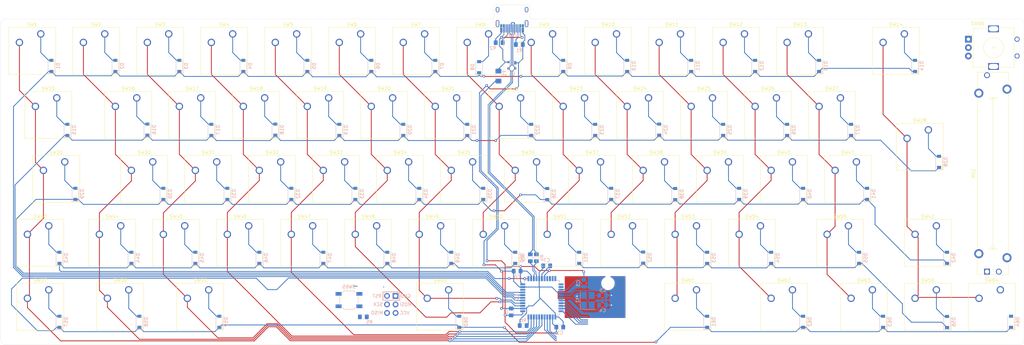
<source format=kicad_pcb>
(kicad_pcb (version 20171130) (host pcbnew 5.1.5+dfsg1-2build2)
  (layers (0 F.Cu signal) (31 B.Cu signal) (34 B.Paste user) (35 F.Paste user) (36 B.SilkS user) (37 F.SilkS user hide) (38 B.Mask user) (39 F.Mask user) (44 Edge.Cuts user))
  (net 0 "")
  (net 1 GND)
  (net 2 +5V)
  (net 3 "Net-(C4-Pad1)")
  (net 4 "Net-(C5-Pad1)")
  (net 5 "Net-(C7-Pad1)")
  (net 6 "Net-(D1-Pad2)")
  (net 7 row0)
  (net 8 "Net-(D2-Pad2)")
  (net 9 "Net-(D3-Pad2)")
  (net 10 "Net-(D4-Pad2)")
  (net 11 "Net-(D5-Pad2)")
  (net 12 "Net-(D6-Pad2)")
  (net 13 "Net-(D7-Pad2)")
  (net 14 "Net-(D8-Pad2)")
  (net 15 "Net-(D9-Pad2)")
  (net 16 "Net-(D10-Pad2)")
  (net 17 "Net-(D11-Pad2)")
  (net 18 "Net-(D12-Pad2)")
  (net 19 "Net-(D13-Pad2)")
  (net 20 "Net-(D14-Pad2)")
  (net 21 "Net-(D15-Pad2)")
  (net 22 row1)
  (net 23 "Net-(D16-Pad2)")
  (net 24 "Net-(D17-Pad2)")
  (net 25 "Net-(D18-Pad2)")
  (net 26 "Net-(D19-Pad2)")
  (net 27 "Net-(D20-Pad2)")
  (net 28 "Net-(D21-Pad2)")
  (net 29 "Net-(D22-Pad2)")
  (net 30 "Net-(D23-Pad2)")
  (net 31 "Net-(D24-Pad2)")
  (net 32 "Net-(D25-Pad2)")
  (net 33 "Net-(D26-Pad2)")
  (net 34 "Net-(D27-Pad2)")
  (net 35 "Net-(D28-Pad2)")
  (net 36 "Net-(D29-Pad2)")
  (net 37 col12)
  (net 38 "Net-(D30-Pad2)")
  (net 39 "Net-(D31-Pad2)")
  (net 40 "Net-(D32-Pad2)")
  (net 41 "Net-(D33-Pad2)")
  (net 42 "Net-(D34-Pad2)")
  (net 43 "Net-(D35-Pad2)")
  (net 44 "Net-(D36-Pad2)")
  (net 45 "Net-(D37-Pad2)")
  (net 46 "Net-(D38-Pad2)")
  (net 47 "Net-(D39-Pad2)")
  (net 48 "Net-(D40-Pad2)")
  (net 49 "Net-(D41-Pad2)")
  (net 50 "Net-(D42-Pad2)")
  (net 51 "Net-(D43-Pad2)")
  (net 52 row3)
  (net 53 "Net-(D44-Pad2)")
  (net 54 "Net-(D45-Pad2)")
  (net 55 "Net-(D46-Pad2)")
  (net 56 "Net-(D47-Pad2)")
  (net 57 "Net-(D48-Pad2)")
  (net 58 "Net-(D49-Pad2)")
  (net 59 "Net-(D50-Pad2)")
  (net 60 "Net-(D51-Pad2)")
  (net 61 "Net-(D52-Pad2)")
  (net 62 "Net-(D53-Pad2)")
  (net 63 "Net-(D54-Pad2)")
  (net 64 "Net-(D55-Pad2)")
  (net 65 "Net-(D56-Pad2)")
  (net 66 "Net-(D57-Pad2)")
  (net 67 row4)
  (net 68 "Net-(D58-Pad2)")
  (net 69 "Net-(D59-Pad2)")
  (net 70 "Net-(D60-Pad2)")
  (net 71 "Net-(D61-Pad2)")
  (net 72 "Net-(D62-Pad2)")
  (net 73 "Net-(D63-Pad2)")
  (net 74 "Net-(D64-Pad2)")
  (net 75 VCC)
  (net 76 Reset)
  (net 77 MOSI)
  (net 78 SCK)
  (net 79 MISO)
  (net 80 "Net-(R1-Pad2)")
  (net 81 "Net-(R2-Pad2)")
  (net 82 D-)
  (net 83 D+)
  (net 84 "Net-(R6-Pad2)")
  (net 85 fad_out)
  (net 86 col0)
  (net 87 col1)
  (net 88 col2)
  (net 89 col3)
  (net 90 col4)
  (net 91 col5)
  (net 92 col6)
  (net 93 col7)
  (net 94 col8)
  (net 95 col9)
  (net 96 col10)
  (net 97 col11)
  (net 98 "Net-(U2-Pad42)")
  (net 99 col14)
  (net 100 col13)
  (net 101 "Net-(U2-Pad12)")
  (net 102 rot_out)
  (net 103 "Net-(U2-Pad9)")
  (net 104 "Net-(USB1-Pad3)")
  (net 105 "Net-(USB1-Pad9)")
  (net 106 row2)
  (net 107 "Net-(U2-Pad10)")
  (net 108 DN)
  (net 109 DP)
  (module Button_Switch_Keyboard:SW_Cherry_MX_1.00u_PCB (layer F.Cu) (at 73.81875 96.8375)
    (fp_text reference SW1 (at -2.54 -2.794) (layer F.SilkS))
    (fp_text value Esc)
    (pad "" np_thru_hole circle (at 2.54 5.08) (size 1.7 1.7) (drill 1.7) (layers *.Cu *.Mask))
    (pad "" np_thru_hole circle (at -7.62 5.08) (size 1.7 1.7) (drill 1.7) (layers *.Cu *.Mask))
    (pad "" np_thru_hole circle (at -2.54 5.08) (size 4 4) (drill 4) (layers *.Cu *.Mask))
    (pad 2 thru_hole circle (at -6.35 2.54) (size 2.2 2.2) (drill 1.5) (layers *.Cu *.Mask) (net 86 col0))
    (pad 1 thru_hole circle (at 0 0) (size 2.2 2.2) (drill 1.5) (layers *.Cu *.Mask) (net 6 "Net-(D1-Pad2)"))
  )
  (module Button_Switch_Keyboard:SW_Cherry_MX_6.25u_PCB (layer F.Cu) (at 195.2625 173.0375)
    (fp_text reference SW60 (at -2.54 -2.794) (layer F.SilkS))
    (fp_text value Space)
    (pad "" np_thru_hole circle (at 47.46 -1.92) (size 3.05 3.05) (drill 3.05) (layers *.Cu *.Mask))
    (pad "" np_thru_hole circle (at -52.54 -1.92) (size 3.05 3.05) (drill 3.05) (layers *.Cu *.Mask))
    (pad "" np_thru_hole circle (at -52.54 13.32) (size 4 4) (drill 4) (layers *.Cu *.Mask))
    (pad "" np_thru_hole circle (at 47.46 13.32) (size 4 4) (drill 4) (layers *.Cu *.Mask))
    (pad "" np_thru_hole circle (at 2.54 5.08) (size 1.7 1.7) (drill 1.7) (layers *.Cu *.Mask))
    (pad "" np_thru_hole circle (at -7.62 5.08) (size 1.7 1.7) (drill 1.7) (layers *.Cu *.Mask))
    (pad "" np_thru_hole circle (at -2.54 5.08) (size 4 4) (drill 4) (layers *.Cu *.Mask))
    (pad 2 thru_hole circle (at -6.35 2.54) (size 2.2 2.2) (drill 1.5) (layers *.Cu *.Mask) (net 92 col6))
    (pad 1 thru_hole circle (at 0 0) (size 2.2 2.2) (drill 1.5) (layers *.Cu *.Mask) (net 70 "Net-(D60-Pad2)"))
  )
  (module Button_Switch_Keyboard:SW_Cherry_MX_1.00u_PCB (layer F.Cu) (at 216.69375 115.8875)
    (fp_text reference SW22 (at -2.54 -2.794) (layer F.SilkS))
    (fp_text value U)
    (pad "" np_thru_hole circle (at 2.54 5.08) (size 1.7 1.7) (drill 1.7) (layers *.Cu *.Mask))
    (pad "" np_thru_hole circle (at -7.62 5.08) (size 1.7 1.7) (drill 1.7) (layers *.Cu *.Mask))
    (pad "" np_thru_hole circle (at -2.54 5.08) (size 4 4) (drill 4) (layers *.Cu *.Mask))
    (pad 2 thru_hole circle (at -6.35 2.54) (size 2.2 2.2) (drill 1.5) (layers *.Cu *.Mask) (net 93 col7))
    (pad 1 thru_hole circle (at 0 0) (size 2.2 2.2) (drill 1.5) (layers *.Cu *.Mask) (net 29 "Net-(D22-Pad2)"))
  )
  (module Type-C:HRO-TYPE-C-31-M-12-HandSoldering (layer B.Cu) (at 214.15375 86.995)
    (fp_text reference USB1 (at 0 10.2) (layer B.SilkS) (effects (justify mirror)))
    (fp_text value HRO-TYPE-C-31-M-12)
    (pad 12 smd rect (at 3.225 8.195) (size 0.6 2.45) (layers B.Cu B.Paste B.Mask) (net 1 GND))
    (pad 1 smd rect (at -3.225 8.195) (size 0.6 2.45) (layers B.Cu B.Paste B.Mask) (net 1 GND))
    (pad 11 smd rect (at 2.45 8.195) (size 0.6 2.45) (layers B.Cu B.Paste B.Mask) (net 75 VCC))
    (pad 2 smd rect (at -2.45 8.195) (size 0.6 2.45) (layers B.Cu B.Paste B.Mask) (net 75 VCC))
    (pad 3 smd rect (at -1.75 8.195) (size 0.3 2.45) (layers B.Cu B.Paste B.Mask) (net 104 "Net-(USB1-Pad3)"))
    (pad 10 smd rect (at 1.75 8.195) (size 0.3 2.45) (layers B.Cu B.Paste B.Mask) (net 80 "Net-(R1-Pad2)"))
    (pad 4 smd rect (at -1.25 8.195) (size 0.3 2.45) (layers B.Cu B.Paste B.Mask) (net 81 "Net-(R2-Pad2)"))
    (pad 9 smd rect (at 1.25 8.195) (size 0.3 2.45) (layers B.Cu B.Paste B.Mask) (net 105 "Net-(USB1-Pad9)"))
    (pad 5 smd rect (at -0.75 8.195) (size 0.3 2.45) (layers B.Cu B.Paste B.Mask) (net 108 DN))
    (pad 8 smd rect (at 0.75 8.195) (size 0.3 2.45) (layers B.Cu B.Paste B.Mask) (net 109 DP))
    (pad 7 smd rect (at 0.25 8.195) (size 0.3 2.45) (layers B.Cu B.Paste B.Mask) (net 108 DN))
    (pad 6 smd rect (at -0.25 8.195) (size 0.3 2.45) (layers B.Cu B.Paste B.Mask) (net 109 DP))
    (pad "" np_thru_hole circle (at 2.89 6.25) (size 0.65 0.65) (drill 0.65) (layers *.Cu *.Mask))
    (pad "" np_thru_hole circle (at -2.89 6.25) (size 0.65 0.65) (drill 0.65) (layers *.Cu *.Mask))
    (pad 13 thru_hole oval (at -4.32 6.78) (size 1 2.1) (drill oval 0.6 1.7) (layers *.Cu F.Mask) (net 1 GND))
    (pad 13 thru_hole oval (at 4.32 6.78) (size 1 2.1) (drill oval 0.6 1.7) (layers *.Cu F.Mask) (net 1 GND))
    (pad 13 thru_hole oval (at -4.32 2.6) (size 1 1.6) (drill oval 0.6 1.2) (layers *.Cu F.Mask) (net 1 GND))
    (pad 13 thru_hole oval (at 4.32 2.6) (size 1 1.6) (drill oval 0.6 1.2) (layers *.Cu F.Mask) (net 1 GND))
  )
  (module Button_Switch_SMD:SW_SPST_SKQG_WithStem (layer B.Cu) (at 165.6 176.1 180)
    (fp_text reference SW65 (at 0 3.96875 180) (layer B.SilkS) (effects (justify mirror)))
    (fp_text value SW_Push)
    (pad 2 smd rect (at 3.1 -1.85 180) (size 1.8 1.1) (layers B.Cu B.Paste B.Mask) (net 76 Reset))
    (pad 2 smd rect (at -3.1 -1.85 180) (size 1.8 1.1) (layers B.Cu B.Paste B.Mask) (net 76 Reset))
    (pad 1 smd rect (at 3.1 1.85 180) (size 1.8 1.1) (layers B.Cu B.Paste B.Mask) (net 1 GND))
    (pad 1 smd rect (at -3.1 1.85 180) (size 1.8 1.1) (layers B.Cu B.Paste B.Mask) (net 1 GND))
  )
  (module Rotary_Encoder:RotaryEncoder_Alps_EC11E_Vertical_H20mm (layer F.Cu) (at 350.04375 98.425)
    (fp_text reference SW66 (at 2.8 -4.7) (layer F.SilkS))
    (fp_text value Rotary)
    (pad A thru_hole rect (at 0 0) (size 2 2) (drill 1) (layers *.Cu *.Mask) (net 1 GND))
    (pad C thru_hole circle (at 0 2.5) (size 2 2) (drill 1) (layers *.Cu *.Mask) (net 102 rot_out))
    (pad B thru_hole circle (at 0 5) (size 2 2) (drill 1) (layers *.Cu *.Mask) (net 2 +5V))
    (pad MP thru_hole rect (at 7.5 -3.1) (size 3.2 2) (drill oval 2.8 1.5) (layers *.Cu *.Mask))
    (pad MP thru_hole rect (at 7.5 8.1) (size 3.2 2) (drill oval 2.8 1.5) (layers *.Cu *.Mask))
    (pad "" thru_hole circle (at 14.5 0) (size 1.5 1.5) (drill 1) (layers *.Cu *.Mask))
    (pad "" thru_hole circle (at 14.5 5) (size 1.5 1.5) (drill 1) (layers *.Cu *.Mask))
  )
  (module Crystal:Crystal_SMD_3225-4Pin_3.2x2.5mm_HandSoldering (layer B.Cu) (at 236.7 176.15 90)
    (fp_text reference Y1 (at 0 -3.05 90) (layer B.SilkS) (effects (justify mirror)))
    (fp_text value 16MHz)
    (pad 4 smd rect (at -1.45 1.15 90) (size 2.1 1.8) (layers B.Cu B.Paste B.Mask) (net 1 GND))
    (pad 3 smd rect (at 1.45 1.15 90) (size 2.1 1.8) (layers B.Cu B.Paste B.Mask) (net 4 "Net-(C5-Pad1)"))
    (pad 2 smd rect (at 1.45 -1.15 90) (size 2.1 1.8) (layers B.Cu B.Paste B.Mask) (net 1 GND))
    (pad 1 smd rect (at -1.45 -1.15 90) (size 2.1 1.8) (layers B.Cu B.Paste B.Mask) (net 3 "Net-(C4-Pad1)"))
  )
  (module Package_QFP:TQFP-44_10x10mm_P0.8mm (layer B.Cu) (at 223.04375 175.41875 270)
    (fp_text reference U2 (at 0 7.45 90) (layer B.SilkS) (effects (justify mirror)))
    (fp_text value ATmega32U4-AU)
    (pad 44 smd rect (at -4 5.7 180) (size 1.5 0.55) (layers B.Cu B.Paste B.Mask) (net 2 +5V))
    (pad 43 smd rect (at -3.2 5.7 180) (size 1.5 0.55) (layers B.Cu B.Paste B.Mask) (net 1 GND))
    (pad 42 smd rect (at -2.4 5.7 180) (size 1.5 0.55) (layers B.Cu B.Paste B.Mask) (net 98 "Net-(U2-Pad42)"))
    (pad 41 smd rect (at -1.6 5.7 180) (size 1.5 0.55) (layers B.Cu B.Paste B.Mask) (net 106 row2))
    (pad 40 smd rect (at -0.8 5.7 180) (size 1.5 0.55) (layers B.Cu B.Paste B.Mask) (net 22 row1))
    (pad 39 smd rect (at 0 5.7 180) (size 1.5 0.55) (layers B.Cu B.Paste B.Mask) (net 7 row0))
    (pad 38 smd rect (at 0.8 5.7 180) (size 1.5 0.55) (layers B.Cu B.Paste B.Mask) (net 67 row4))
    (pad 37 smd rect (at 1.6 5.7 180) (size 1.5 0.55) (layers B.Cu B.Paste B.Mask) (net 92 col6))
    (pad 36 smd rect (at 2.4 5.7 180) (size 1.5 0.55) (layers B.Cu B.Paste B.Mask) (net 91 col5))
    (pad 35 smd rect (at 3.2 5.7 180) (size 1.5 0.55) (layers B.Cu B.Paste B.Mask) (net 1 GND))
    (pad 34 smd rect (at 4 5.7 180) (size 1.5 0.55) (layers B.Cu B.Paste B.Mask) (net 2 +5V))
    (pad 33 smd rect (at 5.7 4 270) (size 1.5 0.55) (layers B.Cu B.Paste B.Mask) (net 84 "Net-(R6-Pad2)"))
    (pad 32 smd rect (at 5.7 3.2 270) (size 1.5 0.55) (layers B.Cu B.Paste B.Mask) (net 90 col4))
    (pad 31 smd rect (at 5.7 2.4 270) (size 1.5 0.55) (layers B.Cu B.Paste B.Mask) (net 89 col3))
    (pad 30 smd rect (at 5.7 1.6 270) (size 1.5 0.55) (layers B.Cu B.Paste B.Mask) (net 88 col2))
    (pad 29 smd rect (at 5.7 0.8 270) (size 1.5 0.55) (layers B.Cu B.Paste B.Mask) (net 87 col1))
    (pad 28 smd rect (at 5.7 0 270) (size 1.5 0.55) (layers B.Cu B.Paste B.Mask) (net 86 col0))
    (pad 27 smd rect (at 5.7 -0.8 270) (size 1.5 0.55) (layers B.Cu B.Paste B.Mask) (net 99 col14))
    (pad 26 smd rect (at 5.7 -1.6 270) (size 1.5 0.55) (layers B.Cu B.Paste B.Mask) (net 100 col13))
    (pad 25 smd rect (at 5.7 -2.4 270) (size 1.5 0.55) (layers B.Cu B.Paste B.Mask) (net 37 col12))
    (pad 24 smd rect (at 5.7 -3.2 270) (size 1.5 0.55) (layers B.Cu B.Paste B.Mask) (net 2 +5V))
    (pad 23 smd rect (at 5.7 -4 270) (size 1.5 0.55) (layers B.Cu B.Paste B.Mask) (net 1 GND))
    (pad 22 smd rect (at 4 -5.7 180) (size 1.5 0.55) (layers B.Cu B.Paste B.Mask) (net 97 col11))
    (pad 21 smd rect (at 3.2 -5.7 180) (size 1.5 0.55) (layers B.Cu B.Paste B.Mask) (net 96 col10))
    (pad 20 smd rect (at 2.4 -5.7 180) (size 1.5 0.55) (layers B.Cu B.Paste B.Mask) (net 95 col9))
    (pad 19 smd rect (at 1.6 -5.7 180) (size 1.5 0.55) (layers B.Cu B.Paste B.Mask) (net 94 col8))
    (pad 18 smd rect (at 0.8 -5.7 180) (size 1.5 0.55) (layers B.Cu B.Paste B.Mask) (net 85 fad_out))
    (pad 17 smd rect (at 0 -5.7 180) (size 1.5 0.55) (layers B.Cu B.Paste B.Mask) (net 3 "Net-(C4-Pad1)"))
    (pad 16 smd rect (at -0.8 -5.7 180) (size 1.5 0.55) (layers B.Cu B.Paste B.Mask) (net 4 "Net-(C5-Pad1)"))
    (pad 15 smd rect (at -1.6 -5.7 180) (size 1.5 0.55) (layers B.Cu B.Paste B.Mask) (net 1 GND))
    (pad 14 smd rect (at -2.4 -5.7 180) (size 1.5 0.55) (layers B.Cu B.Paste B.Mask) (net 2 +5V))
    (pad 13 smd rect (at -3.2 -5.7 180) (size 1.5 0.55) (layers B.Cu B.Paste B.Mask) (net 76 Reset))
    (pad 12 smd rect (at -4 -5.7 180) (size 1.5 0.55) (layers B.Cu B.Paste B.Mask) (net 101 "Net-(U2-Pad12)"))
    (pad 11 smd rect (at -5.7 -4 270) (size 1.5 0.55) (layers B.Cu B.Paste B.Mask) (net 102 rot_out))
    (pad 10 smd rect (at -5.7 -3.2 270) (size 1.5 0.55) (layers B.Cu B.Paste B.Mask) (net 107 "Net-(U2-Pad10)"))
    (pad 9 smd rect (at -5.7 -2.4 270) (size 1.5 0.55) (layers B.Cu B.Paste B.Mask) (net 103 "Net-(U2-Pad9)"))
    (pad 8 smd rect (at -5.7 -1.6 270) (size 1.5 0.55) (layers B.Cu B.Paste B.Mask) (net 93 col7))
    (pad 7 smd rect (at -5.7 -0.8 270) (size 1.5 0.55) (layers B.Cu B.Paste B.Mask) (net 2 +5V))
    (pad 6 smd rect (at -5.7 0 270) (size 1.5 0.55) (layers B.Cu B.Paste B.Mask) (net 5 "Net-(C7-Pad1)"))
    (pad 5 smd rect (at -5.7 0.8 270) (size 1.5 0.55) (layers B.Cu B.Paste B.Mask) (net 1 GND))
    (pad 4 smd rect (at -5.7 1.6 270) (size 1.5 0.55) (layers B.Cu B.Paste B.Mask) (net 83 D+))
    (pad 3 smd rect (at -5.7 2.4 270) (size 1.5 0.55) (layers B.Cu B.Paste B.Mask) (net 82 D-))
    (pad 2 smd rect (at -5.7 3.2 270) (size 1.5 0.55) (layers B.Cu B.Paste B.Mask) (net 2 +5V))
    (pad 1 smd rect (at -5.7 4 270) (size 1.5 0.55) (layers B.Cu B.Paste B.Mask) (net 52 row3))
  )
  (module random-keyboard-parts:SOT143B (layer B.Cu) (at 214.1 106.2 180)
    (fp_text reference U1 (at 0 -2.45) (layer B.SilkS) (effects (justify mirror)))
    (fp_text value PRTR5V0U2X)
    (pad 1 smd rect (at -1 0.75 270) (size 1 0.7) (layers B.Cu B.Paste B.Mask) (net 1 GND))
    (pad 4 smd rect (at 1 0.95 270) (size 0.6 0.7) (layers B.Cu B.Paste B.Mask) (net 75 VCC))
    (pad 2 smd rect (at -1 -0.95 270) (size 0.6 0.7) (layers B.Cu B.Paste B.Mask) (net 109 DP))
    (pad 3 smd rect (at 1 -0.95 270) (size 0.6 0.7) (layers B.Cu B.Paste B.Mask) (net 108 DN))
  )
  (module Button_Switch_Keyboard:SW_Cherry_MX_1.00u_PCB (layer F.Cu) (at 359.56875 173.0375)
    (fp_text reference SW64 (at -2.54 -2.794) (layer F.SilkS))
    (fp_text value Right)
    (pad "" np_thru_hole circle (at 2.54 5.08) (size 1.7 1.7) (drill 1.7) (layers *.Cu *.Mask))
    (pad "" np_thru_hole circle (at -7.62 5.08) (size 1.7 1.7) (drill 1.7) (layers *.Cu *.Mask))
    (pad "" np_thru_hole circle (at -2.54 5.08) (size 4 4) (drill 4) (layers *.Cu *.Mask))
    (pad 2 thru_hole circle (at -6.35 2.54) (size 2.2 2.2) (drill 1.5) (layers *.Cu *.Mask) (net 100 col13))
    (pad 1 thru_hole circle (at 0 0) (size 2.2 2.2) (drill 1.5) (layers *.Cu *.Mask) (net 74 "Net-(D64-Pad2)"))
  )
  (module Button_Switch_Keyboard:SW_Cherry_MX_1.00u_PCB (layer F.Cu) (at 321.46875 173.0375)
    (fp_text reference SW63 (at -2.54 -2.794) (layer F.SilkS))
    (fp_text value Left)
    (pad "" np_thru_hole circle (at 2.54 5.08) (size 1.7 1.7) (drill 1.7) (layers *.Cu *.Mask))
    (pad "" np_thru_hole circle (at -7.62 5.08) (size 1.7 1.7) (drill 1.7) (layers *.Cu *.Mask))
    (pad "" np_thru_hole circle (at -2.54 5.08) (size 4 4) (drill 4) (layers *.Cu *.Mask))
    (pad 2 thru_hole circle (at -6.35 2.54) (size 2.2 2.2) (drill 1.5) (layers *.Cu *.Mask) (net 37 col12))
    (pad 1 thru_hole circle (at 0 0) (size 2.2 2.2) (drill 1.5) (layers *.Cu *.Mask) (net 73 "Net-(D63-Pad2)"))
  )
  (module Button_Switch_Keyboard:SW_Cherry_MX_1.50u_PCB (layer F.Cu) (at 297.65625 173.0375)
    (fp_text reference SW62 (at -2.54 -2.794) (layer F.SilkS))
    (fp_text value Fn)
    (pad "" np_thru_hole circle (at 2.54 5.08) (size 1.7 1.7) (drill 1.7) (layers *.Cu *.Mask))
    (pad "" np_thru_hole circle (at -7.62 5.08) (size 1.7 1.7) (drill 1.7) (layers *.Cu *.Mask))
    (pad "" np_thru_hole circle (at -2.54 5.08) (size 4 4) (drill 4) (layers *.Cu *.Mask))
    (pad 2 thru_hole circle (at -6.35 2.54) (size 2.2 2.2) (drill 1.5) (layers *.Cu *.Mask) (net 97 col11))
    (pad 1 thru_hole circle (at 0 0) (size 2.2 2.2) (drill 1.5) (layers *.Cu *.Mask) (net 72 "Net-(D62-Pad2)"))
  )
  (module Button_Switch_Keyboard:SW_Cherry_MX_1.50u_PCB (layer F.Cu) (at 269.08125 173.0375)
    (fp_text reference SW61 (at -2.54 -2.794) (layer F.SilkS))
    (fp_text value "R Alt")
    (pad "" np_thru_hole circle (at 2.54 5.08) (size 1.7 1.7) (drill 1.7) (layers *.Cu *.Mask))
    (pad "" np_thru_hole circle (at -7.62 5.08) (size 1.7 1.7) (drill 1.7) (layers *.Cu *.Mask))
    (pad "" np_thru_hole circle (at -2.54 5.08) (size 4 4) (drill 4) (layers *.Cu *.Mask))
    (pad 2 thru_hole circle (at -6.35 2.54) (size 2.2 2.2) (drill 1.5) (layers *.Cu *.Mask) (net 96 col10))
    (pad 1 thru_hole circle (at 0 0) (size 2.2 2.2) (drill 1.5) (layers *.Cu *.Mask) (net 71 "Net-(D61-Pad2)"))
  )
  (module Button_Switch_Keyboard:SW_Cherry_MX_1.25u_PCB (layer F.Cu) (at 123.825 173.0375)
    (fp_text reference SW59 (at -2.54 -2.794) (layer F.SilkS))
    (fp_text value "L Alt")
    (pad "" np_thru_hole circle (at 2.54 5.08) (size 1.7 1.7) (drill 1.7) (layers *.Cu *.Mask))
    (pad "" np_thru_hole circle (at -7.62 5.08) (size 1.7 1.7) (drill 1.7) (layers *.Cu *.Mask))
    (pad "" np_thru_hole circle (at -2.54 5.08) (size 4 4) (drill 4) (layers *.Cu *.Mask))
    (pad 2 thru_hole circle (at -6.35 2.54) (size 2.2 2.2) (drill 1.5) (layers *.Cu *.Mask) (net 88 col2))
    (pad 1 thru_hole circle (at 0 0) (size 2.2 2.2) (drill 1.5) (layers *.Cu *.Mask) (net 69 "Net-(D59-Pad2)"))
  )
  (module Button_Switch_Keyboard:SW_Cherry_MX_1.25u_PCB (layer F.Cu) (at 100.0125 173.0375)
    (fp_text reference SW58 (at -2.54 -2.794) (layer F.SilkS))
    (fp_text value Home)
    (pad "" np_thru_hole circle (at 2.54 5.08) (size 1.7 1.7) (drill 1.7) (layers *.Cu *.Mask))
    (pad "" np_thru_hole circle (at -7.62 5.08) (size 1.7 1.7) (drill 1.7) (layers *.Cu *.Mask))
    (pad "" np_thru_hole circle (at -2.54 5.08) (size 4 4) (drill 4) (layers *.Cu *.Mask))
    (pad 2 thru_hole circle (at -6.35 2.54) (size 2.2 2.2) (drill 1.5) (layers *.Cu *.Mask) (net 87 col1))
    (pad 1 thru_hole circle (at 0 0) (size 2.2 2.2) (drill 1.5) (layers *.Cu *.Mask) (net 68 "Net-(D58-Pad2)"))
  )
  (module Button_Switch_Keyboard:SW_Cherry_MX_1.25u_PCB (layer F.Cu) (at 76.2 173.0375)
    (fp_text reference SW57 (at -2.54 -2.794) (layer F.SilkS))
    (fp_text value "L Ctrl")
    (pad "" np_thru_hole circle (at 2.54 5.08) (size 1.7 1.7) (drill 1.7) (layers *.Cu *.Mask))
    (pad "" np_thru_hole circle (at -7.62 5.08) (size 1.7 1.7) (drill 1.7) (layers *.Cu *.Mask))
    (pad "" np_thru_hole circle (at -2.54 5.08) (size 4 4) (drill 4) (layers *.Cu *.Mask))
    (pad 2 thru_hole circle (at -6.35 2.54) (size 2.2 2.2) (drill 1.5) (layers *.Cu *.Mask) (net 86 col0))
    (pad 1 thru_hole circle (at 0 0) (size 2.2 2.2) (drill 1.5) (layers *.Cu *.Mask) (net 66 "Net-(D57-Pad2)"))
  )
  (module Button_Switch_Keyboard:SW_Cherry_MX_1.00u_PCB (layer F.Cu) (at 340.51875 173.0375)
    (fp_text reference SW56 (at -2.54 -2.794) (layer F.SilkS))
    (fp_text value Down)
    (pad "" np_thru_hole circle (at 2.54 5.08) (size 1.7 1.7) (drill 1.7) (layers *.Cu *.Mask))
    (pad "" np_thru_hole circle (at -7.62 5.08) (size 1.7 1.7) (drill 1.7) (layers *.Cu *.Mask))
    (pad "" np_thru_hole circle (at -2.54 5.08) (size 4 4) (drill 4) (layers *.Cu *.Mask))
    (pad 2 thru_hole circle (at -6.35 2.54) (size 2.2 2.2) (drill 1.5) (layers *.Cu *.Mask) (net 100 col13))
    (pad 1 thru_hole circle (at 0 0) (size 2.2 2.2) (drill 1.5) (layers *.Cu *.Mask) (net 65 "Net-(D56-Pad2)"))
  )
  (module Button_Switch_Keyboard:SW_Cherry_MX_1.75u_PCB (layer F.Cu) (at 314.325 153.9875)
    (fp_text reference SW55 (at -2.54 -2.794) (layer F.SilkS))
    (fp_text value "R Shift")
    (pad "" np_thru_hole circle (at 2.54 5.08) (size 1.7 1.7) (drill 1.7) (layers *.Cu *.Mask))
    (pad "" np_thru_hole circle (at -7.62 5.08) (size 1.7 1.7) (drill 1.7) (layers *.Cu *.Mask))
    (pad "" np_thru_hole circle (at -2.54 5.08) (size 4 4) (drill 4) (layers *.Cu *.Mask))
    (pad 2 thru_hole circle (at -6.35 2.54) (size 2.2 2.2) (drill 1.5) (layers *.Cu *.Mask) (net 37 col12))
    (pad 1 thru_hole circle (at 0 0) (size 2.2 2.2) (drill 1.5) (layers *.Cu *.Mask) (net 64 "Net-(D55-Pad2)"))
  )
  (module Button_Switch_Keyboard:SW_Cherry_MX_1.00u_PCB (layer F.Cu) (at 288.13125 153.9875)
    (fp_text reference SW54 (at -2.54 -2.794) (layer F.SilkS))
    (fp_text value "/ ?")
    (pad "" np_thru_hole circle (at 2.54 5.08) (size 1.7 1.7) (drill 1.7) (layers *.Cu *.Mask))
    (pad "" np_thru_hole circle (at -7.62 5.08) (size 1.7 1.7) (drill 1.7) (layers *.Cu *.Mask))
    (pad "" np_thru_hole circle (at -2.54 5.08) (size 4 4) (drill 4) (layers *.Cu *.Mask))
    (pad 2 thru_hole circle (at -6.35 2.54) (size 2.2 2.2) (drill 1.5) (layers *.Cu *.Mask) (net 97 col11))
    (pad 1 thru_hole circle (at 0 0) (size 2.2 2.2) (drill 1.5) (layers *.Cu *.Mask) (net 63 "Net-(D54-Pad2)"))
  )
  (module Button_Switch_Keyboard:SW_Cherry_MX_1.00u_PCB (layer F.Cu) (at 269.08125 153.9875)
    (fp_text reference SW53 (at -2.54 -2.794) (layer F.SilkS))
    (fp_text value ". >")
    (pad "" np_thru_hole circle (at 2.54 5.08) (size 1.7 1.7) (drill 1.7) (layers *.Cu *.Mask))
    (pad "" np_thru_hole circle (at -7.62 5.08) (size 1.7 1.7) (drill 1.7) (layers *.Cu *.Mask))
    (pad "" np_thru_hole circle (at -2.54 5.08) (size 4 4) (drill 4) (layers *.Cu *.Mask))
    (pad 2 thru_hole circle (at -6.35 2.54) (size 2.2 2.2) (drill 1.5) (layers *.Cu *.Mask) (net 96 col10))
    (pad 1 thru_hole circle (at 0 0) (size 2.2 2.2) (drill 1.5) (layers *.Cu *.Mask) (net 62 "Net-(D53-Pad2)"))
  )
  (module Button_Switch_Keyboard:SW_Cherry_MX_1.00u_PCB (layer F.Cu) (at 250.03125 153.9875)
    (fp_text reference SW52 (at -2.54 -2.794) (layer F.SilkS))
    (fp_text value ", <")
    (pad "" np_thru_hole circle (at 2.54 5.08) (size 1.7 1.7) (drill 1.7) (layers *.Cu *.Mask))
    (pad "" np_thru_hole circle (at -7.62 5.08) (size 1.7 1.7) (drill 1.7) (layers *.Cu *.Mask))
    (pad "" np_thru_hole circle (at -2.54 5.08) (size 4 4) (drill 4) (layers *.Cu *.Mask))
    (pad 2 thru_hole circle (at -6.35 2.54) (size 2.2 2.2) (drill 1.5) (layers *.Cu *.Mask) (net 95 col9))
    (pad 1 thru_hole circle (at 0 0) (size 2.2 2.2) (drill 1.5) (layers *.Cu *.Mask) (net 61 "Net-(D52-Pad2)"))
  )
  (module Button_Switch_Keyboard:SW_Cherry_MX_1.00u_PCB (layer F.Cu) (at 230.98125 153.9875)
    (fp_text reference SW51 (at -2.54 -2.794) (layer F.SilkS))
    (fp_text value M)
    (pad "" np_thru_hole circle (at 2.54 5.08) (size 1.7 1.7) (drill 1.7) (layers *.Cu *.Mask))
    (pad "" np_thru_hole circle (at -7.62 5.08) (size 1.7 1.7) (drill 1.7) (layers *.Cu *.Mask))
    (pad "" np_thru_hole circle (at -2.54 5.08) (size 4 4) (drill 4) (layers *.Cu *.Mask))
    (pad 2 thru_hole circle (at -6.35 2.54) (size 2.2 2.2) (drill 1.5) (layers *.Cu *.Mask) (net 94 col8))
    (pad 1 thru_hole circle (at 0 0) (size 2.2 2.2) (drill 1.5) (layers *.Cu *.Mask) (net 60 "Net-(D51-Pad2)"))
  )
  (module Button_Switch_Keyboard:SW_Cherry_MX_1.00u_PCB (layer F.Cu) (at 211.93125 153.9875)
    (fp_text reference SW50 (at -2.54 -2.794) (layer F.SilkS))
    (fp_text value N)
    (pad "" np_thru_hole circle (at 2.54 5.08) (size 1.7 1.7) (drill 1.7) (layers *.Cu *.Mask))
    (pad "" np_thru_hole circle (at -7.62 5.08) (size 1.7 1.7) (drill 1.7) (layers *.Cu *.Mask))
    (pad "" np_thru_hole circle (at -2.54 5.08) (size 4 4) (drill 4) (layers *.Cu *.Mask))
    (pad 2 thru_hole circle (at -6.35 2.54) (size 2.2 2.2) (drill 1.5) (layers *.Cu *.Mask) (net 93 col7))
    (pad 1 thru_hole circle (at 0 0) (size 2.2 2.2) (drill 1.5) (layers *.Cu *.Mask) (net 59 "Net-(D50-Pad2)"))
  )
  (module Button_Switch_Keyboard:SW_Cherry_MX_1.00u_PCB (layer F.Cu) (at 192.88125 153.9875)
    (fp_text reference SW49 (at -2.54 -2.794) (layer F.SilkS))
    (fp_text value B)
    (pad "" np_thru_hole circle (at 2.54 5.08) (size 1.7 1.7) (drill 1.7) (layers *.Cu *.Mask))
    (pad "" np_thru_hole circle (at -7.62 5.08) (size 1.7 1.7) (drill 1.7) (layers *.Cu *.Mask))
    (pad "" np_thru_hole circle (at -2.54 5.08) (size 4 4) (drill 4) (layers *.Cu *.Mask))
    (pad 2 thru_hole circle (at -6.35 2.54) (size 2.2 2.2) (drill 1.5) (layers *.Cu *.Mask) (net 92 col6))
    (pad 1 thru_hole circle (at 0 0) (size 2.2 2.2) (drill 1.5) (layers *.Cu *.Mask) (net 58 "Net-(D49-Pad2)"))
  )
  (module Button_Switch_Keyboard:SW_Cherry_MX_1.00u_PCB (layer F.Cu) (at 173.83125 153.9875)
    (fp_text reference SW48 (at -2.54 -2.794) (layer F.SilkS))
    (fp_text value V)
    (pad "" np_thru_hole circle (at 2.54 5.08) (size 1.7 1.7) (drill 1.7) (layers *.Cu *.Mask))
    (pad "" np_thru_hole circle (at -7.62 5.08) (size 1.7 1.7) (drill 1.7) (layers *.Cu *.Mask))
    (pad "" np_thru_hole circle (at -2.54 5.08) (size 4 4) (drill 4) (layers *.Cu *.Mask))
    (pad 2 thru_hole circle (at -6.35 2.54) (size 2.2 2.2) (drill 1.5) (layers *.Cu *.Mask) (net 91 col5))
    (pad 1 thru_hole circle (at 0 0) (size 2.2 2.2) (drill 1.5) (layers *.Cu *.Mask) (net 57 "Net-(D48-Pad2)"))
  )
  (module Button_Switch_Keyboard:SW_Cherry_MX_1.00u_PCB (layer F.Cu) (at 154.78125 153.9875)
    (fp_text reference SW47 (at -2.54 -2.794) (layer F.SilkS))
    (fp_text value C)
    (pad "" np_thru_hole circle (at 2.54 5.08) (size 1.7 1.7) (drill 1.7) (layers *.Cu *.Mask))
    (pad "" np_thru_hole circle (at -7.62 5.08) (size 1.7 1.7) (drill 1.7) (layers *.Cu *.Mask))
    (pad "" np_thru_hole circle (at -2.54 5.08) (size 4 4) (drill 4) (layers *.Cu *.Mask))
    (pad 2 thru_hole circle (at -6.35 2.54) (size 2.2 2.2) (drill 1.5) (layers *.Cu *.Mask) (net 90 col4))
    (pad 1 thru_hole circle (at 0 0) (size 2.2 2.2) (drill 1.5) (layers *.Cu *.Mask) (net 56 "Net-(D47-Pad2)"))
  )
  (module Button_Switch_Keyboard:SW_Cherry_MX_1.00u_PCB (layer F.Cu) (at 135.73125 153.9875)
    (fp_text reference SW46 (at -2.54 -2.794) (layer F.SilkS))
    (fp_text value X)
    (pad "" np_thru_hole circle (at 2.54 5.08) (size 1.7 1.7) (drill 1.7) (layers *.Cu *.Mask))
    (pad "" np_thru_hole circle (at -7.62 5.08) (size 1.7 1.7) (drill 1.7) (layers *.Cu *.Mask))
    (pad "" np_thru_hole circle (at -2.54 5.08) (size 4 4) (drill 4) (layers *.Cu *.Mask))
    (pad 2 thru_hole circle (at -6.35 2.54) (size 2.2 2.2) (drill 1.5) (layers *.Cu *.Mask) (net 89 col3))
    (pad 1 thru_hole circle (at 0 0) (size 2.2 2.2) (drill 1.5) (layers *.Cu *.Mask) (net 55 "Net-(D46-Pad2)"))
  )
  (module Button_Switch_Keyboard:SW_Cherry_MX_1.00u_PCB (layer F.Cu) (at 116.68125 153.9875)
    (fp_text reference SW45 (at -2.54 -2.794) (layer F.SilkS))
    (fp_text value Z)
    (pad "" np_thru_hole circle (at 2.54 5.08) (size 1.7 1.7) (drill 1.7) (layers *.Cu *.Mask))
    (pad "" np_thru_hole circle (at -7.62 5.08) (size 1.7 1.7) (drill 1.7) (layers *.Cu *.Mask))
    (pad "" np_thru_hole circle (at -2.54 5.08) (size 4 4) (drill 4) (layers *.Cu *.Mask))
    (pad 2 thru_hole circle (at -6.35 2.54) (size 2.2 2.2) (drill 1.5) (layers *.Cu *.Mask) (net 88 col2))
    (pad 1 thru_hole circle (at 0 0) (size 2.2 2.2) (drill 1.5) (layers *.Cu *.Mask) (net 54 "Net-(D45-Pad2)"))
  )
  (module Button_Switch_Keyboard:SW_Cherry_MX_1.00u_PCB (layer F.Cu) (at 97.63125 153.9875)
    (fp_text reference SW44 (at -2.54 -2.794) (layer F.SilkS))
    (fp_text value "\\ |")
    (pad "" np_thru_hole circle (at 2.54 5.08) (size 1.7 1.7) (drill 1.7) (layers *.Cu *.Mask))
    (pad "" np_thru_hole circle (at -7.62 5.08) (size 1.7 1.7) (drill 1.7) (layers *.Cu *.Mask))
    (pad "" np_thru_hole circle (at -2.54 5.08) (size 4 4) (drill 4) (layers *.Cu *.Mask))
    (pad 2 thru_hole circle (at -6.35 2.54) (size 2.2 2.2) (drill 1.5) (layers *.Cu *.Mask) (net 87 col1))
    (pad 1 thru_hole circle (at 0 0) (size 2.2 2.2) (drill 1.5) (layers *.Cu *.Mask) (net 53 "Net-(D44-Pad2)"))
  )
  (module Button_Switch_Keyboard:SW_Cherry_MX_1.25u_PCB (layer F.Cu) (at 76.2 153.9875)
    (fp_text reference SW43 (at -2.54 -2.794) (layer F.SilkS))
    (fp_text value "L Shifth")
    (pad "" np_thru_hole circle (at 2.54 5.08) (size 1.7 1.7) (drill 1.7) (layers *.Cu *.Mask))
    (pad "" np_thru_hole circle (at -7.62 5.08) (size 1.7 1.7) (drill 1.7) (layers *.Cu *.Mask))
    (pad "" np_thru_hole circle (at -2.54 5.08) (size 4 4) (drill 4) (layers *.Cu *.Mask))
    (pad 2 thru_hole circle (at -6.35 2.54) (size 2.2 2.2) (drill 1.5) (layers *.Cu *.Mask) (net 86 col0))
    (pad 1 thru_hole circle (at 0 0) (size 2.2 2.2) (drill 1.5) (layers *.Cu *.Mask) (net 51 "Net-(D43-Pad2)"))
  )
  (module Button_Switch_Keyboard:SW_Cherry_MX_1.00u_PCB (layer F.Cu) (at 340.51875 153.9875)
    (fp_text reference SW42 (at -2.54 -2.794) (layer F.SilkS))
    (fp_text value Up)
    (pad "" np_thru_hole circle (at 2.54 5.08) (size 1.7 1.7) (drill 1.7) (layers *.Cu *.Mask))
    (pad "" np_thru_hole circle (at -7.62 5.08) (size 1.7 1.7) (drill 1.7) (layers *.Cu *.Mask))
    (pad "" np_thru_hole circle (at -2.54 5.08) (size 4 4) (drill 4) (layers *.Cu *.Mask))
    (pad 2 thru_hole circle (at -6.35 2.54) (size 2.2 2.2) (drill 1.5) (layers *.Cu *.Mask) (net 100 col13))
    (pad 1 thru_hole circle (at 0 0) (size 2.2 2.2) (drill 1.5) (layers *.Cu *.Mask) (net 50 "Net-(D42-Pad2)"))
  )
  (module Button_Switch_Keyboard:SW_Cherry_MX_1.00u_PCB (layer F.Cu) (at 316.70625 134.9375)
    (fp_text reference SW41 (at -2.54 -2.794) (layer F.SilkS))
    (fp_text value "] }")
    (pad "" np_thru_hole circle (at 2.54 5.08) (size 1.7 1.7) (drill 1.7) (layers *.Cu *.Mask))
    (pad "" np_thru_hole circle (at -7.62 5.08) (size 1.7 1.7) (drill 1.7) (layers *.Cu *.Mask))
    (pad "" np_thru_hole circle (at -2.54 5.08) (size 4 4) (drill 4) (layers *.Cu *.Mask))
    (pad 2 thru_hole circle (at -6.35 2.54) (size 2.2 2.2) (drill 1.5) (layers *.Cu *.Mask) (net 37 col12))
    (pad 1 thru_hole circle (at 0 0) (size 2.2 2.2) (drill 1.5) (layers *.Cu *.Mask) (net 49 "Net-(D41-Pad2)"))
  )
  (module Button_Switch_Keyboard:SW_Cherry_MX_1.00u_PCB (layer F.Cu) (at 297.65625 134.9375)
    (fp_text reference SW40 (at -2.54 -2.794) (layer F.SilkS))
    (fp_text value "' @")
    (pad "" np_thru_hole circle (at 2.54 5.08) (size 1.7 1.7) (drill 1.7) (layers *.Cu *.Mask))
    (pad "" np_thru_hole circle (at -7.62 5.08) (size 1.7 1.7) (drill 1.7) (layers *.Cu *.Mask))
    (pad "" np_thru_hole circle (at -2.54 5.08) (size 4 4) (drill 4) (layers *.Cu *.Mask))
    (pad 2 thru_hole circle (at -6.35 2.54) (size 2.2 2.2) (drill 1.5) (layers *.Cu *.Mask) (net 97 col11))
    (pad 1 thru_hole circle (at 0 0) (size 2.2 2.2) (drill 1.5) (layers *.Cu *.Mask) (net 48 "Net-(D40-Pad2)"))
  )
  (module Button_Switch_Keyboard:SW_Cherry_MX_1.00u_PCB (layer F.Cu) (at 278.60625 134.9375)
    (fp_text reference SW39 (at -2.54 -2.794) (layer F.SilkS))
    (fp_text value "; :")
    (pad "" np_thru_hole circle (at 2.54 5.08) (size 1.7 1.7) (drill 1.7) (layers *.Cu *.Mask))
    (pad "" np_thru_hole circle (at -7.62 5.08) (size 1.7 1.7) (drill 1.7) (layers *.Cu *.Mask))
    (pad "" np_thru_hole circle (at -2.54 5.08) (size 4 4) (drill 4) (layers *.Cu *.Mask))
    (pad 2 thru_hole circle (at -6.35 2.54) (size 2.2 2.2) (drill 1.5) (layers *.Cu *.Mask) (net 96 col10))
    (pad 1 thru_hole circle (at 0 0) (size 2.2 2.2) (drill 1.5) (layers *.Cu *.Mask) (net 47 "Net-(D39-Pad2)"))
  )
  (module Button_Switch_Keyboard:SW_Cherry_MX_1.00u_PCB (layer F.Cu) (at 259.55625 134.9375)
    (fp_text reference SW38 (at -2.54 -2.794) (layer F.SilkS))
    (fp_text value L)
    (pad "" np_thru_hole circle (at 2.54 5.08) (size 1.7 1.7) (drill 1.7) (layers *.Cu *.Mask))
    (pad "" np_thru_hole circle (at -7.62 5.08) (size 1.7 1.7) (drill 1.7) (layers *.Cu *.Mask))
    (pad "" np_thru_hole circle (at -2.54 5.08) (size 4 4) (drill 4) (layers *.Cu *.Mask))
    (pad 2 thru_hole circle (at -6.35 2.54) (size 2.2 2.2) (drill 1.5) (layers *.Cu *.Mask) (net 95 col9))
    (pad 1 thru_hole circle (at 0 0) (size 2.2 2.2) (drill 1.5) (layers *.Cu *.Mask) (net 46 "Net-(D38-Pad2)"))
  )
  (module Button_Switch_Keyboard:SW_Cherry_MX_1.00u_PCB (layer F.Cu) (at 240.50625 134.9375)
    (fp_text reference SW37 (at -2.54 -2.794) (layer F.SilkS))
    (fp_text value K)
    (pad "" np_thru_hole circle (at 2.54 5.08) (size 1.7 1.7) (drill 1.7) (layers *.Cu *.Mask))
    (pad "" np_thru_hole circle (at -7.62 5.08) (size 1.7 1.7) (drill 1.7) (layers *.Cu *.Mask))
    (pad "" np_thru_hole circle (at -2.54 5.08) (size 4 4) (drill 4) (layers *.Cu *.Mask))
    (pad 2 thru_hole circle (at -6.35 2.54) (size 2.2 2.2) (drill 1.5) (layers *.Cu *.Mask) (net 94 col8))
    (pad 1 thru_hole circle (at 0 0) (size 2.2 2.2) (drill 1.5) (layers *.Cu *.Mask) (net 45 "Net-(D37-Pad2)"))
  )
  (module Button_Switch_Keyboard:SW_Cherry_MX_1.00u_PCB (layer F.Cu) (at 221.45625 134.9375)
    (fp_text reference SW36 (at -2.54 -2.794) (layer F.SilkS))
    (fp_text value J)
    (pad "" np_thru_hole circle (at 2.54 5.08) (size 1.7 1.7) (drill 1.7) (layers *.Cu *.Mask))
    (pad "" np_thru_hole circle (at -7.62 5.08) (size 1.7 1.7) (drill 1.7) (layers *.Cu *.Mask))
    (pad "" np_thru_hole circle (at -2.54 5.08) (size 4 4) (drill 4) (layers *.Cu *.Mask))
    (pad 2 thru_hole circle (at -6.35 2.54) (size 2.2 2.2) (drill 1.5) (layers *.Cu *.Mask) (net 93 col7))
    (pad 1 thru_hole circle (at 0 0) (size 2.2 2.2) (drill 1.5) (layers *.Cu *.Mask) (net 44 "Net-(D36-Pad2)"))
  )
  (module Button_Switch_Keyboard:SW_Cherry_MX_1.00u_PCB (layer F.Cu) (at 202.40625 134.9375)
    (fp_text reference SW35 (at -2.54 -2.794) (layer F.SilkS))
    (fp_text value H)
    (pad "" np_thru_hole circle (at 2.54 5.08) (size 1.7 1.7) (drill 1.7) (layers *.Cu *.Mask))
    (pad "" np_thru_hole circle (at -7.62 5.08) (size 1.7 1.7) (drill 1.7) (layers *.Cu *.Mask))
    (pad "" np_thru_hole circle (at -2.54 5.08) (size 4 4) (drill 4) (layers *.Cu *.Mask))
    (pad 2 thru_hole circle (at -6.35 2.54) (size 2.2 2.2) (drill 1.5) (layers *.Cu *.Mask) (net 92 col6))
    (pad 1 thru_hole circle (at 0 0) (size 2.2 2.2) (drill 1.5) (layers *.Cu *.Mask) (net 43 "Net-(D35-Pad2)"))
  )
  (module Button_Switch_Keyboard:SW_Cherry_MX_1.00u_PCB (layer F.Cu) (at 183.35625 134.9375)
    (fp_text reference SW34 (at -2.54 -2.794) (layer F.SilkS))
    (fp_text value G)
    (pad "" np_thru_hole circle (at 2.54 5.08) (size 1.7 1.7) (drill 1.7) (layers *.Cu *.Mask))
    (pad "" np_thru_hole circle (at -7.62 5.08) (size 1.7 1.7) (drill 1.7) (layers *.Cu *.Mask))
    (pad "" np_thru_hole circle (at -2.54 5.08) (size 4 4) (drill 4) (layers *.Cu *.Mask))
    (pad 2 thru_hole circle (at -6.35 2.54) (size 2.2 2.2) (drill 1.5) (layers *.Cu *.Mask) (net 91 col5))
    (pad 1 thru_hole circle (at 0 0) (size 2.2 2.2) (drill 1.5) (layers *.Cu *.Mask) (net 42 "Net-(D34-Pad2)"))
  )
  (module Button_Switch_Keyboard:SW_Cherry_MX_1.00u_PCB (layer F.Cu) (at 164.30625 134.9375)
    (fp_text reference SW33 (at -2.54 -2.794) (layer F.SilkS))
    (fp_text value F)
    (pad "" np_thru_hole circle (at 2.54 5.08) (size 1.7 1.7) (drill 1.7) (layers *.Cu *.Mask))
    (pad "" np_thru_hole circle (at -7.62 5.08) (size 1.7 1.7) (drill 1.7) (layers *.Cu *.Mask))
    (pad "" np_thru_hole circle (at -2.54 5.08) (size 4 4) (drill 4) (layers *.Cu *.Mask))
    (pad 2 thru_hole circle (at -6.35 2.54) (size 2.2 2.2) (drill 1.5) (layers *.Cu *.Mask) (net 90 col4))
    (pad 1 thru_hole circle (at 0 0) (size 2.2 2.2) (drill 1.5) (layers *.Cu *.Mask) (net 41 "Net-(D33-Pad2)"))
  )
  (module Button_Switch_Keyboard:SW_Cherry_MX_1.00u_PCB (layer F.Cu) (at 145.25625 134.9375)
    (fp_text reference SW32 (at -2.54 -2.794) (layer F.SilkS))
    (fp_text value D)
    (pad "" np_thru_hole circle (at 2.54 5.08) (size 1.7 1.7) (drill 1.7) (layers *.Cu *.Mask))
    (pad "" np_thru_hole circle (at -7.62 5.08) (size 1.7 1.7) (drill 1.7) (layers *.Cu *.Mask))
    (pad "" np_thru_hole circle (at -2.54 5.08) (size 4 4) (drill 4) (layers *.Cu *.Mask))
    (pad 2 thru_hole circle (at -6.35 2.54) (size 2.2 2.2) (drill 1.5) (layers *.Cu *.Mask) (net 89 col3))
    (pad 1 thru_hole circle (at 0 0) (size 2.2 2.2) (drill 1.5) (layers *.Cu *.Mask) (net 40 "Net-(D32-Pad2)"))
  )
  (module Button_Switch_Keyboard:SW_Cherry_MX_1.00u_PCB (layer F.Cu) (at 126.20625 134.9375)
    (fp_text reference SW31 (at -2.54 -2.794) (layer F.SilkS))
    (fp_text value S)
    (pad "" np_thru_hole circle (at 2.54 5.08) (size 1.7 1.7) (drill 1.7) (layers *.Cu *.Mask))
    (pad "" np_thru_hole circle (at -7.62 5.08) (size 1.7 1.7) (drill 1.7) (layers *.Cu *.Mask))
    (pad "" np_thru_hole circle (at -2.54 5.08) (size 4 4) (drill 4) (layers *.Cu *.Mask))
    (pad 2 thru_hole circle (at -6.35 2.54) (size 2.2 2.2) (drill 1.5) (layers *.Cu *.Mask) (net 88 col2))
    (pad 1 thru_hole circle (at 0 0) (size 2.2 2.2) (drill 1.5) (layers *.Cu *.Mask) (net 39 "Net-(D31-Pad2)"))
  )
  (module Button_Switch_Keyboard:SW_Cherry_MX_1.00u_PCB (layer F.Cu) (at 107.15625 134.9375)
    (fp_text reference SW30 (at -2.54 -2.794) (layer F.SilkS))
    (fp_text value A)
    (pad "" np_thru_hole circle (at 2.54 5.08) (size 1.7 1.7) (drill 1.7) (layers *.Cu *.Mask))
    (pad "" np_thru_hole circle (at -7.62 5.08) (size 1.7 1.7) (drill 1.7) (layers *.Cu *.Mask))
    (pad "" np_thru_hole circle (at -2.54 5.08) (size 4 4) (drill 4) (layers *.Cu *.Mask))
    (pad 2 thru_hole circle (at -6.35 2.54) (size 2.2 2.2) (drill 1.5) (layers *.Cu *.Mask) (net 87 col1))
    (pad 1 thru_hole circle (at 0 0) (size 2.2 2.2) (drill 1.5) (layers *.Cu *.Mask) (net 38 "Net-(D30-Pad2)"))
  )
  (module Button_Switch_Keyboard:SW_Cherry_MX_1.75u_PCB (layer F.Cu) (at 80.9625 134.9375)
    (fp_text reference SW29 (at -2.54 -2.794) (layer F.SilkS))
    (fp_text value "Caps Lock")
    (pad "" np_thru_hole circle (at 2.54 5.08) (size 1.7 1.7) (drill 1.7) (layers *.Cu *.Mask))
    (pad "" np_thru_hole circle (at -7.62 5.08) (size 1.7 1.7) (drill 1.7) (layers *.Cu *.Mask))
    (pad "" np_thru_hole circle (at -2.54 5.08) (size 4 4) (drill 4) (layers *.Cu *.Mask))
    (pad 2 thru_hole circle (at -6.35 2.54) (size 2.2 2.2) (drill 1.5) (layers *.Cu *.Mask) (net 86 col0))
    (pad 1 thru_hole circle (at 0 0) (size 2.2 2.2) (drill 1.5) (layers *.Cu *.Mask) (net 36 "Net-(D29-Pad2)"))
  )
  (module Button_Switch_Keyboard:SW_Cherry_MX_ISOEnter_PCB (layer F.Cu) (at 338.1375 125.4125)
    (fp_text reference SW28 (at -2.54 -2.794) (layer F.SilkS))
    (fp_text value Enter)
    (pad "" np_thru_hole circle (at -9.54 -6.82) (size 3.05 3.05) (drill 3.05) (layers *.Cu *.Mask))
    (pad "" np_thru_hole circle (at -9.54 16.98) (size 3.05 3.05) (drill 3.05) (layers *.Cu *.Mask))
    (pad "" np_thru_hole circle (at 5.7 16.98) (size 4 4) (drill 4) (layers *.Cu *.Mask))
    (pad "" np_thru_hole circle (at 5.7 -6.82) (size 4 4) (drill 4) (layers *.Cu *.Mask))
    (pad "" np_thru_hole circle (at 2.54 5.08) (size 1.7 1.7) (drill 1.7) (layers *.Cu *.Mask))
    (pad "" np_thru_hole circle (at -7.62 5.08) (size 1.7 1.7) (drill 1.7) (layers *.Cu *.Mask))
    (pad "" np_thru_hole circle (at -2.54 5.08) (size 4 4) (drill 4) (layers *.Cu *.Mask))
    (pad 2 thru_hole circle (at -6.35 2.54) (size 2.2 2.2) (drill 1.5) (layers *.Cu *.Mask) (net 100 col13))
    (pad 1 thru_hole circle (at 0 0) (size 2.2 2.2) (drill 1.5) (layers *.Cu *.Mask) (net 35 "Net-(D28-Pad2)"))
  )
  (module Button_Switch_Keyboard:SW_Cherry_MX_1.00u_PCB (layer F.Cu) (at 311.94375 115.8875)
    (fp_text reference SW27 (at -2.54 -2.794) (layer F.SilkS))
    (fp_text value "] }")
    (pad "" np_thru_hole circle (at 2.54 5.08) (size 1.7 1.7) (drill 1.7) (layers *.Cu *.Mask))
    (pad "" np_thru_hole circle (at -7.62 5.08) (size 1.7 1.7) (drill 1.7) (layers *.Cu *.Mask))
    (pad "" np_thru_hole circle (at -2.54 5.08) (size 4 4) (drill 4) (layers *.Cu *.Mask))
    (pad 2 thru_hole circle (at -6.35 2.54) (size 2.2 2.2) (drill 1.5) (layers *.Cu *.Mask) (net 37 col12))
    (pad 1 thru_hole circle (at 0 0) (size 2.2 2.2) (drill 1.5) (layers *.Cu *.Mask) (net 34 "Net-(D27-Pad2)"))
  )
  (module Button_Switch_Keyboard:SW_Cherry_MX_1.00u_PCB (layer F.Cu) (at 292.89375 115.8875)
    (fp_text reference SW26 (at -2.54 -2.794) (layer F.SilkS))
    (fp_text value "[ {")
    (pad "" np_thru_hole circle (at 2.54 5.08) (size 1.7 1.7) (drill 1.7) (layers *.Cu *.Mask))
    (pad "" np_thru_hole circle (at -7.62 5.08) (size 1.7 1.7) (drill 1.7) (layers *.Cu *.Mask))
    (pad "" np_thru_hole circle (at -2.54 5.08) (size 4 4) (drill 4) (layers *.Cu *.Mask))
    (pad 2 thru_hole circle (at -6.35 2.54) (size 2.2 2.2) (drill 1.5) (layers *.Cu *.Mask) (net 97 col11))
    (pad 1 thru_hole circle (at 0 0) (size 2.2 2.2) (drill 1.5) (layers *.Cu *.Mask) (net 33 "Net-(D26-Pad2)"))
  )
  (module Button_Switch_Keyboard:SW_Cherry_MX_1.00u_PCB (layer F.Cu) (at 273.84375 115.8875)
    (fp_text reference SW25 (at -2.54 -2.794) (layer F.SilkS))
    (fp_text value P)
    (pad "" np_thru_hole circle (at 2.54 5.08) (size 1.7 1.7) (drill 1.7) (layers *.Cu *.Mask))
    (pad "" np_thru_hole circle (at -7.62 5.08) (size 1.7 1.7) (drill 1.7) (layers *.Cu *.Mask))
    (pad "" np_thru_hole circle (at -2.54 5.08) (size 4 4) (drill 4) (layers *.Cu *.Mask))
    (pad 2 thru_hole circle (at -6.35 2.54) (size 2.2 2.2) (drill 1.5) (layers *.Cu *.Mask) (net 96 col10))
    (pad 1 thru_hole circle (at 0 0) (size 2.2 2.2) (drill 1.5) (layers *.Cu *.Mask) (net 32 "Net-(D25-Pad2)"))
  )
  (module Button_Switch_Keyboard:SW_Cherry_MX_1.00u_PCB (layer F.Cu) (at 254.79375 115.8875)
    (fp_text reference SW24 (at -2.54 -2.794) (layer F.SilkS))
    (fp_text value O)
    (pad "" np_thru_hole circle (at 2.54 5.08) (size 1.7 1.7) (drill 1.7) (layers *.Cu *.Mask))
    (pad "" np_thru_hole circle (at -7.62 5.08) (size 1.7 1.7) (drill 1.7) (layers *.Cu *.Mask))
    (pad "" np_thru_hole circle (at -2.54 5.08) (size 4 4) (drill 4) (layers *.Cu *.Mask))
    (pad 2 thru_hole circle (at -6.35 2.54) (size 2.2 2.2) (drill 1.5) (layers *.Cu *.Mask) (net 95 col9))
    (pad 1 thru_hole circle (at 0 0) (size 2.2 2.2) (drill 1.5) (layers *.Cu *.Mask) (net 31 "Net-(D24-Pad2)"))
  )
  (module Button_Switch_Keyboard:SW_Cherry_MX_1.00u_PCB (layer F.Cu) (at 235.74375 115.8875)
    (fp_text reference SW23 (at -2.54 -2.794) (layer F.SilkS))
    (fp_text value I)
    (pad "" np_thru_hole circle (at 2.54 5.08) (size 1.7 1.7) (drill 1.7) (layers *.Cu *.Mask))
    (pad "" np_thru_hole circle (at -7.62 5.08) (size 1.7 1.7) (drill 1.7) (layers *.Cu *.Mask))
    (pad "" np_thru_hole circle (at -2.54 5.08) (size 4 4) (drill 4) (layers *.Cu *.Mask))
    (pad 2 thru_hole circle (at -6.35 2.54) (size 2.2 2.2) (drill 1.5) (layers *.Cu *.Mask) (net 94 col8))
    (pad 1 thru_hole circle (at 0 0) (size 2.2 2.2) (drill 1.5) (layers *.Cu *.Mask) (net 30 "Net-(D23-Pad2)"))
  )
  (module Button_Switch_Keyboard:SW_Cherry_MX_1.00u_PCB (layer F.Cu) (at 197.64375 115.8875)
    (fp_text reference SW21 (at -2.54 -2.794) (layer F.SilkS))
    (fp_text value Y)
    (pad "" np_thru_hole circle (at 2.54 5.08) (size 1.7 1.7) (drill 1.7) (layers *.Cu *.Mask))
    (pad "" np_thru_hole circle (at -7.62 5.08) (size 1.7 1.7) (drill 1.7) (layers *.Cu *.Mask))
    (pad "" np_thru_hole circle (at -2.54 5.08) (size 4 4) (drill 4) (layers *.Cu *.Mask))
    (pad 2 thru_hole circle (at -6.35 2.54) (size 2.2 2.2) (drill 1.5) (layers *.Cu *.Mask) (net 92 col6))
    (pad 1 thru_hole circle (at 0 0) (size 2.2 2.2) (drill 1.5) (layers *.Cu *.Mask) (net 28 "Net-(D21-Pad2)"))
  )
  (module Button_Switch_Keyboard:SW_Cherry_MX_1.00u_PCB (layer F.Cu) (at 178.59375 115.8875)
    (fp_text reference SW20 (at -2.54 -2.794) (layer F.SilkS))
    (fp_text value T)
    (pad "" np_thru_hole circle (at 2.54 5.08) (size 1.7 1.7) (drill 1.7) (layers *.Cu *.Mask))
    (pad "" np_thru_hole circle (at -7.62 5.08) (size 1.7 1.7) (drill 1.7) (layers *.Cu *.Mask))
    (pad "" np_thru_hole circle (at -2.54 5.08) (size 4 4) (drill 4) (layers *.Cu *.Mask))
    (pad 2 thru_hole circle (at -6.35 2.54) (size 2.2 2.2) (drill 1.5) (layers *.Cu *.Mask) (net 91 col5))
    (pad 1 thru_hole circle (at 0 0) (size 2.2 2.2) (drill 1.5) (layers *.Cu *.Mask) (net 27 "Net-(D20-Pad2)"))
  )
  (module Button_Switch_Keyboard:SW_Cherry_MX_1.00u_PCB (layer F.Cu) (at 159.54375 115.8875)
    (fp_text reference SW19 (at -2.54 -2.794) (layer F.SilkS))
    (fp_text value R)
    (pad "" np_thru_hole circle (at 2.54 5.08) (size 1.7 1.7) (drill 1.7) (layers *.Cu *.Mask))
    (pad "" np_thru_hole circle (at -7.62 5.08) (size 1.7 1.7) (drill 1.7) (layers *.Cu *.Mask))
    (pad "" np_thru_hole circle (at -2.54 5.08) (size 4 4) (drill 4) (layers *.Cu *.Mask))
    (pad 2 thru_hole circle (at -6.35 2.54) (size 2.2 2.2) (drill 1.5) (layers *.Cu *.Mask) (net 90 col4))
    (pad 1 thru_hole circle (at 0 0) (size 2.2 2.2) (drill 1.5) (layers *.Cu *.Mask) (net 26 "Net-(D19-Pad2)"))
  )
  (module Button_Switch_Keyboard:SW_Cherry_MX_1.00u_PCB (layer F.Cu) (at 140.49375 115.8875)
    (fp_text reference SW18 (at -2.54 -2.794) (layer F.SilkS))
    (fp_text value E)
    (pad "" np_thru_hole circle (at 2.54 5.08) (size 1.7 1.7) (drill 1.7) (layers *.Cu *.Mask))
    (pad "" np_thru_hole circle (at -7.62 5.08) (size 1.7 1.7) (drill 1.7) (layers *.Cu *.Mask))
    (pad "" np_thru_hole circle (at -2.54 5.08) (size 4 4) (drill 4) (layers *.Cu *.Mask))
    (pad 2 thru_hole circle (at -6.35 2.54) (size 2.2 2.2) (drill 1.5) (layers *.Cu *.Mask) (net 89 col3))
    (pad 1 thru_hole circle (at 0 0) (size 2.2 2.2) (drill 1.5) (layers *.Cu *.Mask) (net 25 "Net-(D18-Pad2)"))
  )
  (module Button_Switch_Keyboard:SW_Cherry_MX_1.00u_PCB (layer F.Cu) (at 121.44375 115.8875)
    (fp_text reference SW17 (at -2.54 -2.794) (layer F.SilkS))
    (fp_text value W)
    (pad "" np_thru_hole circle (at 2.54 5.08) (size 1.7 1.7) (drill 1.7) (layers *.Cu *.Mask))
    (pad "" np_thru_hole circle (at -7.62 5.08) (size 1.7 1.7) (drill 1.7) (layers *.Cu *.Mask))
    (pad "" np_thru_hole circle (at -2.54 5.08) (size 4 4) (drill 4) (layers *.Cu *.Mask))
    (pad 2 thru_hole circle (at -6.35 2.54) (size 2.2 2.2) (drill 1.5) (layers *.Cu *.Mask) (net 88 col2))
    (pad 1 thru_hole circle (at 0 0) (size 2.2 2.2) (drill 1.5) (layers *.Cu *.Mask) (net 24 "Net-(D17-Pad2)"))
  )
  (module Button_Switch_Keyboard:SW_Cherry_MX_1.00u_PCB (layer F.Cu) (at 102.39375 115.8875)
    (fp_text reference SW16 (at -2.54 -2.794) (layer F.SilkS))
    (fp_text value Q)
    (pad "" np_thru_hole circle (at 2.54 5.08) (size 1.7 1.7) (drill 1.7) (layers *.Cu *.Mask))
    (pad "" np_thru_hole circle (at -7.62 5.08) (size 1.7 1.7) (drill 1.7) (layers *.Cu *.Mask))
    (pad "" np_thru_hole circle (at -2.54 5.08) (size 4 4) (drill 4) (layers *.Cu *.Mask))
    (pad 2 thru_hole circle (at -6.35 2.54) (size 2.2 2.2) (drill 1.5) (layers *.Cu *.Mask) (net 87 col1))
    (pad 1 thru_hole circle (at 0 0) (size 2.2 2.2) (drill 1.5) (layers *.Cu *.Mask) (net 23 "Net-(D16-Pad2)"))
  )
  (module Button_Switch_Keyboard:SW_Cherry_MX_1.50u_PCB (layer F.Cu) (at 78.58125 115.8875)
    (fp_text reference SW15 (at -2.54 -2.794) (layer F.SilkS))
    (fp_text value Tab)
    (pad "" np_thru_hole circle (at 2.54 5.08) (size 1.7 1.7) (drill 1.7) (layers *.Cu *.Mask))
    (pad "" np_thru_hole circle (at -7.62 5.08) (size 1.7 1.7) (drill 1.7) (layers *.Cu *.Mask))
    (pad "" np_thru_hole circle (at -2.54 5.08) (size 4 4) (drill 4) (layers *.Cu *.Mask))
    (pad 2 thru_hole circle (at -6.35 2.54) (size 2.2 2.2) (drill 1.5) (layers *.Cu *.Mask) (net 86 col0))
    (pad 1 thru_hole circle (at 0 0) (size 2.2 2.2) (drill 1.5) (layers *.Cu *.Mask) (net 21 "Net-(D15-Pad2)"))
  )
  (module Button_Switch_Keyboard:SW_Cherry_MX_2.00u_PCB (layer F.Cu) (at 330.99375 96.8375)
    (fp_text reference SW14 (at -2.54 -2.794) (layer F.SilkS))
    (fp_text value Back)
    (pad "" np_thru_hole circle (at 9.36 -1.92) (size 3.05 3.05) (drill 3.05) (layers *.Cu *.Mask))
    (pad "" np_thru_hole circle (at -14.44 -1.92) (size 3.05 3.05) (drill 3.05) (layers *.Cu *.Mask))
    (pad "" np_thru_hole circle (at -14.44 13.32) (size 4 4) (drill 4) (layers *.Cu *.Mask))
    (pad "" np_thru_hole circle (at 9.36 13.32) (size 4 4) (drill 4) (layers *.Cu *.Mask))
    (pad "" np_thru_hole circle (at 2.54 5.08) (size 1.7 1.7) (drill 1.7) (layers *.Cu *.Mask))
    (pad "" np_thru_hole circle (at -7.62 5.08) (size 1.7 1.7) (drill 1.7) (layers *.Cu *.Mask))
    (pad "" np_thru_hole circle (at -2.54 5.08) (size 4 4) (drill 4) (layers *.Cu *.Mask))
    (pad 2 thru_hole circle (at -6.35 2.54) (size 2.2 2.2) (drill 1.5) (layers *.Cu *.Mask) (net 100 col13))
    (pad 1 thru_hole circle (at 0 0) (size 2.2 2.2) (drill 1.5) (layers *.Cu *.Mask) (net 20 "Net-(D14-Pad2)"))
  )
  (module Button_Switch_Keyboard:SW_Cherry_MX_1.00u_PCB (layer F.Cu) (at 302.41875 96.8375)
    (fp_text reference SW13 (at -2.54 -2.794) (layer F.SilkS))
    (fp_text value =)
    (pad "" np_thru_hole circle (at 2.54 5.08) (size 1.7 1.7) (drill 1.7) (layers *.Cu *.Mask))
    (pad "" np_thru_hole circle (at -7.62 5.08) (size 1.7 1.7) (drill 1.7) (layers *.Cu *.Mask))
    (pad "" np_thru_hole circle (at -2.54 5.08) (size 4 4) (drill 4) (layers *.Cu *.Mask))
    (pad 2 thru_hole circle (at -6.35 2.54) (size 2.2 2.2) (drill 1.5) (layers *.Cu *.Mask) (net 37 col12))
    (pad 1 thru_hole circle (at 0 0) (size 2.2 2.2) (drill 1.5) (layers *.Cu *.Mask) (net 19 "Net-(D13-Pad2)"))
  )
  (module Button_Switch_Keyboard:SW_Cherry_MX_1.00u_PCB (layer F.Cu) (at 283.36875 96.8375)
    (fp_text reference SW12 (at -2.54 -2.794) (layer F.SilkS))
    (fp_text value -)
    (pad "" np_thru_hole circle (at 2.54 5.08) (size 1.7 1.7) (drill 1.7) (layers *.Cu *.Mask))
    (pad "" np_thru_hole circle (at -7.62 5.08) (size 1.7 1.7) (drill 1.7) (layers *.Cu *.Mask))
    (pad "" np_thru_hole circle (at -2.54 5.08) (size 4 4) (drill 4) (layers *.Cu *.Mask))
    (pad 2 thru_hole circle (at -6.35 2.54) (size 2.2 2.2) (drill 1.5) (layers *.Cu *.Mask) (net 97 col11))
    (pad 1 thru_hole circle (at 0 0) (size 2.2 2.2) (drill 1.5) (layers *.Cu *.Mask) (net 18 "Net-(D12-Pad2)"))
  )
  (module Button_Switch_Keyboard:SW_Cherry_MX_1.00u_PCB (layer F.Cu) (at 264.31875 96.8375)
    (fp_text reference SW11 (at -2.54 -2.794) (layer F.SilkS))
    (fp_text value 0)
    (pad "" np_thru_hole circle (at 2.54 5.08) (size 1.7 1.7) (drill 1.7) (layers *.Cu *.Mask))
    (pad "" np_thru_hole circle (at -7.62 5.08) (size 1.7 1.7) (drill 1.7) (layers *.Cu *.Mask))
    (pad "" np_thru_hole circle (at -2.54 5.08) (size 4 4) (drill 4) (layers *.Cu *.Mask))
    (pad 2 thru_hole circle (at -6.35 2.54) (size 2.2 2.2) (drill 1.5) (layers *.Cu *.Mask) (net 96 col10))
    (pad 1 thru_hole circle (at 0 0) (size 2.2 2.2) (drill 1.5) (layers *.Cu *.Mask) (net 17 "Net-(D11-Pad2)"))
  )
  (module Button_Switch_Keyboard:SW_Cherry_MX_1.00u_PCB (layer F.Cu) (at 245.26875 96.8375)
    (fp_text reference SW10 (at -2.54 -2.794) (layer F.SilkS))
    (fp_text value 9)
    (pad "" np_thru_hole circle (at 2.54 5.08) (size 1.7 1.7) (drill 1.7) (layers *.Cu *.Mask))
    (pad "" np_thru_hole circle (at -7.62 5.08) (size 1.7 1.7) (drill 1.7) (layers *.Cu *.Mask))
    (pad "" np_thru_hole circle (at -2.54 5.08) (size 4 4) (drill 4) (layers *.Cu *.Mask))
    (pad 2 thru_hole circle (at -6.35 2.54) (size 2.2 2.2) (drill 1.5) (layers *.Cu *.Mask) (net 95 col9))
    (pad 1 thru_hole circle (at 0 0) (size 2.2 2.2) (drill 1.5) (layers *.Cu *.Mask) (net 16 "Net-(D10-Pad2)"))
  )
  (module Button_Switch_Keyboard:SW_Cherry_MX_1.00u_PCB (layer F.Cu) (at 226.21875 96.8375)
    (fp_text reference SW9 (at -2.54 -2.794) (layer F.SilkS))
    (fp_text value 8)
    (pad "" np_thru_hole circle (at 2.54 5.08) (size 1.7 1.7) (drill 1.7) (layers *.Cu *.Mask))
    (pad "" np_thru_hole circle (at -7.62 5.08) (size 1.7 1.7) (drill 1.7) (layers *.Cu *.Mask))
    (pad "" np_thru_hole circle (at -2.54 5.08) (size 4 4) (drill 4) (layers *.Cu *.Mask))
    (pad 2 thru_hole circle (at -6.35 2.54) (size 2.2 2.2) (drill 1.5) (layers *.Cu *.Mask) (net 94 col8))
    (pad 1 thru_hole circle (at 0 0) (size 2.2 2.2) (drill 1.5) (layers *.Cu *.Mask) (net 15 "Net-(D9-Pad2)"))
  )
  (module Button_Switch_Keyboard:SW_Cherry_MX_1.00u_PCB (layer F.Cu) (at 207.16875 96.8375)
    (fp_text reference SW8 (at -2.54 -2.794) (layer F.SilkS))
    (fp_text value 7)
    (pad "" np_thru_hole circle (at 2.54 5.08) (size 1.7 1.7) (drill 1.7) (layers *.Cu *.Mask))
    (pad "" np_thru_hole circle (at -7.62 5.08) (size 1.7 1.7) (drill 1.7) (layers *.Cu *.Mask))
    (pad "" np_thru_hole circle (at -2.54 5.08) (size 4 4) (drill 4) (layers *.Cu *.Mask))
    (pad 2 thru_hole circle (at -6.35 2.54) (size 2.2 2.2) (drill 1.5) (layers *.Cu *.Mask) (net 93 col7))
    (pad 1 thru_hole circle (at 0 0) (size 2.2 2.2) (drill 1.5) (layers *.Cu *.Mask) (net 14 "Net-(D8-Pad2)"))
  )
  (module Button_Switch_Keyboard:SW_Cherry_MX_1.00u_PCB (layer F.Cu) (at 188.11875 96.8375)
    (fp_text reference SW7 (at -2.54 -2.794) (layer F.SilkS))
    (fp_text value 6)
    (pad "" np_thru_hole circle (at 2.54 5.08) (size 1.7 1.7) (drill 1.7) (layers *.Cu *.Mask))
    (pad "" np_thru_hole circle (at -7.62 5.08) (size 1.7 1.7) (drill 1.7) (layers *.Cu *.Mask))
    (pad "" np_thru_hole circle (at -2.54 5.08) (size 4 4) (drill 4) (layers *.Cu *.Mask))
    (pad 2 thru_hole circle (at -6.35 2.54) (size 2.2 2.2) (drill 1.5) (layers *.Cu *.Mask) (net 92 col6))
    (pad 1 thru_hole circle (at 0 0) (size 2.2 2.2) (drill 1.5) (layers *.Cu *.Mask) (net 13 "Net-(D7-Pad2)"))
  )
  (module Button_Switch_Keyboard:SW_Cherry_MX_1.00u_PCB (layer F.Cu) (at 169.06875 96.8375)
    (fp_text reference SW6 (at -2.54 -2.794) (layer F.SilkS))
    (fp_text value 5)
    (pad "" np_thru_hole circle (at 2.54 5.08) (size 1.7 1.7) (drill 1.7) (layers *.Cu *.Mask))
    (pad "" np_thru_hole circle (at -7.62 5.08) (size 1.7 1.7) (drill 1.7) (layers *.Cu *.Mask))
    (pad "" np_thru_hole circle (at -2.54 5.08) (size 4 4) (drill 4) (layers *.Cu *.Mask))
    (pad 2 thru_hole circle (at -6.35 2.54) (size 2.2 2.2) (drill 1.5) (layers *.Cu *.Mask) (net 91 col5))
    (pad 1 thru_hole circle (at 0 0) (size 2.2 2.2) (drill 1.5) (layers *.Cu *.Mask) (net 12 "Net-(D6-Pad2)"))
  )
  (module Button_Switch_Keyboard:SW_Cherry_MX_1.00u_PCB (layer F.Cu) (at 150.01875 96.8375)
    (fp_text reference SW5 (at -2.54 -2.794) (layer F.SilkS))
    (fp_text value 4)
    (pad "" np_thru_hole circle (at 2.54 5.08) (size 1.7 1.7) (drill 1.7) (layers *.Cu *.Mask))
    (pad "" np_thru_hole circle (at -7.62 5.08) (size 1.7 1.7) (drill 1.7) (layers *.Cu *.Mask))
    (pad "" np_thru_hole circle (at -2.54 5.08) (size 4 4) (drill 4) (layers *.Cu *.Mask))
    (pad 2 thru_hole circle (at -6.35 2.54) (size 2.2 2.2) (drill 1.5) (layers *.Cu *.Mask) (net 90 col4))
    (pad 1 thru_hole circle (at 0 0) (size 2.2 2.2) (drill 1.5) (layers *.Cu *.Mask) (net 11 "Net-(D5-Pad2)"))
  )
  (module Button_Switch_Keyboard:SW_Cherry_MX_1.00u_PCB (layer F.Cu) (at 130.96875 96.8375)
    (fp_text reference SW4 (at -2.54 -2.794) (layer F.SilkS))
    (fp_text value 3)
    (pad "" np_thru_hole circle (at 2.54 5.08) (size 1.7 1.7) (drill 1.7) (layers *.Cu *.Mask))
    (pad "" np_thru_hole circle (at -7.62 5.08) (size 1.7 1.7) (drill 1.7) (layers *.Cu *.Mask))
    (pad "" np_thru_hole circle (at -2.54 5.08) (size 4 4) (drill 4) (layers *.Cu *.Mask))
    (pad 2 thru_hole circle (at -6.35 2.54) (size 2.2 2.2) (drill 1.5) (layers *.Cu *.Mask) (net 89 col3))
    (pad 1 thru_hole circle (at 0 0) (size 2.2 2.2) (drill 1.5) (layers *.Cu *.Mask) (net 10 "Net-(D4-Pad2)"))
  )
  (module Button_Switch_Keyboard:SW_Cherry_MX_1.00u_PCB (layer F.Cu) (at 111.91875 96.8375)
    (fp_text reference SW3 (at -2.54 -2.794) (layer F.SilkS))
    (fp_text value 2)
    (pad "" np_thru_hole circle (at 2.54 5.08) (size 1.7 1.7) (drill 1.7) (layers *.Cu *.Mask))
    (pad "" np_thru_hole circle (at -7.62 5.08) (size 1.7 1.7) (drill 1.7) (layers *.Cu *.Mask))
    (pad "" np_thru_hole circle (at -2.54 5.08) (size 4 4) (drill 4) (layers *.Cu *.Mask))
    (pad 2 thru_hole circle (at -6.35 2.54) (size 2.2 2.2) (drill 1.5) (layers *.Cu *.Mask) (net 88 col2))
    (pad 1 thru_hole circle (at 0 0) (size 2.2 2.2) (drill 1.5) (layers *.Cu *.Mask) (net 9 "Net-(D3-Pad2)"))
  )
  (module Button_Switch_Keyboard:SW_Cherry_MX_1.00u_PCB (layer F.Cu) (at 92.86875 96.8375)
    (fp_text reference SW2 (at -2.54 -2.794) (layer F.SilkS))
    (fp_text value 1)
    (pad "" np_thru_hole circle (at 2.54 5.08) (size 1.7 1.7) (drill 1.7) (layers *.Cu *.Mask))
    (pad "" np_thru_hole circle (at -7.62 5.08) (size 1.7 1.7) (drill 1.7) (layers *.Cu *.Mask))
    (pad "" np_thru_hole circle (at -2.54 5.08) (size 4 4) (drill 4) (layers *.Cu *.Mask))
    (pad 2 thru_hole circle (at -6.35 2.54) (size 2.2 2.2) (drill 1.5) (layers *.Cu *.Mask) (net 87 col1))
    (pad 1 thru_hole circle (at 0 0) (size 2.2 2.2) (drill 1.5) (layers *.Cu *.Mask) (net 8 "Net-(D2-Pad2)"))
  )
  (module Potentiometer:Potentiometer_Bourns_PTA4543_Single_Slide (layer F.Cu) (at 355.6 167.64 90)
    (fp_text reference RV2 (at 29.25 -4 90) (layer F.SilkS))
    (fp_text value Fader)
    (pad MP thru_hole circle (at 54.35 5.95 90) (size 2.7 2.7) (drill 1.7) (layers *.Cu *.Mask))
    (pad MP thru_hole circle (at 4.15 5.95 90) (size 2.7 2.7) (drill 1.7) (layers *.Cu *.Mask))
    (pad MP thru_hole circle (at 53.15 -2.45 90) (size 2.7 2.7) (drill 1.7) (layers *.Cu *.Mask))
    (pad MP thru_hole circle (at 5.35 -2.45 90) (size 2.7 2.7) (drill 1.7) (layers *.Cu *.Mask))
    (pad 3 thru_hole circle (at 58.5 0 90) (size 1.75 1.75) (drill 1.2) (layers *.Cu *.Mask) (net 1 GND))
    (pad 2 thru_hole circle (at 0 3.5 90) (size 1.75 1.75) (drill 1.2) (layers *.Cu *.Mask) (net 85 fad_out))
    (pad 1 thru_hole rect (at 0 0 90) (size 1.75 1.75) (drill 1.2) (layers *.Cu *.Mask) (net 2 +5V))
  )
  (module Resistor_SMD:R_0805_2012Metric_Pad1.15x1.40mm_HandSolder (layer B.Cu) (at 217.475 183.7)
    (fp_text reference R6 (at 0 -1.5875) (layer B.SilkS) (effects (justify mirror)))
    (fp_text value 10k)
    (pad 2 smd roundrect (at 1.025 0) (size 1.15 1.4) (layers B.Cu B.Paste B.Mask) (roundrect_rratio 0.217391) (net 84 "Net-(R6-Pad2)"))
    (pad 1 smd roundrect (at -1.025 0) (size 1.15 1.4) (layers B.Cu B.Paste B.Mask) (roundrect_rratio 0.217391) (net 1 GND))
  )
  (module Resistor_SMD:R_0805_2012Metric_Pad1.15x1.40mm_HandSolder (layer B.Cu) (at 169.875 181.1)
    (fp_text reference R5 (at 1.81875 1.5875) (layer B.SilkS) (effects (justify mirror)))
    (fp_text value 10k)
    (pad 2 smd roundrect (at 1.025 0) (size 1.15 1.4) (layers B.Cu B.Paste B.Mask) (roundrect_rratio 0.217391) (net 2 +5V))
    (pad 1 smd roundrect (at -1.025 0) (size 1.15 1.4) (layers B.Cu B.Paste B.Mask) (roundrect_rratio 0.217391) (net 76 Reset))
  )
  (module Resistor_SMD:R_0805_2012Metric_Pad1.15x1.40mm_HandSolder (layer B.Cu) (at 221.4 163.5 90)
    (fp_text reference R4 (at 0 1.65 90) (layer B.SilkS) (effects (justify mirror)))
    (fp_text value 22)
    (pad 2 smd roundrect (at 1.025 0 90) (size 1.15 1.4) (layers B.Cu B.Paste B.Mask) (roundrect_rratio 0.217391) (net 109 DP))
    (pad 1 smd roundrect (at -1.025 0 90) (size 1.15 1.4) (layers B.Cu B.Paste B.Mask) (roundrect_rratio 0.217391) (net 83 D+))
  )
  (module Resistor_SMD:R_0805_2012Metric_Pad1.15x1.40mm_HandSolder (layer B.Cu) (at 219.6 163.5 90)
    (fp_text reference R3 (at 0 -2.092501 90) (layer B.SilkS) (effects (justify mirror)))
    (fp_text value 22)
    (pad 2 smd roundrect (at 1.025 0 90) (size 1.15 1.4) (layers B.Cu B.Paste B.Mask) (roundrect_rratio 0.217391) (net 108 DN))
    (pad 1 smd roundrect (at -1.025 0 90) (size 1.15 1.4) (layers B.Cu B.Paste B.Mask) (roundrect_rratio 0.217391) (net 82 D-))
  )
  (module Resistor_SMD:R_0805_2012Metric_Pad1.15x1.40mm_HandSolder (layer B.Cu) (at 210.325 99.45)
    (fp_text reference R2 (at -1.81875 1.5875) (layer B.SilkS) (effects (justify mirror)))
    (fp_text value 5.1k)
    (pad 2 smd roundrect (at 1.025 0) (size 1.15 1.4) (layers B.Cu B.Paste B.Mask) (roundrect_rratio 0.217391) (net 81 "Net-(R2-Pad2)"))
    (pad 1 smd roundrect (at -1.025 0) (size 1.15 1.4) (layers B.Cu B.Paste B.Mask) (roundrect_rratio 0.217391) (net 1 GND))
  )
  (module Resistor_SMD:R_0805_2012Metric_Pad1.15x1.40mm_HandSolder (layer B.Cu) (at 216.325 100.0125 180)
    (fp_text reference R1 (at 0 -1.7145) (layer B.SilkS) (effects (justify mirror)))
    (fp_text value 5.1k)
    (pad 2 smd roundrect (at 1.025 0 180) (size 1.15 1.4) (layers B.Cu B.Paste B.Mask) (roundrect_rratio 0.217391) (net 80 "Net-(R1-Pad2)"))
    (pad 1 smd roundrect (at -1.025 0 180) (size 1.15 1.4) (layers B.Cu B.Paste B.Mask) (roundrect_rratio 0.217391) (net 1 GND))
  )
  (module random-keyboard-parts:Reset_Pretty-Mask (layer B.Cu) (at 178.2 177.4)
    (fp_text reference J1)
    (fp_text value AVR-ISP-6)
    (fp_text user MISO (at -4.25 2.5) (layer B.SilkS) (effects (justify mirror)))
    (fp_text user VCC (at 4 2.5) (layer B.SilkS) (effects (justify mirror)))
    (fp_text user SCK (at -4 0) (layer B.SilkS) (effects (justify mirror)))
    (fp_text user MOSI (at 4.25 0) (layer B.SilkS) (effects (justify mirror)))
    (fp_text user RST (at -4.25 -2.5) (layer B.SilkS) (effects (justify mirror)))
    (fp_text user GND (at 4.25 -2.5) (layer B.SilkS) (effects (justify mirror)))
    (pad 6 thru_hole rect (at 1.27 -2.54) (size 1.7 1.7) (drill 1) (layers *.Cu B.Mask) (net 1 GND))
    (pad 5 thru_hole circle (at -1.27 -2.54) (size 1.7 1.7) (drill 1) (layers *.Cu B.Mask) (net 76 Reset))
    (pad 4 thru_hole circle (at 1.27 0) (size 1.7 1.7) (drill 1) (layers *.Cu B.Mask) (net 77 MOSI))
    (pad 3 thru_hole circle (at -1.27 0) (size 1.7 1.7) (drill 1) (layers *.Cu B.Mask) (net 78 SCK))
    (pad 2 thru_hole circle (at 1.27 2.54) (size 1.7 1.7) (drill 1) (layers *.Cu B.Mask) (net 2 +5V))
    (pad 1 thru_hole circle (at -1.27 2.54) (size 1.7 1.7) (drill 1) (layers *.Cu B.Mask) (net 79 MISO))
  )
  (module Fuse:Fuse_1206_3216Metric_Pad1.42x1.75mm_HandSolder (layer B.Cu) (at 210.1 109.4 90)
    (fp_text reference F1 (at 0.79375 1.82 90) (layer B.SilkS) (effects (justify mirror)))
    (fp_text value 500m)
    (pad 2 smd roundrect (at 1.4875 0 90) (size 1.425 1.75) (layers B.Cu B.Paste B.Mask) (roundrect_rratio 0.175439) (net 75 VCC))
    (pad 1 smd roundrect (at -1.4875 0 90) (size 1.425 1.75) (layers B.Cu B.Paste B.Mask) (roundrect_rratio 0.175439) (net 2 +5V))
  )
  (module Diode_SMD:D_SOD-123 (layer B.Cu) (at 362.74375 182.5625 90)
    (fp_text reference D64 (at 0 2 90) (layer B.SilkS) (effects (justify mirror)))
    (fp_text value D)
    (pad 2 smd rect (at 1.65 0 90) (size 0.9 1.2) (layers B.Cu B.Paste B.Mask) (net 74 "Net-(D64-Pad2)"))
    (pad 1 smd rect (at -1.65 0 90) (size 0.9 1.2) (layers B.Cu B.Paste B.Mask) (net 67 row4))
  )
  (module Diode_SMD:D_SOD-123 (layer B.Cu) (at 324.64375 182.5625 90)
    (fp_text reference D63 (at 0 2 90) (layer B.SilkS) (effects (justify mirror)))
    (fp_text value D)
    (pad 2 smd rect (at 1.65 0 90) (size 0.9 1.2) (layers B.Cu B.Paste B.Mask) (net 73 "Net-(D63-Pad2)"))
    (pad 1 smd rect (at -1.65 0 90) (size 0.9 1.2) (layers B.Cu B.Paste B.Mask) (net 67 row4))
  )
  (module Diode_SMD:D_SOD-123 (layer B.Cu) (at 300.83125 182.5625 90)
    (fp_text reference D62 (at 0 2 90) (layer B.SilkS) (effects (justify mirror)))
    (fp_text value D)
    (pad 2 smd rect (at 1.65 0 90) (size 0.9 1.2) (layers B.Cu B.Paste B.Mask) (net 72 "Net-(D62-Pad2)"))
    (pad 1 smd rect (at -1.65 0 90) (size 0.9 1.2) (layers B.Cu B.Paste B.Mask) (net 67 row4))
  )
  (module Diode_SMD:D_SOD-123 (layer B.Cu) (at 272.25625 182.5625 90)
    (fp_text reference D61 (at 0 2 90) (layer B.SilkS) (effects (justify mirror)))
    (fp_text value D)
    (pad 2 smd rect (at 1.65 0 90) (size 0.9 1.2) (layers B.Cu B.Paste B.Mask) (net 71 "Net-(D61-Pad2)"))
    (pad 1 smd rect (at -1.65 0 90) (size 0.9 1.2) (layers B.Cu B.Paste B.Mask) (net 67 row4))
  )
  (module Diode_SMD:D_SOD-123 (layer B.Cu) (at 198.4375 182.5625 90)
    (fp_text reference D60 (at 0 2 90) (layer B.SilkS) (effects (justify mirror)))
    (fp_text value D)
    (pad 2 smd rect (at 1.65 0 90) (size 0.9 1.2) (layers B.Cu B.Paste B.Mask) (net 70 "Net-(D60-Pad2)"))
    (pad 1 smd rect (at -1.65 0 90) (size 0.9 1.2) (layers B.Cu B.Paste B.Mask) (net 67 row4))
  )
  (module Diode_SMD:D_SOD-123 (layer B.Cu) (at 127 182.5625 90)
    (fp_text reference D59 (at 0 2 90) (layer B.SilkS) (effects (justify mirror)))
    (fp_text value D)
    (pad 2 smd rect (at 1.65 0 90) (size 0.9 1.2) (layers B.Cu B.Paste B.Mask) (net 69 "Net-(D59-Pad2)"))
    (pad 1 smd rect (at -1.65 0 90) (size 0.9 1.2) (layers B.Cu B.Paste B.Mask) (net 67 row4))
  )
  (module Diode_SMD:D_SOD-123 (layer B.Cu) (at 103.1875 182.5625 90)
    (fp_text reference D58 (at 0 2 90) (layer B.SilkS) (effects (justify mirror)))
    (fp_text value D)
    (pad 2 smd rect (at 1.65 0 90) (size 0.9 1.2) (layers B.Cu B.Paste B.Mask) (net 68 "Net-(D58-Pad2)"))
    (pad 1 smd rect (at -1.65 0 90) (size 0.9 1.2) (layers B.Cu B.Paste B.Mask) (net 67 row4))
  )
  (module Diode_SMD:D_SOD-123 (layer B.Cu) (at 79.375 182.5625 90)
    (fp_text reference D57 (at 0 2 90) (layer B.SilkS) (effects (justify mirror)))
    (fp_text value D)
    (pad 2 smd rect (at 1.65 0 90) (size 0.9 1.2) (layers B.Cu B.Paste B.Mask) (net 66 "Net-(D57-Pad2)"))
    (pad 1 smd rect (at -1.65 0 90) (size 0.9 1.2) (layers B.Cu B.Paste B.Mask) (net 67 row4))
  )
  (module Diode_SMD:D_SOD-123 (layer B.Cu) (at 343.69375 182.625 90)
    (fp_text reference D56 (at 0 2 90) (layer B.SilkS) (effects (justify mirror)))
    (fp_text value D)
    (pad 2 smd rect (at 1.65 0 90) (size 0.9 1.2) (layers B.Cu B.Paste B.Mask) (net 65 "Net-(D56-Pad2)"))
    (pad 1 smd rect (at -1.65 0 90) (size 0.9 1.2) (layers B.Cu B.Paste B.Mask) (net 52 row3))
  )
  (module Diode_SMD:D_SOD-123 (layer B.Cu) (at 317.5 163.5125 90)
    (fp_text reference D55 (at 0 2 90) (layer B.SilkS) (effects (justify mirror)))
    (fp_text value D)
    (pad 2 smd rect (at 1.65 0 90) (size 0.9 1.2) (layers B.Cu B.Paste B.Mask) (net 64 "Net-(D55-Pad2)"))
    (pad 1 smd rect (at -1.65 0 90) (size 0.9 1.2) (layers B.Cu B.Paste B.Mask) (net 52 row3))
  )
  (module Diode_SMD:D_SOD-123 (layer B.Cu) (at 291.30625 163.5125 90)
    (fp_text reference D54 (at 0 2 90) (layer B.SilkS) (effects (justify mirror)))
    (fp_text value D)
    (pad 2 smd rect (at 1.65 0 90) (size 0.9 1.2) (layers B.Cu B.Paste B.Mask) (net 63 "Net-(D54-Pad2)"))
    (pad 1 smd rect (at -1.65 0 90) (size 0.9 1.2) (layers B.Cu B.Paste B.Mask) (net 52 row3))
  )
  (module Diode_SMD:D_SOD-123 (layer B.Cu) (at 272.25625 163.5125 90)
    (fp_text reference D53 (at 0 2 90) (layer B.SilkS) (effects (justify mirror)))
    (fp_text value D)
    (pad 2 smd rect (at 1.65 0 90) (size 0.9 1.2) (layers B.Cu B.Paste B.Mask) (net 62 "Net-(D53-Pad2)"))
    (pad 1 smd rect (at -1.65 0 90) (size 0.9 1.2) (layers B.Cu B.Paste B.Mask) (net 52 row3))
  )
  (module Diode_SMD:D_SOD-123 (layer B.Cu) (at 253.20625 163.45 90)
    (fp_text reference D52 (at 0 2 90) (layer B.SilkS) (effects (justify mirror)))
    (fp_text value D)
    (pad 2 smd rect (at 1.65 0 90) (size 0.9 1.2) (layers B.Cu B.Paste B.Mask) (net 61 "Net-(D52-Pad2)"))
    (pad 1 smd rect (at -1.65 0 90) (size 0.9 1.2) (layers B.Cu B.Paste B.Mask) (net 52 row3))
  )
  (module Diode_SMD:D_SOD-123 (layer B.Cu) (at 234.15625 163.5125 90)
    (fp_text reference D51 (at 0 2 90) (layer B.SilkS) (effects (justify mirror)))
    (fp_text value D)
    (pad 2 smd rect (at 1.65 0 90) (size 0.9 1.2) (layers B.Cu B.Paste B.Mask) (net 60 "Net-(D51-Pad2)"))
    (pad 1 smd rect (at -1.65 0 90) (size 0.9 1.2) (layers B.Cu B.Paste B.Mask) (net 52 row3))
  )
  (module Diode_SMD:D_SOD-123 (layer B.Cu) (at 215.10625 163.5125 90)
    (fp_text reference D50 (at 0 2 90) (layer B.SilkS) (effects (justify mirror)))
    (fp_text value D)
    (pad 2 smd rect (at 1.65 0 90) (size 0.9 1.2) (layers B.Cu B.Paste B.Mask) (net 59 "Net-(D50-Pad2)"))
    (pad 1 smd rect (at -1.65 0 90) (size 0.9 1.2) (layers B.Cu B.Paste B.Mask) (net 52 row3))
  )
  (module Diode_SMD:D_SOD-123 (layer B.Cu) (at 196.05625 163.5125 90)
    (fp_text reference D49 (at 0 2 90) (layer B.SilkS) (effects (justify mirror)))
    (fp_text value D)
    (pad 2 smd rect (at 1.65 0 90) (size 0.9 1.2) (layers B.Cu B.Paste B.Mask) (net 58 "Net-(D49-Pad2)"))
    (pad 1 smd rect (at -1.65 0 90) (size 0.9 1.2) (layers B.Cu B.Paste B.Mask) (net 52 row3))
  )
  (module Diode_SMD:D_SOD-123 (layer B.Cu) (at 177.00625 163.5125 90)
    (fp_text reference D48 (at 0 2 90) (layer B.SilkS) (effects (justify mirror)))
    (fp_text value D)
    (pad 2 smd rect (at 1.65 0 90) (size 0.9 1.2) (layers B.Cu B.Paste B.Mask) (net 57 "Net-(D48-Pad2)"))
    (pad 1 smd rect (at -1.65 0 90) (size 0.9 1.2) (layers B.Cu B.Paste B.Mask) (net 52 row3))
  )
  (module Diode_SMD:D_SOD-123 (layer B.Cu) (at 157.95625 163.5125 90)
    (fp_text reference D47 (at 0 2 90) (layer B.SilkS) (effects (justify mirror)))
    (fp_text value D)
    (pad 2 smd rect (at 1.65 0 90) (size 0.9 1.2) (layers B.Cu B.Paste B.Mask) (net 56 "Net-(D47-Pad2)"))
    (pad 1 smd rect (at -1.65 0 90) (size 0.9 1.2) (layers B.Cu B.Paste B.Mask) (net 52 row3))
  )
  (module Diode_SMD:D_SOD-123 (layer B.Cu) (at 138.90625 163.5125 90)
    (fp_text reference D46 (at 0 2 90) (layer B.SilkS) (effects (justify mirror)))
    (fp_text value D)
    (pad 2 smd rect (at 1.65 0 90) (size 0.9 1.2) (layers B.Cu B.Paste B.Mask) (net 55 "Net-(D46-Pad2)"))
    (pad 1 smd rect (at -1.65 0 90) (size 0.9 1.2) (layers B.Cu B.Paste B.Mask) (net 52 row3))
  )
  (module Diode_SMD:D_SOD-123 (layer B.Cu) (at 119.85625 163.5125 90)
    (fp_text reference D45 (at 0 2 90) (layer B.SilkS) (effects (justify mirror)))
    (fp_text value D)
    (pad 2 smd rect (at 1.65 0 90) (size 0.9 1.2) (layers B.Cu B.Paste B.Mask) (net 54 "Net-(D45-Pad2)"))
    (pad 1 smd rect (at -1.65 0 90) (size 0.9 1.2) (layers B.Cu B.Paste B.Mask) (net 52 row3))
  )
  (module Diode_SMD:D_SOD-123 (layer B.Cu) (at 100.80625 163.5125 90)
    (fp_text reference D44 (at 0 2 90) (layer B.SilkS) (effects (justify mirror)))
    (fp_text value D)
    (pad 2 smd rect (at 1.65 0 90) (size 0.9 1.2) (layers B.Cu B.Paste B.Mask) (net 53 "Net-(D44-Pad2)"))
    (pad 1 smd rect (at -1.65 0 90) (size 0.9 1.2) (layers B.Cu B.Paste B.Mask) (net 52 row3))
  )
  (module Diode_SMD:D_SOD-123 (layer B.Cu) (at 79.375 163.5125 90)
    (fp_text reference D43 (at 0 2 90) (layer B.SilkS) (effects (justify mirror)))
    (fp_text value D)
    (pad 2 smd rect (at 1.65 0 90) (size 0.9 1.2) (layers B.Cu B.Paste B.Mask) (net 51 "Net-(D43-Pad2)"))
    (pad 1 smd rect (at -1.65 0 90) (size 0.9 1.2) (layers B.Cu B.Paste B.Mask) (net 52 row3))
  )
  (module Diode_SMD:D_SOD-123 (layer B.Cu) (at 343.69375 163.5125 90)
    (fp_text reference D42 (at 0 2 90) (layer B.SilkS) (effects (justify mirror)))
    (fp_text value D)
    (pad 2 smd rect (at 1.65 0 90) (size 0.9 1.2) (layers B.Cu B.Paste B.Mask) (net 50 "Net-(D42-Pad2)"))
    (pad 1 smd rect (at -1.65 0 90) (size 0.9 1.2) (layers B.Cu B.Paste B.Mask) (net 106 row2))
  )
  (module Diode_SMD:D_SOD-123 (layer B.Cu) (at 319.88125 144.4625 90)
    (fp_text reference D41 (at 0 2 90) (layer B.SilkS) (effects (justify mirror)))
    (fp_text value D)
    (pad 2 smd rect (at 1.65 0 90) (size 0.9 1.2) (layers B.Cu B.Paste B.Mask) (net 49 "Net-(D41-Pad2)"))
    (pad 1 smd rect (at -1.65 0 90) (size 0.9 1.2) (layers B.Cu B.Paste B.Mask) (net 106 row2))
  )
  (module Diode_SMD:D_SOD-123 (layer B.Cu) (at 300.83125 144.4625 90)
    (fp_text reference D40 (at 0 2 90) (layer B.SilkS) (effects (justify mirror)))
    (fp_text value D)
    (pad 2 smd rect (at 1.65 0 90) (size 0.9 1.2) (layers B.Cu B.Paste B.Mask) (net 48 "Net-(D40-Pad2)"))
    (pad 1 smd rect (at -1.65 0 90) (size 0.9 1.2) (layers B.Cu B.Paste B.Mask) (net 106 row2))
  )
  (module Diode_SMD:D_SOD-123 (layer B.Cu) (at 281.78125 144.4625 90)
    (fp_text reference D39 (at 0 2 90) (layer B.SilkS) (effects (justify mirror)))
    (fp_text value D)
    (pad 2 smd rect (at 1.65 0 90) (size 0.9 1.2) (layers B.Cu B.Paste B.Mask) (net 47 "Net-(D39-Pad2)"))
    (pad 1 smd rect (at -1.65 0 90) (size 0.9 1.2) (layers B.Cu B.Paste B.Mask) (net 106 row2))
  )
  (module Diode_SMD:D_SOD-123 (layer B.Cu) (at 262.73125 144.525 90)
    (fp_text reference D38 (at 0 2 90) (layer B.SilkS) (effects (justify mirror)))
    (fp_text value D)
    (pad 2 smd rect (at 1.65 0 90) (size 0.9 1.2) (layers B.Cu B.Paste B.Mask) (net 46 "Net-(D38-Pad2)"))
    (pad 1 smd rect (at -1.65 0 90) (size 0.9 1.2) (layers B.Cu B.Paste B.Mask) (net 106 row2))
  )
  (module Diode_SMD:D_SOD-123 (layer B.Cu) (at 243.68125 144.4625 90)
    (fp_text reference D37 (at 0 2 90) (layer B.SilkS) (effects (justify mirror)))
    (fp_text value D)
    (pad 2 smd rect (at 1.65 0 90) (size 0.9 1.2) (layers B.Cu B.Paste B.Mask) (net 45 "Net-(D37-Pad2)"))
    (pad 1 smd rect (at -1.65 0 90) (size 0.9 1.2) (layers B.Cu B.Paste B.Mask) (net 106 row2))
  )
  (module Diode_SMD:D_SOD-123 (layer B.Cu) (at 224.63125 144.525 90)
    (fp_text reference D36 (at 0 2 90) (layer B.SilkS) (effects (justify mirror)))
    (fp_text value D)
    (pad 2 smd rect (at 1.65 0 90) (size 0.9 1.2) (layers B.Cu B.Paste B.Mask) (net 44 "Net-(D36-Pad2)"))
    (pad 1 smd rect (at -1.65 0 90) (size 0.9 1.2) (layers B.Cu B.Paste B.Mask) (net 106 row2))
  )
  (module Diode_SMD:D_SOD-123 (layer B.Cu) (at 205.58125 144.4625 90)
    (fp_text reference D35 (at 0 2 90) (layer B.SilkS) (effects (justify mirror)))
    (fp_text value D)
    (pad 2 smd rect (at 1.65 0 90) (size 0.9 1.2) (layers B.Cu B.Paste B.Mask) (net 43 "Net-(D35-Pad2)"))
    (pad 1 smd rect (at -1.65 0 90) (size 0.9 1.2) (layers B.Cu B.Paste B.Mask) (net 106 row2))
  )
  (module Diode_SMD:D_SOD-123 (layer B.Cu) (at 186.53125 144.4625 90)
    (fp_text reference D34 (at 0 2 90) (layer B.SilkS) (effects (justify mirror)))
    (fp_text value D)
    (pad 2 smd rect (at 1.65 0 90) (size 0.9 1.2) (layers B.Cu B.Paste B.Mask) (net 42 "Net-(D34-Pad2)"))
    (pad 1 smd rect (at -1.65 0 90) (size 0.9 1.2) (layers B.Cu B.Paste B.Mask) (net 106 row2))
  )
  (module Diode_SMD:D_SOD-123 (layer B.Cu) (at 167.48125 144.4625 90)
    (fp_text reference D33 (at 0 2 90) (layer B.SilkS) (effects (justify mirror)))
    (fp_text value D)
    (pad 2 smd rect (at 1.65 0 90) (size 0.9 1.2) (layers B.Cu B.Paste B.Mask) (net 41 "Net-(D33-Pad2)"))
    (pad 1 smd rect (at -1.65 0 90) (size 0.9 1.2) (layers B.Cu B.Paste B.Mask) (net 106 row2))
  )
  (module Diode_SMD:D_SOD-123 (layer B.Cu) (at 148.43125 144.4625 90)
    (fp_text reference D32 (at 0 2 90) (layer B.SilkS) (effects (justify mirror)))
    (fp_text value D)
    (pad 2 smd rect (at 1.65 0 90) (size 0.9 1.2) (layers B.Cu B.Paste B.Mask) (net 40 "Net-(D32-Pad2)"))
    (pad 1 smd rect (at -1.65 0 90) (size 0.9 1.2) (layers B.Cu B.Paste B.Mask) (net 106 row2))
  )
  (module Diode_SMD:D_SOD-123 (layer B.Cu) (at 129.38125 144.4625 90)
    (fp_text reference D31 (at 0 2 90) (layer B.SilkS) (effects (justify mirror)))
    (fp_text value D)
    (pad 2 smd rect (at 1.65 0 90) (size 0.9 1.2) (layers B.Cu B.Paste B.Mask) (net 39 "Net-(D31-Pad2)"))
    (pad 1 smd rect (at -1.65 0 90) (size 0.9 1.2) (layers B.Cu B.Paste B.Mask) (net 106 row2))
  )
  (module Diode_SMD:D_SOD-123 (layer B.Cu) (at 110.33125 144.4625 90)
    (fp_text reference D30 (at 0 2 90) (layer B.SilkS) (effects (justify mirror)))
    (fp_text value D)
    (pad 2 smd rect (at 1.65 0 90) (size 0.9 1.2) (layers B.Cu B.Paste B.Mask) (net 38 "Net-(D30-Pad2)"))
    (pad 1 smd rect (at -1.65 0 90) (size 0.9 1.2) (layers B.Cu B.Paste B.Mask) (net 106 row2))
  )
  (module Diode_SMD:D_SOD-123 (layer B.Cu) (at 84.1375 144.4625 90)
    (fp_text reference D29 (at 0 2 90) (layer B.SilkS) (effects (justify mirror)))
    (fp_text value D)
    (pad 2 smd rect (at 1.65 0 90) (size 0.9 1.2) (layers B.Cu B.Paste B.Mask) (net 36 "Net-(D29-Pad2)"))
    (pad 1 smd rect (at -1.65 0 90) (size 0.9 1.2) (layers B.Cu B.Paste B.Mask) (net 106 row2))
  )
  (module Diode_SMD:D_SOD-123 (layer B.Cu) (at 341.3125 134.9375 90)
    (fp_text reference D28 (at 0 2 90) (layer B.SilkS) (effects (justify mirror)))
    (fp_text value D)
    (pad 2 smd rect (at 1.65 0 90) (size 0.9 1.2) (layers B.Cu B.Paste B.Mask) (net 35 "Net-(D28-Pad2)"))
    (pad 1 smd rect (at -1.65 0 90) (size 0.9 1.2) (layers B.Cu B.Paste B.Mask) (net 22 row1))
  )
  (module Diode_SMD:D_SOD-123 (layer B.Cu) (at 315.11875 125.4125 90)
    (fp_text reference D27 (at 0 2 90) (layer B.SilkS) (effects (justify mirror)))
    (fp_text value D)
    (pad 2 smd rect (at 1.65 0 90) (size 0.9 1.2) (layers B.Cu B.Paste B.Mask) (net 34 "Net-(D27-Pad2)"))
    (pad 1 smd rect (at -1.65 0 90) (size 0.9 1.2) (layers B.Cu B.Paste B.Mask) (net 22 row1))
  )
  (module Diode_SMD:D_SOD-123 (layer B.Cu) (at 296.06875 125.4125 90)
    (fp_text reference D26 (at 0 2 90) (layer B.SilkS) (effects (justify mirror)))
    (fp_text value D)
    (pad 2 smd rect (at 1.65 0 90) (size 0.9 1.2) (layers B.Cu B.Paste B.Mask) (net 33 "Net-(D26-Pad2)"))
    (pad 1 smd rect (at -1.65 0 90) (size 0.9 1.2) (layers B.Cu B.Paste B.Mask) (net 22 row1))
  )
  (module Diode_SMD:D_SOD-123 (layer B.Cu) (at 277.01875 125.4125 90)
    (fp_text reference D25 (at 0 2 90) (layer B.SilkS) (effects (justify mirror)))
    (fp_text value D)
    (pad 2 smd rect (at 1.65 0 90) (size 0.9 1.2) (layers B.Cu B.Paste B.Mask) (net 32 "Net-(D25-Pad2)"))
    (pad 1 smd rect (at -1.65 0 90) (size 0.9 1.2) (layers B.Cu B.Paste B.Mask) (net 22 row1))
  )
  (module Diode_SMD:D_SOD-123 (layer B.Cu) (at 257.96875 125.35 90)
    (fp_text reference D24 (at 0 2 90) (layer B.SilkS) (effects (justify mirror)))
    (fp_text value D)
    (pad 2 smd rect (at 1.65 0 90) (size 0.9 1.2) (layers B.Cu B.Paste B.Mask) (net 31 "Net-(D24-Pad2)"))
    (pad 1 smd rect (at -1.65 0 90) (size 0.9 1.2) (layers B.Cu B.Paste B.Mask) (net 22 row1))
  )
  (module Diode_SMD:D_SOD-123 (layer B.Cu) (at 238.91875 125.4125 90)
    (fp_text reference D23 (at 0 2 90) (layer B.SilkS) (effects (justify mirror)))
    (fp_text value D)
    (pad 2 smd rect (at 1.65 0 90) (size 0.9 1.2) (layers B.Cu B.Paste B.Mask) (net 30 "Net-(D23-Pad2)"))
    (pad 1 smd rect (at -1.65 0 90) (size 0.9 1.2) (layers B.Cu B.Paste B.Mask) (net 22 row1))
  )
  (module Diode_SMD:D_SOD-123 (layer B.Cu) (at 219.86875 125.4125 90)
    (fp_text reference D22 (at 0 2 270) (layer B.SilkS) (effects (justify mirror)))
    (fp_text value D)
    (pad 2 smd rect (at 1.65 0 90) (size 0.9 1.2) (layers B.Cu B.Paste B.Mask) (net 29 "Net-(D22-Pad2)"))
    (pad 1 smd rect (at -1.65 0 90) (size 0.9 1.2) (layers B.Cu B.Paste B.Mask) (net 22 row1))
  )
  (module Diode_SMD:D_SOD-123 (layer B.Cu) (at 200.81875 125.4125 90)
    (fp_text reference D21 (at 0 2 90) (layer B.SilkS) (effects (justify mirror)))
    (fp_text value D)
    (pad 2 smd rect (at 1.65 0 90) (size 0.9 1.2) (layers B.Cu B.Paste B.Mask) (net 28 "Net-(D21-Pad2)"))
    (pad 1 smd rect (at -1.65 0 90) (size 0.9 1.2) (layers B.Cu B.Paste B.Mask) (net 22 row1))
  )
  (module Diode_SMD:D_SOD-123 (layer B.Cu) (at 181.76875 125.4125 90)
    (fp_text reference D20 (at 0 2 90) (layer B.SilkS) (effects (justify mirror)))
    (fp_text value D)
    (pad 2 smd rect (at 1.65 0 90) (size 0.9 1.2) (layers B.Cu B.Paste B.Mask) (net 27 "Net-(D20-Pad2)"))
    (pad 1 smd rect (at -1.65 0 90) (size 0.9 1.2) (layers B.Cu B.Paste B.Mask) (net 22 row1))
  )
  (module Diode_SMD:D_SOD-123 (layer B.Cu) (at 162.71875 125.4125 90)
    (fp_text reference D19 (at 0 2 90) (layer B.SilkS) (effects (justify mirror)))
    (fp_text value D)
    (pad 2 smd rect (at 1.65 0 90) (size 0.9 1.2) (layers B.Cu B.Paste B.Mask) (net 26 "Net-(D19-Pad2)"))
    (pad 1 smd rect (at -1.65 0 90) (size 0.9 1.2) (layers B.Cu B.Paste B.Mask) (net 22 row1))
  )
  (module Diode_SMD:D_SOD-123 (layer B.Cu) (at 143.66875 125.35 90)
    (fp_text reference D18 (at 0 2 90) (layer B.SilkS) (effects (justify mirror)))
    (fp_text value D)
    (pad 2 smd rect (at 1.65 0 90) (size 0.9 1.2) (layers B.Cu B.Paste B.Mask) (net 25 "Net-(D18-Pad2)"))
    (pad 1 smd rect (at -1.65 0 90) (size 0.9 1.2) (layers B.Cu B.Paste B.Mask) (net 22 row1))
  )
  (module Diode_SMD:D_SOD-123 (layer B.Cu) (at 124.61875 125.4125 90)
    (fp_text reference D17 (at 0 2 90) (layer B.SilkS) (effects (justify mirror)))
    (fp_text value D)
    (pad 2 smd rect (at 1.65 0 90) (size 0.9 1.2) (layers B.Cu B.Paste B.Mask) (net 24 "Net-(D17-Pad2)"))
    (pad 1 smd rect (at -1.65 0 90) (size 0.9 1.2) (layers B.Cu B.Paste B.Mask) (net 22 row1))
  )
  (module Diode_SMD:D_SOD-123 (layer B.Cu) (at 105.56875 125.35 90)
    (fp_text reference D16 (at 0 2 270) (layer B.SilkS) (effects (justify mirror)))
    (fp_text value D)
    (pad 2 smd rect (at 1.65 0 90) (size 0.9 1.2) (layers B.Cu B.Paste B.Mask) (net 23 "Net-(D16-Pad2)"))
    (pad 1 smd rect (at -1.65 0 90) (size 0.9 1.2) (layers B.Cu B.Paste B.Mask) (net 22 row1))
  )
  (module Diode_SMD:D_SOD-123 (layer B.Cu) (at 81.75625 125.4125 90)
    (fp_text reference D15 (at 0 2 90) (layer B.SilkS) (effects (justify mirror)))
    (fp_text value D)
    (pad 2 smd rect (at 1.65 0 90) (size 0.9 1.2) (layers B.Cu B.Paste B.Mask) (net 21 "Net-(D15-Pad2)"))
    (pad 1 smd rect (at -1.65 0 90) (size 0.9 1.2) (layers B.Cu B.Paste B.Mask) (net 22 row1))
  )
  (module Diode_SMD:D_SOD-123 (layer B.Cu) (at 334.16875 106.3625 90)
    (fp_text reference D14 (at 0 2 90) (layer B.SilkS) (effects (justify mirror)))
    (fp_text value D)
    (pad 2 smd rect (at 1.65 0 90) (size 0.9 1.2) (layers B.Cu B.Paste B.Mask) (net 20 "Net-(D14-Pad2)"))
    (pad 1 smd rect (at -1.65 0 90) (size 0.9 1.2) (layers B.Cu B.Paste B.Mask) (net 7 row0))
  )
  (module Diode_SMD:D_SOD-123 (layer B.Cu) (at 305.59375 106.3625 90)
    (fp_text reference D13 (at 0 2 90) (layer B.SilkS) (effects (justify mirror)))
    (fp_text value D)
    (pad 2 smd rect (at 1.65 0 90) (size 0.9 1.2) (layers B.Cu B.Paste B.Mask) (net 19 "Net-(D13-Pad2)"))
    (pad 1 smd rect (at -1.65 0 90) (size 0.9 1.2) (layers B.Cu B.Paste B.Mask) (net 7 row0))
  )
  (module Diode_SMD:D_SOD-123 (layer B.Cu) (at 286.54375 106.3625 90)
    (fp_text reference D12 (at 0 2 270) (layer B.SilkS) (effects (justify mirror)))
    (fp_text value D)
    (pad 2 smd rect (at 1.65 0 90) (size 0.9 1.2) (layers B.Cu B.Paste B.Mask) (net 18 "Net-(D12-Pad2)"))
    (pad 1 smd rect (at -1.65 0 90) (size 0.9 1.2) (layers B.Cu B.Paste B.Mask) (net 7 row0))
  )
  (module Diode_SMD:D_SOD-123 (layer B.Cu) (at 267.49375 106.3625 90)
    (fp_text reference D11 (at 0 2 90) (layer B.SilkS) (effects (justify mirror)))
    (fp_text value D)
    (pad 2 smd rect (at 1.65 0 90) (size 0.9 1.2) (layers B.Cu B.Paste B.Mask) (net 17 "Net-(D11-Pad2)"))
    (pad 1 smd rect (at -1.65 0 90) (size 0.9 1.2) (layers B.Cu B.Paste B.Mask) (net 7 row0))
  )
  (module Diode_SMD:D_SOD-123 (layer B.Cu) (at 248.44375 106.3625 90)
    (fp_text reference D10 (at 0 2 90) (layer B.SilkS) (effects (justify mirror)))
    (fp_text value D)
    (pad 2 smd rect (at 1.65 0 90) (size 0.9 1.2) (layers B.Cu B.Paste B.Mask) (net 16 "Net-(D10-Pad2)"))
    (pad 1 smd rect (at -1.65 0 90) (size 0.9 1.2) (layers B.Cu B.Paste B.Mask) (net 7 row0))
  )
  (module Diode_SMD:D_SOD-123 (layer B.Cu) (at 229.39375 106.3625 90)
    (fp_text reference D9 (at 0 2 90) (layer B.SilkS) (effects (justify mirror)))
    (fp_text value D)
    (pad 2 smd rect (at 1.65 0 90) (size 0.9 1.2) (layers B.Cu B.Paste B.Mask) (net 15 "Net-(D9-Pad2)"))
    (pad 1 smd rect (at -1.65 0 90) (size 0.9 1.2) (layers B.Cu B.Paste B.Mask) (net 7 row0))
  )
  (module Diode_SMD:D_SOD-123 (layer B.Cu) (at 204.35 106.75 90)
    (fp_text reference D8 (at 0.0635 -1.93675 90) (layer B.SilkS) (effects (justify mirror)))
    (fp_text value D)
    (pad 2 smd rect (at 1.65 0 90) (size 0.9 1.2) (layers B.Cu B.Paste B.Mask) (net 14 "Net-(D8-Pad2)"))
    (pad 1 smd rect (at -1.65 0 90) (size 0.9 1.2) (layers B.Cu B.Paste B.Mask) (net 7 row0))
  )
  (module Diode_SMD:D_SOD-123 (layer B.Cu) (at 191.29375 106.3625 90)
    (fp_text reference D7 (at 0 2 90) (layer B.SilkS) (effects (justify mirror)))
    (fp_text value D)
    (pad 2 smd rect (at 1.65 0 90) (size 0.9 1.2) (layers B.Cu B.Paste B.Mask) (net 13 "Net-(D7-Pad2)"))
    (pad 1 smd rect (at -1.65 0 90) (size 0.9 1.2) (layers B.Cu B.Paste B.Mask) (net 7 row0))
  )
  (module Diode_SMD:D_SOD-123 (layer B.Cu) (at 172.24375 106.3625 90)
    (fp_text reference D6 (at 0 2 90) (layer B.SilkS) (effects (justify mirror)))
    (fp_text value D)
    (pad 2 smd rect (at 1.65 0 90) (size 0.9 1.2) (layers B.Cu B.Paste B.Mask) (net 12 "Net-(D6-Pad2)"))
    (pad 1 smd rect (at -1.65 0 90) (size 0.9 1.2) (layers B.Cu B.Paste B.Mask) (net 7 row0))
  )
  (module Diode_SMD:D_SOD-123 (layer B.Cu) (at 153.19375 106.3625 90)
    (fp_text reference D5 (at 0 2 90) (layer B.SilkS) (effects (justify mirror)))
    (fp_text value D)
    (pad 2 smd rect (at 1.65 0 90) (size 0.9 1.2) (layers B.Cu B.Paste B.Mask) (net 11 "Net-(D5-Pad2)"))
    (pad 1 smd rect (at -1.65 0 90) (size 0.9 1.2) (layers B.Cu B.Paste B.Mask) (net 7 row0))
  )
  (module Diode_SMD:D_SOD-123 (layer B.Cu) (at 134.14375 106.3625 90)
    (fp_text reference D4 (at 0 2 90) (layer B.SilkS) (effects (justify mirror)))
    (fp_text value D)
    (pad 2 smd rect (at 1.65 0 90) (size 0.9 1.2) (layers B.Cu B.Paste B.Mask) (net 10 "Net-(D4-Pad2)"))
    (pad 1 smd rect (at -1.65 0 90) (size 0.9 1.2) (layers B.Cu B.Paste B.Mask) (net 7 row0))
  )
  (module Diode_SMD:D_SOD-123 (layer B.Cu) (at 115.09375 106.3625 90)
    (fp_text reference D3 (at 0 2 90) (layer B.SilkS) (effects (justify mirror)))
    (fp_text value D)
    (pad 2 smd rect (at 1.65 0 90) (size 0.9 1.2) (layers B.Cu B.Paste B.Mask) (net 9 "Net-(D3-Pad2)"))
    (pad 1 smd rect (at -1.65 0 90) (size 0.9 1.2) (layers B.Cu B.Paste B.Mask) (net 7 row0))
  )
  (module Diode_SMD:D_SOD-123 (layer B.Cu) (at 96.04375 106.3625 90)
    (fp_text reference D2 (at 0 2 90) (layer B.SilkS) (effects (justify mirror)))
    (fp_text value D)
    (pad 2 smd rect (at 1.65 0 90) (size 0.9 1.2) (layers B.Cu B.Paste B.Mask) (net 8 "Net-(D2-Pad2)"))
    (pad 1 smd rect (at -1.65 0 90) (size 0.9 1.2) (layers B.Cu B.Paste B.Mask) (net 7 row0))
  )
  (module Diode_SMD:D_SOD-123 (layer B.Cu) (at 76.99375 106.3625 90)
    (fp_text reference D1 (at 0 2 270) (layer B.SilkS) (effects (justify mirror)))
    (fp_text value D)
    (pad 2 smd rect (at 1.65 0 90) (size 0.9 1.2) (layers B.Cu B.Paste B.Mask) (net 6 "Net-(D1-Pad2)"))
    (pad 1 smd rect (at -1.65 0 90) (size 0.9 1.2) (layers B.Cu B.Paste B.Mask) (net 7 row0))
  )
  (module Capacitor_SMD:C_0805_2012Metric_Pad1.15x1.40mm_HandSolder (layer B.Cu) (at 224.475 165.9 180)
    (fp_text reference C7 (at 0 1.65) (layer B.SilkS) (effects (justify mirror)))
    (fp_text value 1uF)
    (pad 2 smd roundrect (at 1.025 0 180) (size 1.15 1.4) (layers B.Cu B.Paste B.Mask) (roundrect_rratio 0.217391) (net 1 GND))
    (pad 1 smd roundrect (at -1.025 0 180) (size 1.15 1.4) (layers B.Cu B.Paste B.Mask) (roundrect_rratio 0.217391) (net 5 "Net-(C7-Pad1)"))
  )
  (module Capacitor_SMD:C_0805_2012Metric_Pad1.15x1.40mm_HandSolder (layer B.Cu) (at 215.66875 167.48125 180)
    (fp_text reference C6 (at 0 -1.68275) (layer B.SilkS) (effects (justify mirror)))
    (fp_text value 10uF)
    (pad 2 smd roundrect (at 1.025 0 180) (size 1.15 1.4) (layers B.Cu B.Paste B.Mask) (roundrect_rratio 0.217391) (net 1 GND))
    (pad 1 smd roundrect (at -1.025 0 180) (size 1.15 1.4) (layers B.Cu B.Paste B.Mask) (roundrect_rratio 0.217391) (net 2 +5V))
  )
  (module Capacitor_SMD:C_0805_2012Metric_Pad1.15x1.40mm_HandSolder (layer B.Cu) (at 241.125 174.7)
    (fp_text reference C5 (at 0.009 -1.524) (layer B.SilkS) (effects (justify mirror)))
    (fp_text value 22pF)
    (pad 2 smd roundrect (at 1.025 0) (size 1.15 1.4) (layers B.Cu B.Paste B.Mask) (roundrect_rratio 0.217391) (net 1 GND))
    (pad 1 smd roundrect (at -1.025 0) (size 1.15 1.4) (layers B.Cu B.Paste B.Mask) (roundrect_rratio 0.217391) (net 4 "Net-(C5-Pad1)"))
  )
  (module Capacitor_SMD:C_0805_2012Metric_Pad1.15x1.40mm_HandSolder (layer B.Cu) (at 241.125 177.55)
    (fp_text reference C4 (at 0 1.65) (layer B.SilkS) (effects (justify mirror)))
    (fp_text value 22pF)
    (pad 2 smd roundrect (at 1.025 0) (size 1.15 1.4) (layers B.Cu B.Paste B.Mask) (roundrect_rratio 0.217391) (net 1 GND))
    (pad 1 smd roundrect (at -1.025 0) (size 1.15 1.4) (layers B.Cu B.Paste B.Mask) (roundrect_rratio 0.217391) (net 3 "Net-(C4-Pad1)"))
  )
  (module Capacitor_SMD:C_0805_2012Metric_Pad1.15x1.40mm_HandSolder (layer B.Cu) (at 235.55 171.075 270)
    (fp_text reference C3 (at 0 1.65 90) (layer B.SilkS) (effects (justify mirror)))
    (fp_text value 0.1uF)
    (pad 2 smd roundrect (at 1.025 0 270) (size 1.15 1.4) (layers B.Cu B.Paste B.Mask) (roundrect_rratio 0.217391) (net 1 GND))
    (pad 1 smd roundrect (at -1.025 0 270) (size 1.15 1.4) (layers B.Cu B.Paste B.Mask) (roundrect_rratio 0.217391) (net 2 +5V))
  )
  (module Capacitor_SMD:C_0805_2012Metric_Pad1.15x1.40mm_HandSolder (layer B.Cu) (at 213.9 179.625 90)
    (fp_text reference C2 (at 0 -1.5875 90) (layer B.SilkS) (effects (justify mirror)))
    (fp_text value 0.1uF)
    (pad 2 smd roundrect (at 1.025 0 90) (size 1.15 1.4) (layers B.Cu B.Paste B.Mask) (roundrect_rratio 0.217391) (net 1 GND))
    (pad 1 smd roundrect (at -1.025 0 90) (size 1.15 1.4) (layers B.Cu B.Paste B.Mask) (roundrect_rratio 0.217391) (net 2 +5V))
  )
  (module Capacitor_SMD:C_0805_2012Metric_Pad1.15x1.40mm_HandSolder (layer B.Cu) (at 228.36875 184.15)
    (fp_text reference C1 (at 0 1.65) (layer B.SilkS) (effects (justify mirror)))
    (fp_text value 0.1uF)
    (pad 2 smd roundrect (at 1.025 0) (size 1.15 1.4) (layers B.Cu B.Paste B.Mask) (roundrect_rratio 0.217391) (net 1 GND))
    (pad 1 smd roundrect (at -1.025 0) (size 1.15 1.4) (layers B.Cu B.Paste B.Mask) (roundrect_rratio 0.217391) (net 2 +5V))
  )
  (gr_arc (start 208.3 91.9) (end 208.3 92.4) (angle -90.91665426) (layer Edge.Cuts) (width 0.05))
  (gr_arc (start 63.4 187.8) (end 61.8 187.8) (angle -89.03322548) (layer Edge.Cuts) (width 0.05))
  (gr_arc (start 63.4 94) (end 63.4 92.4) (angle -90) (layer Edge.Cuts) (width 0.05))
  (gr_line (start 61.8 187.8) (end 61.8 94) (layer Edge.Cuts) (width 0.05))
  (gr_line (start 208.3 92.4) (end 63.4 92.4) (layer Edge.Cuts) (width 0.05))
  (gr_line (start 365 92.4) (end 220 92.4) (layer Edge.Cuts) (width 0.05))
  (gr_arc (start 365 94) (end 365 92.4) (angle 90) (layer Edge.Cuts) (width 0.05))
  (gr_arc (start 365 187.8) (end 365 189.4) (angle -90) (layer Edge.Cuts) (width 0.05))
  (gr_line (start 366.6 187.8) (end 366.6 94) (layer Edge.Cuts) (width 0.05))
  (gr_line (start 63.373 189.4) (end 365 189.4) (layer Edge.Cuts) (width 0.05))
  (gr_line (start 219.492 88.209) (end 208.8 88.209) (layer Edge.Cuts) (width 0.05))
  (gr_arc (start 220 91.892) (end 220 92.4) (angle 90) (layer Edge.Cuts) (width 0.05))
  (gr_line (start 219.492 91.892) (end 219.492 88.209) (layer Edge.Cuts) (width 0.05))
  (gr_line (start 208.8 91.892) (end 208.8 88.209) (layer Edge.Cuts) (width 0.05))
  (segment (start 235.55 175.15) (end 237.85 177.45) (width 0.25) (layer B.Cu) (net 1))
  (segment (start 235.55 174.7) (end 235.55 175.15) (width 0.25) (layer B.Cu) (net 1))
  (segment (start 236.5 172.1) (end 235.55 172.1) (width 0.25) (layer B.Cu) (net 1))
  (segment (start 237.6 173.2) (end 236.5 172.1) (width 0.25) (layer B.Cu) (net 1))
  (segment (start 241.35 173.2) (end 237.6 173.2) (width 0.25) (layer B.Cu) (net 1))
  (segment (start 242.15 174) (end 241.35 173.2) (width 0.25) (layer B.Cu) (net 1))
  (segment (start 242.15 174.7) (end 242.15 174) (width 0.25) (layer B.Cu) (net 1))
  (segment (start 233.56359 172.1) (end 235.55 172.1) (width 0.25) (layer B.Cu) (net 1))
  (segment (start 231.84484 173.81875) (end 233.56359 172.1) (width 0.25) (layer B.Cu) (net 1))
  (segment (start 228.74375 173.81875) (end 231.84484 173.81875) (width 0.25) (layer B.Cu) (net 1))
  (segment (start 237.85 177.6) (end 237.85 177.45) (width 0.25) (layer B.Cu) (net 1))
  (segment (start 241.12499 176.52499) (end 242.15 177.55) (width 0.25) (layer B.Cu) (net 1))
  (segment (start 238.77501 176.52499) (end 241.12499 176.52499) (width 0.25) (layer B.Cu) (net 1))
  (segment (start 237.85 177.45) (end 238.77501 176.52499) (width 0.25) (layer B.Cu) (net 1))
  (segment (start 242.15 175.49998) (end 242.15 174.7) (width 0.25) (layer B.Cu) (net 1))
  (segment (start 241.12499 176.52499) (end 242.15 175.49998) (width 0.25) (layer B.Cu) (net 1))
  (via (at 233.5 174.95) (size 0.8) (drill 0.4) (layers F.Cu B.Cu) (net 1))
  (via (at 243.75 177.6) (size 0.8) (drill 0.4) (layers F.Cu B.Cu) (net 1))
  (segment (start 209.3 98.29375) (end 209.3 99.45) (width 0.25) (layer B.Cu) (net 1))
  (segment (start 210.92875 96.665) (end 209.3 98.29375) (width 0.25) (layer B.Cu) (net 1))
  (segment (start 210.92875 95.19) (end 210.92875 96.665) (width 0.25) (layer B.Cu) (net 1))
  (segment (start 217.95 98.7125) (end 217.35 99.3125) (width 0.25) (layer B.Cu) (net 1))
  (segment (start 217.95 97.23625) (end 217.95 98.7125) (width 0.25) (layer B.Cu) (net 1))
  (segment (start 217.35 99.3125) (end 217.35 100.0125) (width 0.25) (layer B.Cu) (net 1))
  (segment (start 217.37875 96.665) (end 217.95 97.23625) (width 0.25) (layer B.Cu) (net 1))
  (segment (start 217.37875 95.19) (end 217.37875 96.665) (width 0.25) (layer B.Cu) (net 1))
  (segment (start 218.34375 178.61875) (end 217.34375 178.61875) (width 0.25) (layer B.Cu) (net 1))
  (segment (start 222.24375 168.71875) (end 222.24375 169.71875) (width 0.25) (layer B.Cu) (net 1))
  (segment (start 222.24375 167.80625) (end 222.24375 168.71875) (width 0.25) (layer B.Cu) (net 1))
  (segment (start 223.45 166.6) (end 222.24375 167.80625) (width 0.25) (layer B.Cu) (net 1))
  (segment (start 223.45 165.9) (end 223.45 166.6) (width 0.25) (layer B.Cu) (net 1))
  (segment (start 217.325 178.6) (end 217.34375 178.61875) (width 0.25) (layer B.Cu) (net 1))
  (segment (start 213.9 178.6) (end 217.325 178.6) (width 0.25) (layer B.Cu) (net 1))
  (segment (start 218.5 178.4) (end 218.34375 178.61875) (width 0.25) (layer B.Cu) (net 1))
  (segment (start 228.01875 181.11875) (end 227.04375 181.11875) (width 0.25) (layer B.Cu) (net 1))
  (segment (start 229.39375 182.49375) (end 228.01875 181.11875) (width 0.25) (layer B.Cu) (net 1))
  (segment (start 229.39375 184.15) (end 229.39375 182.49375) (width 0.25) (layer B.Cu) (net 1))
  (segment (start 214.64375 170.51875) (end 216.34375 172.21875) (width 0.25) (layer B.Cu) (net 1))
  (segment (start 216.34375 172.21875) (end 217.34375 172.21875) (width 0.25) (layer B.Cu) (net 1))
  (segment (start 214.64375 167.48125) (end 214.64375 170.51875) (width 0.25) (layer B.Cu) (net 1))
  (segment (start 216.15 105.45) (end 215.1 105.45) (width 0.25) (layer B.Cu) (net 1))
  (segment (start 217.35 104.25) (end 216.15 105.45) (width 0.25) (layer B.Cu) (net 1))
  (segment (start 217.35 100.0125) (end 217.35 104.25) (width 0.25) (layer B.Cu) (net 1))
  (segment (start 216.074999 105.525001) (end 216.074999 108.325001) (width 0.25) (layer B.Cu) (net 1))
  (segment (start 216.15 105.45) (end 216.074999 105.525001) (width 0.25) (layer B.Cu) (net 1))
  (segment (start 216.074999 108.325001) (end 216.074999 112.525001) (width 0.25) (layer B.Cu) (net 1))
  (via (at 215.4 113.2) (size 0.8) (drill 0.4) (layers F.Cu B.Cu) (net 1))
  (segment (start 216.074999 112.525001) (end 215.4 113.2) (width 0.25) (layer B.Cu) (net 1))
  (segment (start 215.4 113.2) (end 207.6 113.2) (width 0.25) (layer F.Cu) (net 1))
  (segment (start 207.6 113.2) (end 206.8 112.4) (width 0.25) (layer F.Cu) (net 1))
  (via (at 206.6 112.2) (size 0.8) (drill 0.4) (layers F.Cu B.Cu) (net 1))
  (segment (start 206.8 112.4) (end 206.6 112.2) (width 0.25) (layer F.Cu) (net 1))
  (segment (start 204.44999 137.74999) (end 206.9 140.2) (width 0.25) (layer B.Cu) (net 1))
  (segment (start 204.44999 114.35001) (end 204.44999 137.74999) (width 0.25) (layer B.Cu) (net 1))
  (segment (start 206.6 112.2) (end 204.44999 114.35001) (width 0.25) (layer B.Cu) (net 1))
  (segment (start 206.9 140.2) (end 209.574991 142.874991) (width 0.25) (layer B.Cu) (net 1))
  (segment (start 209.574991 142.874991) (end 209.574991 148.7) (width 0.25) (layer B.Cu) (net 1))
  (segment (start 209.574991 148.7) (end 209.574991 154.806347) (width 0.25) (layer B.Cu) (net 1))
  (segment (start 209.574991 154.806347) (end 205.8 158.581338) (width 0.25) (layer B.Cu) (net 1))
  (segment (start 205.8 158.581338) (end 205.8 165.6) (width 0.25) (layer B.Cu) (net 1))
  (via (at 205.8 165.6) (size 0.8) (drill 0.4) (layers F.Cu B.Cu) (net 1))
  (segment (start 205.8 165.6) (end 209.2 165.6) (width 0.25) (layer F.Cu) (net 1))
  (segment (start 209.2 165.6) (end 211 167.4) (width 0.25) (layer F.Cu) (net 1))
  (via (at 211 178.6) (size 0.8) (drill 0.4) (layers F.Cu B.Cu) (net 1))
  (segment (start 211 167.4) (end 211 167.5) (width 0.25) (layer F.Cu) (net 1))
  (segment (start 211.565685 178.6) (end 213.9 178.6) (width 0.25) (layer B.Cu) (net 1))
  (segment (start 211 178.6) (end 211.565685 178.6) (width 0.25) (layer B.Cu) (net 1))
  (via (at 211 167.5) (size 0.8) (drill 0.4) (layers F.Cu B.Cu) (net 1))
  (segment (start 214.625 167.5) (end 214.64375 167.48125) (width 0.25) (layer B.Cu) (net 1))
  (segment (start 211 167.5) (end 214.625 167.5) (width 0.25) (layer B.Cu) (net 1))
  (segment (start 218.34375 172.21875) (end 217.34375 172.21875) (width 0.25) (layer B.Cu) (net 1))
  (segment (start 219.14375 172.21875) (end 218.34375 172.21875) (width 0.25) (layer B.Cu) (net 1))
  (segment (start 219.14375 172.21875) (end 220.95375 172.21875) (width 0.25) (layer B.Cu) (net 1))
  (segment (start 220.95375 172.21875) (end 226.01875 172.21875) (width 0.25) (layer B.Cu) (net 1))
  (segment (start 226.01875 172.21875) (end 227.61875 173.81875) (width 0.25) (layer B.Cu) (net 1))
  (segment (start 227.61875 173.81875) (end 228.74375 173.81875) (width 0.25) (layer B.Cu) (net 1))
  (segment (start 222.3 175.3) (end 222.6 175.6) (width 0.25) (layer B.Cu) (net 1))
  (segment (start 222.24375 172.1625) (end 222.3 172.21875) (width 0.25) (layer B.Cu) (net 1))
  (segment (start 222.3 172.21875) (end 222.3 175.3) (width 0.25) (layer B.Cu) (net 1))
  (segment (start 222.24375 169.71875) (end 222.24375 172.1625) (width 0.25) (layer B.Cu) (net 1))
  (segment (start 219.14375 177.81875) (end 218.5 178.4) (width 0.25) (layer B.Cu) (net 1))
  (segment (start 220.38125 177.81875) (end 219.14375 177.81875) (width 0.25) (layer B.Cu) (net 1))
  (segment (start 222.6 175.6) (end 220.38125 177.81875) (width 0.25) (layer B.Cu) (net 1))
  (segment (start 222.6125 175.6) (end 222.6 175.6) (width 0.25) (layer B.Cu) (net 1))
  (segment (start 227.04375 180.03125) (end 222.6125 175.6) (width 0.25) (layer B.Cu) (net 1))
  (segment (start 227.04375 181.11875) (end 227.04375 180.03125) (width 0.25) (layer B.Cu) (net 1))
  (segment (start 218.5 179.952498) (end 218.5 178.4) (width 0.25) (layer B.Cu) (net 1))
  (segment (start 216.5 181.952498) (end 218.5 179.952498) (width 0.25) (layer B.Cu) (net 1))
  (segment (start 216.5 183.7) (end 216.5 181.952498) (width 0.25) (layer B.Cu) (net 1))
  (segment (start 211.399999 167.899999) (end 211.399999 178.200001) (width 0.25) (layer F.Cu) (net 1))
  (segment (start 211 167.5) (end 211.399999 167.899999) (width 0.25) (layer F.Cu) (net 1))
  (segment (start 211.399999 178.200001) (end 211 178.6) (width 0.25) (layer F.Cu) (net 1))
  (segment (start 175.94 172.14) (end 175.94 172.24375) (width 0.25) (layer B.Cu) (net 1))
  (segment (start 166.9 171.98125) (end 168.05 171.98125) (width 0.25) (layer B.Cu) (net 1))
  (via (at 243.75 174.67) (size 0.8) (drill 0.4) (layers F.Cu B.Cu) (net 1))
  (segment (start 234.85 170.05) (end 235.55 170.05) (width 0.25) (layer B.Cu) (net 2))
  (segment (start 230.38125 173.01875) (end 228.74375 173.01875) (width 0.25) (layer B.Cu) (net 2))
  (segment (start 233.35 170.05) (end 230.38125 173.01875) (width 0.25) (layer B.Cu) (net 2))
  (segment (start 235.55 170.05) (end 233.35 170.05) (width 0.25) (layer B.Cu) (net 2))
  (via (at 206.7 164.4) (size 0.8) (drill 0.4) (layers F.Cu B.Cu) (net 2))
  (segment (start 227.34375 184.15) (end 227.25 184.15) (width 0.25) (layer B.Cu) (net 2))
  (segment (start 226.24375 183.14375) (end 226.24375 181.11875) (width 0.25) (layer B.Cu) (net 2))
  (segment (start 227.25 184.15) (end 226.24375 183.14375) (width 0.25) (layer B.Cu) (net 2))
  (via (at 227.3 185.9) (size 0.8) (drill 0.4) (layers F.Cu B.Cu) (net 2))
  (segment (start 227.34375 185.85625) (end 227.3 185.9) (width 0.25) (layer B.Cu) (net 2))
  (segment (start 227.34375 184.15) (end 227.34375 185.85625) (width 0.25) (layer B.Cu) (net 2))
  (via (at 235.5 167.7) (size 0.8) (drill 0.4) (layers F.Cu B.Cu) (net 2))
  (segment (start 235.55 167.75) (end 235.5 167.7) (width 0.25) (layer B.Cu) (net 2))
  (segment (start 235.55 170.05) (end 235.55 167.75) (width 0.25) (layer B.Cu) (net 2))
  (segment (start 223.84375 169.71875) (end 223.84375 168.71875) (width 0.25) (layer B.Cu) (net 2))
  (segment (start 223.84375 168.71875) (end 225.262494 167.300006) (width 0.25) (layer B.Cu) (net 2))
  (via (at 225.3 167.300006) (size 0.8) (drill 0.4) (layers F.Cu B.Cu) (net 2))
  (segment (start 225.262494 167.300006) (end 225.3 167.300006) (width 0.25) (layer B.Cu) (net 2))
  (segment (start 216.69375 166.78125) (end 216.7 166.775) (width 0.25) (layer B.Cu) (net 2))
  (segment (start 216.69375 167.48125) (end 216.69375 166.78125) (width 0.25) (layer B.Cu) (net 2))
  (via (at 216.7 166.1) (size 0.8) (drill 0.4) (layers F.Cu B.Cu) (net 2))
  (segment (start 216.7 166.775) (end 216.7 166.1) (width 0.25) (layer B.Cu) (net 2))
  (segment (start 219.84375 168.71875) (end 219.84375 169.71875) (width 0.25) (layer B.Cu) (net 2))
  (segment (start 218.60625 167.48125) (end 219.84375 168.71875) (width 0.25) (layer B.Cu) (net 2))
  (segment (start 216.69375 167.48125) (end 218.60625 167.48125) (width 0.25) (layer B.Cu) (net 2))
  (segment (start 217.34375 180.15625) (end 217.34375 179.41875) (width 0.25) (layer B.Cu) (net 2))
  (segment (start 216.975 180.525) (end 217.34375 180.15625) (width 0.25) (layer B.Cu) (net 2))
  (segment (start 213.9 180.525) (end 216.975 180.525) (width 0.25) (layer B.Cu) (net 2))
  (via (at 212.1 180.6) (size 0.8) (drill 0.4) (layers F.Cu B.Cu) (net 2))
  (segment (start 212.15 180.65) (end 212.1 180.6) (width 0.25) (layer B.Cu) (net 2))
  (segment (start 213.9 180.65) (end 212.15 180.65) (width 0.25) (layer B.Cu) (net 2))
  (segment (start 216.69375 170.76875) (end 217.34375 171.41875) (width 0.25) (layer B.Cu) (net 2))
  (segment (start 216.69375 167.48125) (end 216.69375 170.76875) (width 0.25) (layer B.Cu) (net 2))
  (segment (start 212.1 182.7) (end 212.1 180.6) (width 0.25) (layer F.Cu) (net 2))
  (segment (start 215.3 185.9) (end 212.1 182.7) (width 0.25) (layer F.Cu) (net 2))
  (segment (start 227.3 185.9) (end 215.3 185.9) (width 0.25) (layer F.Cu) (net 2))
  (segment (start 211 164.4) (end 206.7 164.4) (width 0.25) (layer F.Cu) (net 2))
  (segment (start 212.1 165.5) (end 211 164.4) (width 0.25) (layer F.Cu) (net 2))
  (segment (start 212.2 166.1) (end 212.1 166) (width 0.25) (layer F.Cu) (net 2))
  (segment (start 216.7 166.1) (end 212.2 166.1) (width 0.25) (layer F.Cu) (net 2))
  (segment (start 212.1 166) (end 212.1 165.5) (width 0.25) (layer F.Cu) (net 2))
  (segment (start 212.1 180.6) (end 212.1 166) (width 0.25) (layer F.Cu) (net 2))
  (segment (start 216.7 166.1) (end 220.9 166.1) (width 0.25) (layer F.Cu) (net 2))
  (segment (start 222.100006 167.300006) (end 225.3 167.300006) (width 0.25) (layer F.Cu) (net 2))
  (segment (start 220.9 166.1) (end 222.100006 167.300006) (width 0.25) (layer F.Cu) (net 2))
  (segment (start 235.100006 167.300006) (end 235.5 167.7) (width 0.25) (layer F.Cu) (net 2))
  (segment (start 225.3 167.300006) (end 235.100006 167.300006) (width 0.25) (layer F.Cu) (net 2))
  (segment (start 206.7 163.834315) (end 206.7 164.4) (width 0.25) (layer B.Cu) (net 2))
  (segment (start 206.7 158.317748) (end 206.7 163.834315) (width 0.25) (layer B.Cu) (net 2))
  (segment (start 210.025001 142.688591) (end 210.025001 154.992747) (width 0.25) (layer B.Cu) (net 2))
  (segment (start 210.025001 154.992747) (end 206.7 158.317748) (width 0.25) (layer B.Cu) (net 2))
  (segment (start 204.900001 137.563591) (end 210.025001 142.688591) (width 0.25) (layer B.Cu) (net 2))
  (segment (start 204.900001 115.212499) (end 204.900001 137.563591) (width 0.25) (layer B.Cu) (net 2))
  (segment (start 209.225 110.8875) (end 204.900001 115.212499) (width 0.25) (layer B.Cu) (net 2))
  (segment (start 210.1 110.8875) (end 209.225 110.8875) (width 0.25) (layer B.Cu) (net 2))
  (segment (start 229.74375 175.41875) (end 228.74375 175.41875) (width 0.25) (layer B.Cu) (net 3))
  (segment (start 231.91875 175.41875) (end 229.74375 175.41875) (width 0.25) (layer B.Cu) (net 3))
  (segment (start 234.1 177.6) (end 231.91875 175.41875) (width 0.25) (layer B.Cu) (net 3))
  (segment (start 235.55 177.6) (end 234.1 177.6) (width 0.25) (layer B.Cu) (net 3))
  (segment (start 234.1 177.6) (end 234.25 177.6) (width 0.25) (layer B.Cu) (net 3))
  (segment (start 240.1 178.25) (end 240.1 177.55) (width 0.25) (layer B.Cu) (net 3))
  (segment (start 239.25 179.1) (end 240.1 178.25) (width 0.25) (layer B.Cu) (net 3))
  (segment (start 235.75 179.1) (end 239.25 179.1) (width 0.25) (layer B.Cu) (net 3))
  (segment (start 235.35 178.7) (end 235.75 179.1) (width 0.25) (layer B.Cu) (net 3))
  (segment (start 235.35 177.8) (end 235.35 178.7) (width 0.25) (layer B.Cu) (net 3))
  (segment (start 235.55 177.6) (end 235.35 177.8) (width 0.25) (layer B.Cu) (net 3))
  (segment (start 237.85 174.7) (end 240.1 174.7) (width 0.25) (layer B.Cu) (net 4))
  (segment (start 233 173.3) (end 231.68125 174.61875) (width 0.25) (layer B.Cu) (net 4))
  (segment (start 231.68125 174.61875) (end 228.74375 174.61875) (width 0.25) (layer B.Cu) (net 4))
  (segment (start 237.85 174.7) (end 237.85 174.2) (width 0.25) (layer B.Cu) (net 4))
  (segment (start 237.85 174.2) (end 236.95 173.3) (width 0.25) (layer B.Cu) (net 4))
  (segment (start 233 173.3) (end 236.95 173.3) (width 0.25) (layer B.Cu) (net 4))
  (segment (start 225.5 165.9) (end 223.04375 168.35625) (width 0.25) (layer B.Cu) (net 5))
  (segment (start 223.04375 168.35625) (end 223.04375 168.71875) (width 0.25) (layer B.Cu) (net 5))
  (segment (start 223.04375 168.71875) (end 223.04375 169.71875) (width 0.25) (layer B.Cu) (net 5))
  (segment (start 76.14375 104.7125) (end 76.99375 104.7125) (width 0.25) (layer B.Cu) (net 6))
  (segment (start 73.81875 102.3875) (end 76.14375 104.7125) (width 0.25) (layer B.Cu) (net 6))
  (segment (start 73.81875 96.8375) (end 73.81875 102.3875) (width 0.25) (layer B.Cu) (net 6))
  (segment (start 94.75625 109.3) (end 96.04375 108.0125) (width 0.25) (layer B.Cu) (net 7))
  (segment (start 78.28125 109.3) (end 94.75625 109.3) (width 0.25) (layer B.Cu) (net 7))
  (segment (start 76.99375 108.0125) (end 78.28125 109.3) (width 0.25) (layer B.Cu) (net 7))
  (segment (start 113.70625 109.4) (end 115.09375 108.0125) (width 0.25) (layer B.Cu) (net 7))
  (segment (start 97.43125 109.4) (end 113.70625 109.4) (width 0.25) (layer B.Cu) (net 7))
  (segment (start 96.04375 108.0125) (end 97.43125 109.4) (width 0.25) (layer B.Cu) (net 7))
  (segment (start 132.65625 109.5) (end 134.14375 108.0125) (width 0.25) (layer B.Cu) (net 7))
  (segment (start 116.58125 109.5) (end 132.65625 109.5) (width 0.25) (layer B.Cu) (net 7))
  (segment (start 115.09375 108.0125) (end 116.58125 109.5) (width 0.25) (layer B.Cu) (net 7))
  (segment (start 151.70625 109.5) (end 153.19375 108.0125) (width 0.25) (layer B.Cu) (net 7))
  (segment (start 135.63125 109.5) (end 151.70625 109.5) (width 0.25) (layer B.Cu) (net 7))
  (segment (start 134.14375 108.0125) (end 135.63125 109.5) (width 0.25) (layer B.Cu) (net 7))
  (segment (start 170.65625 109.6) (end 172.24375 108.0125) (width 0.25) (layer B.Cu) (net 7))
  (segment (start 154.78125 109.6) (end 170.65625 109.6) (width 0.25) (layer B.Cu) (net 7))
  (segment (start 153.19375 108.0125) (end 154.78125 109.6) (width 0.25) (layer B.Cu) (net 7))
  (segment (start 189.70625 109.6) (end 191.29375 108.0125) (width 0.25) (layer B.Cu) (net 7))
  (segment (start 173.83125 109.6) (end 189.70625 109.6) (width 0.25) (layer B.Cu) (net 7))
  (segment (start 172.24375 108.0125) (end 173.83125 109.6) (width 0.25) (layer B.Cu) (net 7))
  (segment (start 247.05625 109.4) (end 248.44375 108.0125) (width 0.25) (layer B.Cu) (net 7))
  (segment (start 230.78125 109.4) (end 247.05625 109.4) (width 0.25) (layer B.Cu) (net 7))
  (segment (start 229.39375 108.0125) (end 230.78125 109.4) (width 0.25) (layer B.Cu) (net 7))
  (segment (start 266.00625 109.5) (end 267.49375 108.0125) (width 0.25) (layer B.Cu) (net 7))
  (segment (start 249.93125 109.5) (end 266.00625 109.5) (width 0.25) (layer B.Cu) (net 7))
  (segment (start 248.44375 108.0125) (end 249.93125 109.5) (width 0.25) (layer B.Cu) (net 7))
  (segment (start 285.05625 109.5) (end 286.54375 108.0125) (width 0.25) (layer B.Cu) (net 7))
  (segment (start 268.98125 109.5) (end 285.05625 109.5) (width 0.25) (layer B.Cu) (net 7))
  (segment (start 267.49375 108.0125) (end 268.98125 109.5) (width 0.25) (layer B.Cu) (net 7))
  (segment (start 304.10625 109.5) (end 305.59375 108.0125) (width 0.25) (layer B.Cu) (net 7))
  (segment (start 288.03125 109.5) (end 304.10625 109.5) (width 0.25) (layer B.Cu) (net 7))
  (segment (start 286.54375 108.0125) (end 288.03125 109.5) (width 0.25) (layer B.Cu) (net 7))
  (segment (start 333.31875 108.0125) (end 334.16875 108.0125) (width 0.25) (layer B.Cu) (net 7))
  (segment (start 332.40625 107.1) (end 333.31875 108.0125) (width 0.25) (layer B.Cu) (net 7))
  (segment (start 306.50625 107.1) (end 332.40625 107.1) (width 0.25) (layer B.Cu) (net 7))
  (segment (start 305.59375 108.0125) (end 306.50625 107.1) (width 0.25) (layer B.Cu) (net 7))
  (segment (start 192.78125 109.5) (end 202.65 109.5) (width 0.25) (layer B.Cu) (net 7))
  (segment (start 191.29375 108.0125) (end 192.78125 109.5) (width 0.25) (layer B.Cu) (net 7))
  (segment (start 204.35 109.1) (end 204.35 108.4) (width 0.25) (layer B.Cu) (net 7))
  (segment (start 203.95 109.5) (end 204.35 109.1) (width 0.25) (layer B.Cu) (net 7))
  (segment (start 202.65 109.5) (end 203.95 109.5) (width 0.25) (layer B.Cu) (net 7))
  (via (at 205.75 109.45) (size 0.8) (drill 0.4) (layers F.Cu B.Cu) (net 7))
  (segment (start 204.65 109.45) (end 205.75 109.45) (width 0.25) (layer B.Cu) (net 7))
  (segment (start 204.35 108.4) (end 204.35 109.05) (width 0.25) (layer B.Cu) (net 7))
  (via (at 216.8 109.499986) (size 0.8) (drill 0.4) (layers F.Cu B.Cu) (net 7))
  (segment (start 216.800014 109.4) (end 216.8 109.399986) (width 0.25) (layer B.Cu) (net 7))
  (segment (start 228.00625 109.5) (end 216.800014 109.5) (width 0.25) (layer B.Cu) (net 7))
  (segment (start 229.39375 108.0125) (end 228.00625 109.4) (width 0.25) (layer B.Cu) (net 7))
  (segment (start 204.35 109.15) (end 204.65 109.45) (width 0.25) (layer B.Cu) (net 7))
  (segment (start 204.35 108.4) (end 204.35 109.15) (width 0.25) (layer B.Cu) (net 7))
  (segment (start 205.799986 109.499986) (end 216.8 109.499986) (width 0.25) (layer F.Cu) (net 7))
  (segment (start 205.75 109.45) (end 205.799986 109.499986) (width 0.25) (layer F.Cu) (net 7))
  (segment (start 76.14375 108.0125) (end 76.99375 108.0125) (width 0.25) (layer B.Cu) (net 7))
  (segment (start 65.7 118.45625) (end 76.14375 108.0125) (width 0.25) (layer B.Cu) (net 7))
  (segment (start 212.127198 174.700018) (end 206.52718 169.1) (width 0.25) (layer B.Cu) (net 7))
  (segment (start 68.4 169.1) (end 65.7 166.4) (width 0.25) (layer B.Cu) (net 7))
  (segment (start 212.7 174.70002) (end 212.127198 174.700018) (width 0.25) (layer B.Cu) (net 7))
  (segment (start 206.52718 169.1) (end 68.4 169.1) (width 0.25) (layer B.Cu) (net 7))
  (segment (start 214.25679 174.70002) (end 212.7 174.70002) (width 0.25) (layer B.Cu) (net 7))
  (segment (start 65.7 166.4) (end 65.7 118.45625) (width 0.25) (layer B.Cu) (net 7))
  (segment (start 214.97552 175.41875) (end 214.25679 174.70002) (width 0.25) (layer B.Cu) (net 7))
  (segment (start 217.34375 175.41875) (end 214.97552 175.41875) (width 0.25) (layer B.Cu) (net 7))
  (segment (start 95.19375 104.7125) (end 96.04375 104.7125) (width 0.25) (layer B.Cu) (net 8))
  (segment (start 92.86875 102.3875) (end 95.19375 104.7125) (width 0.25) (layer B.Cu) (net 8))
  (segment (start 92.86875 96.8375) (end 92.86875 102.3875) (width 0.25) (layer B.Cu) (net 8))
  (segment (start 111.91875 102.3875) (end 114.24375 104.7125) (width 0.25) (layer B.Cu) (net 9))
  (segment (start 114.24375 104.7125) (end 115.09375 104.7125) (width 0.25) (layer B.Cu) (net 9))
  (segment (start 111.91875 96.8375) (end 111.91875 102.3875) (width 0.25) (layer B.Cu) (net 9))
  (segment (start 133.29375 104.7125) (end 134.14375 104.7125) (width 0.25) (layer B.Cu) (net 10))
  (segment (start 130.96875 102.3875) (end 133.29375 104.7125) (width 0.25) (layer B.Cu) (net 10))
  (segment (start 130.96875 96.8375) (end 130.96875 102.3875) (width 0.25) (layer B.Cu) (net 10))
  (segment (start 152.34375 104.7125) (end 153.19375 104.7125) (width 0.25) (layer B.Cu) (net 11))
  (segment (start 150.01875 102.3875) (end 152.34375 104.7125) (width 0.25) (layer B.Cu) (net 11))
  (segment (start 150.01875 96.8375) (end 150.01875 102.3875) (width 0.25) (layer B.Cu) (net 11))
  (segment (start 171.39375 104.7125) (end 172.24375 104.7125) (width 0.25) (layer B.Cu) (net 12))
  (segment (start 169.06875 102.3875) (end 171.39375 104.7125) (width 0.25) (layer B.Cu) (net 12))
  (segment (start 169.06875 96.8375) (end 169.06875 102.3875) (width 0.25) (layer B.Cu) (net 12))
  (segment (start 190.44375 104.7125) (end 191.29375 104.7125) (width 0.25) (layer B.Cu) (net 13))
  (segment (start 188.11875 102.3875) (end 190.44375 104.7125) (width 0.25) (layer B.Cu) (net 13))
  (segment (start 188.11875 96.8375) (end 188.11875 102.3875) (width 0.25) (layer B.Cu) (net 13))
  (segment (start 205.45 105.1) (end 204.35 105.1) (width 0.25) (layer B.Cu) (net 14))
  (segment (start 207.16875 103.38125) (end 205.45 105.1) (width 0.25) (layer B.Cu) (net 14))
  (segment (start 207.16875 96.8375) (end 207.16875 103.38125) (width 0.25) (layer B.Cu) (net 14))
  (segment (start 228.54375 104.7125) (end 229.39375 104.7125) (width 0.25) (layer B.Cu) (net 15))
  (segment (start 226.21875 102.3875) (end 228.54375 104.7125) (width 0.25) (layer B.Cu) (net 15))
  (segment (start 226.21875 96.8375) (end 226.21875 102.3875) (width 0.25) (layer B.Cu) (net 15))
  (segment (start 247.59375 104.7125) (end 248.44375 104.7125) (width 0.25) (layer B.Cu) (net 16))
  (segment (start 245.26875 102.3875) (end 247.59375 104.7125) (width 0.25) (layer B.Cu) (net 16))
  (segment (start 245.26875 96.8375) (end 245.26875 102.3875) (width 0.25) (layer B.Cu) (net 16))
  (segment (start 266.64375 104.7125) (end 267.49375 104.7125) (width 0.25) (layer B.Cu) (net 17))
  (segment (start 264.31875 102.3875) (end 266.64375 104.7125) (width 0.25) (layer B.Cu) (net 17))
  (segment (start 264.31875 96.8375) (end 264.31875 102.3875) (width 0.25) (layer B.Cu) (net 17))
  (segment (start 285.69375 104.7125) (end 286.54375 104.7125) (width 0.25) (layer B.Cu) (net 18))
  (segment (start 283.36875 102.3875) (end 285.69375 104.7125) (width 0.25) (layer B.Cu) (net 18))
  (segment (start 283.36875 96.8375) (end 283.36875 102.3875) (width 0.25) (layer B.Cu) (net 18))
  (segment (start 304.74375 104.7125) (end 305.59375 104.7125) (width 0.25) (layer B.Cu) (net 19))
  (segment (start 302.41875 102.3875) (end 304.74375 104.7125) (width 0.25) (layer B.Cu) (net 19))
  (segment (start 302.41875 96.8375) (end 302.41875 102.3875) (width 0.25) (layer B.Cu) (net 19))
  (segment (start 333.31875 104.7125) (end 334.16875 104.7125) (width 0.25) (layer B.Cu) (net 20))
  (segment (start 330.99375 102.3875) (end 333.31875 104.7125) (width 0.25) (layer B.Cu) (net 20))
  (segment (start 330.99375 96.8375) (end 330.99375 102.3875) (width 0.25) (layer B.Cu) (net 20))
  (segment (start 80.90625 123.7625) (end 81.75625 123.7625) (width 0.25) (layer B.Cu) (net 21))
  (segment (start 78.58125 121.4375) (end 80.90625 123.7625) (width 0.25) (layer B.Cu) (net 21))
  (segment (start 78.58125 115.8875) (end 78.58125 121.4375) (width 0.25) (layer B.Cu) (net 21))
  (segment (start 340.3 137.6) (end 341.3125 136.5875) (width 0.25) (layer B.Cu) (net 22))
  (segment (start 333 137.6) (end 340.3 137.6) (width 0.25) (layer B.Cu) (net 22))
  (segment (start 323.9 128.5) (end 333 137.6) (width 0.25) (layer B.Cu) (net 22))
  (segment (start 316.55625 128.5) (end 323.9 128.5) (width 0.25) (layer B.Cu) (net 22))
  (segment (start 315.11875 127.0625) (end 316.55625 128.5) (width 0.25) (layer B.Cu) (net 22))
  (segment (start 104.06875 128.5) (end 105.56875 127) (width 0.25) (layer B.Cu) (net 22))
  (segment (start 83.19375 128.5) (end 104.06875 128.5) (width 0.25) (layer B.Cu) (net 22))
  (segment (start 81.75625 127.0625) (end 83.19375 128.5) (width 0.25) (layer B.Cu) (net 22))
  (segment (start 123.18125 128.5) (end 124.61875 127.0625) (width 0.25) (layer B.Cu) (net 22))
  (segment (start 107.06875 128.5) (end 123.18125 128.5) (width 0.25) (layer B.Cu) (net 22))
  (segment (start 105.56875 127) (end 107.06875 128.5) (width 0.25) (layer B.Cu) (net 22))
  (segment (start 142.06875 128.6) (end 143.66875 127) (width 0.25) (layer B.Cu) (net 22))
  (segment (start 126.15625 128.6) (end 142.06875 128.6) (width 0.25) (layer B.Cu) (net 22))
  (segment (start 124.61875 127.0625) (end 126.15625 128.6) (width 0.25) (layer B.Cu) (net 22))
  (segment (start 145.26875 128.6) (end 161.18125 128.6) (width 0.25) (layer B.Cu) (net 22))
  (segment (start 161.18125 128.6) (end 162.71875 127.0625) (width 0.25) (layer B.Cu) (net 22))
  (segment (start 143.66875 127) (end 145.26875 128.6) (width 0.25) (layer B.Cu) (net 22))
  (segment (start 180.23125 128.6) (end 181.76875 127.0625) (width 0.25) (layer B.Cu) (net 22))
  (segment (start 164.25625 128.6) (end 180.23125 128.6) (width 0.25) (layer B.Cu) (net 22))
  (segment (start 162.71875 127.0625) (end 164.25625 128.6) (width 0.25) (layer B.Cu) (net 22))
  (segment (start 199.28125 128.6) (end 200.81875 127.0625) (width 0.25) (layer B.Cu) (net 22))
  (segment (start 183.30625 128.6) (end 199.28125 128.6) (width 0.25) (layer B.Cu) (net 22))
  (segment (start 181.76875 127.0625) (end 183.30625 128.6) (width 0.25) (layer B.Cu) (net 22))
  (segment (start 202.2 128.6) (end 202.25625 128.6) (width 0.25) (layer B.Cu) (net 22))
  (segment (start 200.81875 127.21875) (end 202.2 128.6) (width 0.25) (layer B.Cu) (net 22))
  (segment (start 200.81875 127.0625) (end 200.81875 127.21875) (width 0.25) (layer B.Cu) (net 22))
  (segment (start 221.30625 128.5) (end 237.48125 128.5) (width 0.25) (layer B.Cu) (net 22))
  (segment (start 237.48125 128.5) (end 238.91875 127.0625) (width 0.25) (layer B.Cu) (net 22))
  (segment (start 219.86875 127.0625) (end 221.30625 128.5) (width 0.25) (layer B.Cu) (net 22))
  (segment (start 256.46875 128.5) (end 257.96875 127) (width 0.25) (layer B.Cu) (net 22))
  (segment (start 240.35625 128.5) (end 256.46875 128.5) (width 0.25) (layer B.Cu) (net 22))
  (segment (start 238.91875 127.0625) (end 240.35625 128.5) (width 0.25) (layer B.Cu) (net 22))
  (segment (start 275.58125 128.5) (end 277.01875 127.0625) (width 0.25) (layer B.Cu) (net 22))
  (segment (start 259.46875 128.5) (end 275.58125 128.5) (width 0.25) (layer B.Cu) (net 22))
  (segment (start 257.96875 127) (end 259.46875 128.5) (width 0.25) (layer B.Cu) (net 22))
  (segment (start 294.63125 128.5) (end 296.06875 127.0625) (width 0.25) (layer B.Cu) (net 22))
  (segment (start 278.45625 128.5) (end 294.63125 128.5) (width 0.25) (layer B.Cu) (net 22))
  (segment (start 277.01875 127.0625) (end 278.45625 128.5) (width 0.25) (layer B.Cu) (net 22))
  (segment (start 313.68125 128.5) (end 315.11875 127.0625) (width 0.25) (layer B.Cu) (net 22))
  (segment (start 297.50625 128.5) (end 313.68125 128.5) (width 0.25) (layer B.Cu) (net 22))
  (segment (start 296.06875 127.0625) (end 297.50625 128.5) (width 0.25) (layer B.Cu) (net 22))
  (segment (start 219.86875 127.0625) (end 210.8375 127.0625) (width 0.25) (layer B.Cu) (net 22))
  (segment (start 210.8375 127.0625) (end 209.3 128.6) (width 0.25) (layer B.Cu) (net 22))
  (via (at 209.3 128.6) (size 0.8) (drill 0.4) (layers F.Cu B.Cu) (net 22))
  (segment (start 209.3 128.6) (end 204.1 128.6) (width 0.25) (layer F.Cu) (net 22))
  (via (at 203.7 128.6) (size 0.8) (drill 0.4) (layers F.Cu B.Cu) (net 22))
  (segment (start 204.1 128.6) (end 203.7 128.6) (width 0.25) (layer F.Cu) (net 22))
  (segment (start 202.2 128.6) (end 203.7 128.6) (width 0.25) (layer B.Cu) (net 22))
  (segment (start 104.71875 123.7) (end 105.56875 123.7) (width 0.25) (layer B.Cu) (net 23))
  (segment (start 102.39375 121.375) (end 104.71875 123.7) (width 0.25) (layer B.Cu) (net 23))
  (segment (start 102.39375 115.8875) (end 102.39375 121.375) (width 0.25) (layer B.Cu) (net 23))
  (segment (start 123.76875 123.7625) (end 124.61875 123.7625) (width 0.25) (layer B.Cu) (net 24))
  (segment (start 121.44375 121.4375) (end 123.76875 123.7625) (width 0.25) (layer B.Cu) (net 24))
  (segment (start 121.44375 115.8875) (end 121.44375 121.4375) (width 0.25) (layer B.Cu) (net 24))
  (segment (start 142.81875 123.7) (end 143.66875 123.7) (width 0.25) (layer B.Cu) (net 25))
  (segment (start 140.49375 121.375) (end 142.81875 123.7) (width 0.25) (layer B.Cu) (net 25))
  (segment (start 140.49375 115.8875) (end 140.49375 121.375) (width 0.25) (layer B.Cu) (net 25))
  (segment (start 161.86875 123.7625) (end 162.71875 123.7625) (width 0.25) (layer B.Cu) (net 26))
  (segment (start 159.54375 121.4375) (end 161.86875 123.7625) (width 0.25) (layer B.Cu) (net 26))
  (segment (start 159.54375 115.8875) (end 159.54375 121.4375) (width 0.25) (layer B.Cu) (net 26))
  (segment (start 180.91875 123.7625) (end 181.76875 123.7625) (width 0.25) (layer B.Cu) (net 27))
  (segment (start 178.59375 121.4375) (end 180.91875 123.7625) (width 0.25) (layer B.Cu) (net 27))
  (segment (start 178.59375 115.8875) (end 178.59375 121.4375) (width 0.25) (layer B.Cu) (net 27))
  (segment (start 199.96875 123.7625) (end 200.81875 123.7625) (width 0.25) (layer B.Cu) (net 28))
  (segment (start 197.64375 121.4375) (end 199.96875 123.7625) (width 0.25) (layer B.Cu) (net 28))
  (segment (start 197.64375 115.8875) (end 197.64375 121.4375) (width 0.25) (layer B.Cu) (net 28))
  (segment (start 219.01875 123.7625) (end 219.86875 123.7625) (width 0.25) (layer B.Cu) (net 29))
  (segment (start 216.69375 121.4375) (end 219.01875 123.7625) (width 0.25) (layer B.Cu) (net 29))
  (segment (start 216.69375 115.8875) (end 216.69375 121.4375) (width 0.25) (layer B.Cu) (net 29))
  (segment (start 238.06875 123.7625) (end 238.91875 123.7625) (width 0.25) (layer B.Cu) (net 30))
  (segment (start 235.74375 121.4375) (end 238.06875 123.7625) (width 0.25) (layer B.Cu) (net 30))
  (segment (start 235.74375 115.8875) (end 235.74375 121.4375) (width 0.25) (layer B.Cu) (net 30))
  (segment (start 257.11875 123.7) (end 257.96875 123.7) (width 0.25) (layer B.Cu) (net 31))
  (segment (start 254.79375 121.375) (end 257.11875 123.7) (width 0.25) (layer B.Cu) (net 31))
  (segment (start 254.79375 115.8875) (end 254.79375 121.375) (width 0.25) (layer B.Cu) (net 31))
  (segment (start 276.16875 123.7625) (end 277.01875 123.7625) (width 0.25) (layer B.Cu) (net 32))
  (segment (start 273.84375 121.4375) (end 276.16875 123.7625) (width 0.25) (layer B.Cu) (net 32))
  (segment (start 273.84375 115.8875) (end 273.84375 121.4375) (width 0.25) (layer B.Cu) (net 32))
  (segment (start 295.21875 123.7625) (end 296.06875 123.7625) (width 0.25) (layer B.Cu) (net 33))
  (segment (start 292.89375 121.4375) (end 295.21875 123.7625) (width 0.25) (layer B.Cu) (net 33))
  (segment (start 292.89375 115.8875) (end 292.89375 121.4375) (width 0.25) (layer B.Cu) (net 33))
  (segment (start 314.26875 123.7625) (end 315.11875 123.7625) (width 0.25) (layer B.Cu) (net 34))
  (segment (start 311.94375 121.4375) (end 314.26875 123.7625) (width 0.25) (layer B.Cu) (net 34))
  (segment (start 311.94375 115.8875) (end 311.94375 121.4375) (width 0.25) (layer B.Cu) (net 34))
  (segment (start 340.4625 133.2875) (end 341.3125 133.2875) (width 0.25) (layer B.Cu) (net 35))
  (segment (start 338.1375 130.9625) (end 340.4625 133.2875) (width 0.25) (layer B.Cu) (net 35))
  (segment (start 338.1375 125.4125) (end 338.1375 130.9625) (width 0.25) (layer B.Cu) (net 35))
  (segment (start 83.2875 142.8125) (end 84.1375 142.8125) (width 0.25) (layer B.Cu) (net 36))
  (segment (start 80.9625 140.4875) (end 83.2875 142.8125) (width 0.25) (layer B.Cu) (net 36))
  (segment (start 80.9625 134.9375) (end 80.9625 140.4875) (width 0.25) (layer B.Cu) (net 36))
  (segment (start 296.06875 108.9025) (end 305.59375 118.4275) (width 0.25) (layer F.Cu) (net 37))
  (segment (start 296.06875 99.3775) (end 296.06875 108.9025) (width 0.25) (layer F.Cu) (net 37))
  (segment (start 305.59375 132.715) (end 310.35625 137.4775) (width 0.25) (layer F.Cu) (net 37))
  (segment (start 305.59375 118.4275) (end 305.59375 132.715) (width 0.25) (layer F.Cu) (net 37))
  (segment (start 310.35625 154.14625) (end 307.975 156.5275) (width 0.25) (layer F.Cu) (net 37))
  (segment (start 310.35625 137.4775) (end 310.35625 154.14625) (width 0.25) (layer F.Cu) (net 37))
  (segment (start 307.975 168.43375) (end 315.11875 175.5775) (width 0.25) (layer F.Cu) (net 37))
  (segment (start 307.975 156.5275) (end 307.975 168.43375) (width 0.25) (layer F.Cu) (net 37))
  (segment (start 225.44375 181.11875) (end 225.44375 185.24375) (width 0.25) (layer B.Cu) (net 37))
  (segment (start 225.44375 185.24375) (end 227.3 187.1) (width 0.25) (layer B.Cu) (net 37))
  (segment (start 227.3 187.1) (end 227.34999 187.14999) (width 0.25) (layer B.Cu) (net 37))
  (segment (start 109.48125 142.8125) (end 110.33125 142.8125) (width 0.25) (layer B.Cu) (net 38))
  (segment (start 107.15625 140.4875) (end 109.48125 142.8125) (width 0.25) (layer B.Cu) (net 38))
  (segment (start 107.15625 134.9375) (end 107.15625 140.4875) (width 0.25) (layer B.Cu) (net 38))
  (segment (start 128.53125 142.8125) (end 129.38125 142.8125) (width 0.25) (layer B.Cu) (net 39))
  (segment (start 126.20625 140.4875) (end 128.53125 142.8125) (width 0.25) (layer B.Cu) (net 39))
  (segment (start 126.20625 134.9375) (end 126.20625 140.4875) (width 0.25) (layer B.Cu) (net 39))
  (segment (start 147.58125 142.8125) (end 148.43125 142.8125) (width 0.25) (layer B.Cu) (net 40))
  (segment (start 145.25625 140.4875) (end 147.58125 142.8125) (width 0.25) (layer B.Cu) (net 40))
  (segment (start 145.25625 134.9375) (end 145.25625 140.4875) (width 0.25) (layer B.Cu) (net 40))
  (segment (start 166.63125 142.8125) (end 167.48125 142.8125) (width 0.25) (layer B.Cu) (net 41))
  (segment (start 164.30625 140.4875) (end 166.63125 142.8125) (width 0.25) (layer B.Cu) (net 41))
  (segment (start 164.30625 134.9375) (end 164.30625 140.4875) (width 0.25) (layer B.Cu) (net 41))
  (segment (start 185.68125 142.8125) (end 186.53125 142.8125) (width 0.25) (layer B.Cu) (net 42))
  (segment (start 183.35625 140.4875) (end 185.68125 142.8125) (width 0.25) (layer B.Cu) (net 42))
  (segment (start 183.35625 134.9375) (end 183.35625 140.4875) (width 0.25) (layer B.Cu) (net 42))
  (segment (start 204.73125 142.8125) (end 205.58125 142.8125) (width 0.25) (layer B.Cu) (net 43))
  (segment (start 202.40625 140.4875) (end 204.73125 142.8125) (width 0.25) (layer B.Cu) (net 43))
  (segment (start 202.40625 134.9375) (end 202.40625 140.4875) (width 0.25) (layer B.Cu) (net 43))
  (segment (start 223.78125 142.875) (end 224.63125 142.875) (width 0.25) (layer B.Cu) (net 44))
  (segment (start 221.45625 140.55) (end 223.78125 142.875) (width 0.25) (layer B.Cu) (net 44))
  (segment (start 221.45625 134.9375) (end 221.45625 140.55) (width 0.25) (layer B.Cu) (net 44))
  (segment (start 242.83125 142.8125) (end 243.68125 142.8125) (width 0.25) (layer B.Cu) (net 45))
  (segment (start 240.50625 140.4875) (end 242.83125 142.8125) (width 0.25) (layer B.Cu) (net 45))
  (segment (start 240.50625 134.9375) (end 240.50625 140.4875) (width 0.25) (layer B.Cu) (net 45))
  (segment (start 261.88125 142.875) (end 262.73125 142.875) (width 0.25) (layer B.Cu) (net 46))
  (segment (start 259.55625 140.55) (end 261.88125 142.875) (width 0.25) (layer B.Cu) (net 46))
  (segment (start 259.55625 134.9375) (end 259.55625 140.55) (width 0.25) (layer B.Cu) (net 46))
  (segment (start 280.93125 142.8125) (end 281.78125 142.8125) (width 0.25) (layer B.Cu) (net 47))
  (segment (start 278.60625 140.4875) (end 280.93125 142.8125) (width 0.25) (layer B.Cu) (net 47))
  (segment (start 278.60625 134.9375) (end 278.60625 140.4875) (width 0.25) (layer B.Cu) (net 47))
  (segment (start 299.98125 142.8125) (end 300.83125 142.8125) (width 0.25) (layer B.Cu) (net 48))
  (segment (start 297.65625 140.4875) (end 299.98125 142.8125) (width 0.25) (layer B.Cu) (net 48))
  (segment (start 297.65625 134.9375) (end 297.65625 140.4875) (width 0.25) (layer B.Cu) (net 48))
  (segment (start 319.03125 142.8125) (end 319.88125 142.8125) (width 0.25) (layer B.Cu) (net 49))
  (segment (start 316.70625 140.4875) (end 319.03125 142.8125) (width 0.25) (layer B.Cu) (net 49))
  (segment (start 316.70625 134.9375) (end 316.70625 140.4875) (width 0.25) (layer B.Cu) (net 49))
  (segment (start 342.84375 161.8625) (end 343.69375 161.8625) (width 0.25) (layer B.Cu) (net 50))
  (segment (start 340.51875 159.5375) (end 342.84375 161.8625) (width 0.25) (layer B.Cu) (net 50))
  (segment (start 340.51875 153.9875) (end 340.51875 159.5375) (width 0.25) (layer B.Cu) (net 50))
  (segment (start 78.525 161.8625) (end 79.375 161.8625) (width 0.25) (layer B.Cu) (net 51))
  (segment (start 76.2 159.5375) (end 78.525 161.8625) (width 0.25) (layer B.Cu) (net 51))
  (segment (start 76.2 153.9875) (end 76.2 159.5375) (width 0.25) (layer B.Cu) (net 51))
  (segment (start 343.675 184.275) (end 343.69375 184.275) (width 0.25) (layer B.Cu) (net 52))
  (segment (start 342.1 182.7) (end 343.675 184.275) (width 0.25) (layer B.Cu) (net 52))
  (segment (start 333.1 182.7) (end 342.1 182.7) (width 0.25) (layer B.Cu) (net 52))
  (segment (start 330.4 180) (end 333.1 182.7) (width 0.25) (layer B.Cu) (net 52))
  (segment (start 330.4 177.2125) (end 330.4 180) (width 0.25) (layer B.Cu) (net 52))
  (segment (start 318.35 165.1625) (end 330.4 177.2125) (width 0.25) (layer B.Cu) (net 52))
  (segment (start 317.5 165.1625) (end 318.35 165.1625) (width 0.25) (layer B.Cu) (net 52))
  (segment (start 99.46875 166.5) (end 100.80625 165.1625) (width 0.25) (layer B.Cu) (net 52))
  (segment (start 80.7125 166.5) (end 99.46875 166.5) (width 0.25) (layer B.Cu) (net 52))
  (segment (start 79.375 165.1625) (end 80.7125 166.5) (width 0.25) (layer B.Cu) (net 52))
  (segment (start 102.14375 166.5) (end 118.51875 166.5) (width 0.25) (layer B.Cu) (net 52))
  (segment (start 118.51875 166.5) (end 119.85625 165.1625) (width 0.25) (layer B.Cu) (net 52))
  (segment (start 100.80625 165.1625) (end 102.14375 166.5) (width 0.25) (layer B.Cu) (net 52))
  (segment (start 137.56875 166.5) (end 138.90625 165.1625) (width 0.25) (layer B.Cu) (net 52))
  (segment (start 121.19375 166.5) (end 137.56875 166.5) (width 0.25) (layer B.Cu) (net 52))
  (segment (start 119.85625 165.1625) (end 121.19375 166.5) (width 0.25) (layer B.Cu) (net 52))
  (segment (start 156.61875 166.5) (end 157.95625 165.1625) (width 0.25) (layer B.Cu) (net 52))
  (segment (start 140.24375 166.5) (end 156.61875 166.5) (width 0.25) (layer B.Cu) (net 52))
  (segment (start 138.90625 165.1625) (end 140.24375 166.5) (width 0.25) (layer B.Cu) (net 52))
  (segment (start 175.66875 166.5) (end 177.00625 165.1625) (width 0.25) (layer B.Cu) (net 52))
  (segment (start 159.29375 166.5) (end 175.66875 166.5) (width 0.25) (layer B.Cu) (net 52))
  (segment (start 157.95625 165.1625) (end 159.29375 166.5) (width 0.25) (layer B.Cu) (net 52))
  (segment (start 194.71875 166.5) (end 196.05625 165.1625) (width 0.25) (layer B.Cu) (net 52))
  (segment (start 178.34375 166.5) (end 194.71875 166.5) (width 0.25) (layer B.Cu) (net 52))
  (segment (start 177.00625 165.1625) (end 178.34375 166.5) (width 0.25) (layer B.Cu) (net 52))
  (segment (start 213.76875 166.5) (end 215.10625 165.1625) (width 0.25) (layer B.Cu) (net 52))
  (segment (start 196.90625 165.1625) (end 198.24375 166.5) (width 0.25) (layer B.Cu) (net 52))
  (segment (start 198.24375 166.5) (end 213.76875 166.5) (width 0.25) (layer B.Cu) (net 52))
  (segment (start 196.05625 165.1625) (end 196.90625 165.1625) (width 0.25) (layer B.Cu) (net 52))
  (segment (start 251.85625 166.45) (end 253.20625 165.1) (width 0.25) (layer B.Cu) (net 52))
  (segment (start 235.44375 166.45) (end 251.85625 166.45) (width 0.25) (layer B.Cu) (net 52))
  (segment (start 234.15625 165.1625) (end 235.44375 166.45) (width 0.25) (layer B.Cu) (net 52))
  (segment (start 270.96875 166.45) (end 272.25625 165.1625) (width 0.25) (layer B.Cu) (net 52))
  (segment (start 254.55625 166.45) (end 270.96875 166.45) (width 0.25) (layer B.Cu) (net 52))
  (segment (start 253.20625 165.1) (end 254.55625 166.45) (width 0.25) (layer B.Cu) (net 52))
  (segment (start 289.96875 166.5) (end 291.30625 165.1625) (width 0.25) (layer B.Cu) (net 52))
  (segment (start 273.59375 166.5) (end 289.96875 166.5) (width 0.25) (layer B.Cu) (net 52))
  (segment (start 272.25625 165.1625) (end 273.59375 166.5) (width 0.25) (layer B.Cu) (net 52))
  (segment (start 316.2125 166.45) (end 317.5 165.1625) (width 0.25) (layer B.Cu) (net 52))
  (segment (start 292.59375 166.45) (end 316.2125 166.45) (width 0.25) (layer B.Cu) (net 52))
  (segment (start 291.30625 165.1625) (end 292.59375 166.45) (width 0.25) (layer B.Cu) (net 52))
  (segment (start 99.95625 161.8625) (end 100.80625 161.8625) (width 0.25) (layer B.Cu) (net 53))
  (segment (start 97.63125 159.5375) (end 99.95625 161.8625) (width 0.25) (layer B.Cu) (net 53))
  (segment (start 97.63125 153.9875) (end 97.63125 159.5375) (width 0.25) (layer B.Cu) (net 53))
  (segment (start 119.00625 161.8625) (end 119.85625 161.8625) (width 0.25) (layer B.Cu) (net 54))
  (segment (start 116.68125 159.5375) (end 119.00625 161.8625) (width 0.25) (layer B.Cu) (net 54))
  (segment (start 116.68125 153.9875) (end 116.68125 159.5375) (width 0.25) (layer B.Cu) (net 54))
  (segment (start 138.05625 161.8625) (end 138.90625 161.8625) (width 0.25) (layer B.Cu) (net 55))
  (segment (start 135.73125 159.5375) (end 138.05625 161.8625) (width 0.25) (layer B.Cu) (net 55))
  (segment (start 135.73125 153.9875) (end 135.73125 159.5375) (width 0.25) (layer B.Cu) (net 55))
  (segment (start 157.10625 161.8625) (end 157.95625 161.8625) (width 0.25) (layer B.Cu) (net 56))
  (segment (start 154.78125 159.5375) (end 157.10625 161.8625) (width 0.25) (layer B.Cu) (net 56))
  (segment (start 154.78125 153.9875) (end 154.78125 159.5375) (width 0.25) (layer B.Cu) (net 56))
  (segment (start 176.15625 161.8625) (end 177.00625 161.8625) (width 0.25) (layer B.Cu) (net 57))
  (segment (start 173.83125 159.5375) (end 176.15625 161.8625) (width 0.25) (layer B.Cu) (net 57))
  (segment (start 173.83125 153.9875) (end 173.83125 159.5375) (width 0.25) (layer B.Cu) (net 57))
  (segment (start 192.88125 159.5375) (end 195.20625 161.8625) (width 0.25) (layer B.Cu) (net 58))
  (segment (start 195.20625 161.8625) (end 196.05625 161.8625) (width 0.25) (layer B.Cu) (net 58))
  (segment (start 192.88125 153.9875) (end 192.88125 159.5375) (width 0.25) (layer B.Cu) (net 58))
  (segment (start 214.25625 161.8625) (end 215.10625 161.8625) (width 0.25) (layer B.Cu) (net 59))
  (segment (start 211.93125 159.5375) (end 214.25625 161.8625) (width 0.25) (layer B.Cu) (net 59))
  (segment (start 211.93125 153.9875) (end 211.93125 159.5375) (width 0.25) (layer B.Cu) (net 59))
  (segment (start 233.30625 161.8625) (end 234.15625 161.8625) (width 0.25) (layer B.Cu) (net 60))
  (segment (start 230.98125 159.5375) (end 233.30625 161.8625) (width 0.25) (layer B.Cu) (net 60))
  (segment (start 230.98125 153.9875) (end 230.98125 159.5375) (width 0.25) (layer B.Cu) (net 60))
  (segment (start 252.35625 161.8) (end 253.20625 161.8) (width 0.25) (layer B.Cu) (net 61))
  (segment (start 250.03125 159.475) (end 252.35625 161.8) (width 0.25) (layer B.Cu) (net 61))
  (segment (start 250.03125 153.9875) (end 250.03125 159.475) (width 0.25) (layer B.Cu) (net 61))
  (segment (start 271.40625 161.8625) (end 272.25625 161.8625) (width 0.25) (layer B.Cu) (net 62))
  (segment (start 269.08125 159.5375) (end 271.40625 161.8625) (width 0.25) (layer B.Cu) (net 62))
  (segment (start 269.08125 153.9875) (end 269.08125 159.5375) (width 0.25) (layer B.Cu) (net 62))
  (segment (start 290.45625 161.8625) (end 291.30625 161.8625) (width 0.25) (layer B.Cu) (net 63))
  (segment (start 288.13125 159.5375) (end 290.45625 161.8625) (width 0.25) (layer B.Cu) (net 63))
  (segment (start 288.13125 153.9875) (end 288.13125 159.5375) (width 0.25) (layer B.Cu) (net 63))
  (segment (start 316.65 161.8625) (end 317.5 161.8625) (width 0.25) (layer B.Cu) (net 64))
  (segment (start 314.325 159.5375) (end 316.65 161.8625) (width 0.25) (layer B.Cu) (net 64))
  (segment (start 314.325 153.9875) (end 314.325 159.5375) (width 0.25) (layer B.Cu) (net 64))
  (segment (start 342.84375 180.975) (end 343.69375 180.975) (width 0.25) (layer B.Cu) (net 65))
  (segment (start 340.51875 178.65) (end 342.84375 180.975) (width 0.25) (layer B.Cu) (net 65))
  (segment (start 340.51875 173.0375) (end 340.51875 178.65) (width 0.25) (layer B.Cu) (net 65))
  (segment (start 78.525 180.9125) (end 79.375 180.9125) (width 0.25) (layer B.Cu) (net 66))
  (segment (start 76.2 178.5875) (end 78.525 180.9125) (width 0.25) (layer B.Cu) (net 66))
  (segment (start 76.2 173.0375) (end 76.2 178.5875) (width 0.25) (layer B.Cu) (net 66))
  (segment (start 198.4375 184.1875) (end 198.4375 184.2125) (width 0.25) (layer B.Cu) (net 67))
  (segment (start 197.7625 183.5125) (end 198.4375 184.1875) (width 0.25) (layer B.Cu) (net 67))
  (segment (start 127.7 183.5125) (end 197.7625 183.5125) (width 0.25) (layer B.Cu) (net 67))
  (segment (start 127 184.2125) (end 127.7 183.5125) (width 0.25) (layer B.Cu) (net 67))
  (segment (start 101.9 185.5) (end 103.1875 184.2125) (width 0.25) (layer B.Cu) (net 67))
  (segment (start 80.6625 185.5) (end 101.9 185.5) (width 0.25) (layer B.Cu) (net 67))
  (segment (start 79.375 184.2125) (end 80.6625 185.5) (width 0.25) (layer B.Cu) (net 67))
  (segment (start 125.7125 185.5) (end 127 184.2125) (width 0.25) (layer B.Cu) (net 67))
  (segment (start 104.475 185.5) (end 125.7125 185.5) (width 0.25) (layer B.Cu) (net 67))
  (segment (start 103.1875 184.2125) (end 104.475 185.5) (width 0.25) (layer B.Cu) (net 67))
  (segment (start 273.54375 185.5) (end 272.25625 184.2125) (width 0.25) (layer B.Cu) (net 67))
  (segment (start 298.69375 185.5) (end 273.54375 185.5) (width 0.25) (layer B.Cu) (net 67))
  (segment (start 299.98125 184.2125) (end 298.69375 185.5) (width 0.25) (layer B.Cu) (net 67))
  (segment (start 300.83125 184.2125) (end 299.98125 184.2125) (width 0.25) (layer B.Cu) (net 67))
  (segment (start 323.35625 185.5) (end 324.64375 184.2125) (width 0.25) (layer B.Cu) (net 67))
  (segment (start 302.96875 185.5) (end 323.35625 185.5) (width 0.25) (layer B.Cu) (net 67))
  (segment (start 301.68125 184.2125) (end 302.96875 185.5) (width 0.25) (layer B.Cu) (net 67))
  (segment (start 300.83125 184.2125) (end 301.68125 184.2125) (width 0.25) (layer B.Cu) (net 67))
  (segment (start 362.7375 184.2125) (end 362.74375 184.2125) (width 0.25) (layer B.Cu) (net 67))
  (segment (start 361.45 185.5) (end 362.7375 184.2125) (width 0.25) (layer B.Cu) (net 67))
  (segment (start 325.95 185.5) (end 361.45 185.5) (width 0.25) (layer B.Cu) (net 67))
  (segment (start 324.6625 184.2125) (end 325.95 185.5) (width 0.25) (layer B.Cu) (net 67))
  (segment (start 324.64375 184.2125) (end 324.6625 184.2125) (width 0.25) (layer B.Cu) (net 67))
  (segment (start 66.15001 166.2136) (end 66.15001 141.81874) (width 0.25) (layer B.Cu) (net 22))
  (segment (start 68.53641 168.6) (end 66.15001 166.2136) (width 0.25) (layer B.Cu) (net 22))
  (segment (start 80.90625 127.0625) (end 81.75625 127.0625) (width 0.25) (layer B.Cu) (net 22))
  (segment (start 206.66359 168.6) (end 68.53641 168.6) (width 0.25) (layer B.Cu) (net 22))
  (segment (start 212.313599 174.250009) (end 206.66359 168.6) (width 0.25) (layer B.Cu) (net 22))
  (segment (start 66.15001 141.81874) (end 80.90625 127.0625) (width 0.25) (layer B.Cu) (net 22))
  (segment (start 214.86874 174.61875) (end 214.5 174.25001) (width 0.25) (layer B.Cu) (net 22))
  (segment (start 214.5 174.25001) (end 212.313599 174.250009) (width 0.25) (layer B.Cu) (net 22))
  (segment (start 217.34375 174.61875) (end 214.86874 174.61875) (width 0.25) (layer B.Cu) (net 22))
  (segment (start 79.375 167.12497) (end 79.85003 167.6) (width 0.25) (layer B.Cu) (net 52))
  (segment (start 79.375 165.1625) (end 79.375 167.12497) (width 0.25) (layer B.Cu) (net 52))
  (via (at 217.9 169.7) (size 0.8) (drill 0.4) (layers F.Cu B.Cu) (net 52))
  (segment (start 217.91875 169.71875) (end 217.9 169.7) (width 0.25) (layer B.Cu) (net 52))
  (segment (start 219.04375 169.71875) (end 217.91875 169.71875) (width 0.25) (layer B.Cu) (net 52))
  (via (at 213.3 169.7) (size 0.8) (drill 0.4) (layers F.Cu B.Cu) (net 52))
  (segment (start 217.9 169.7) (end 213.3 169.7) (width 0.25) (layer F.Cu) (net 52))
  (segment (start 206.93641 167.6) (end 203.5 167.6) (width 0.25) (layer B.Cu) (net 52))
  (segment (start 209.03641 169.7) (end 206.93641 167.6) (width 0.25) (layer B.Cu) (net 52))
  (segment (start 213.3 169.7) (end 209.03641 169.7) (width 0.25) (layer B.Cu) (net 52))
  (segment (start 203.5 167.6) (end 203.6 167.6) (width 0.25) (layer B.Cu) (net 52))
  (segment (start 79.85003 167.6) (end 203.5 167.6) (width 0.25) (layer B.Cu) (net 52))
  (via (at 211.9 184.3) (size 0.8) (drill 0.4) (layers F.Cu B.Cu) (net 67))
  (segment (start 211.8125 184.2125) (end 211.9 184.3) (width 0.25) (layer B.Cu) (net 67))
  (segment (start 198.4375 184.2125) (end 211.8125 184.2125) (width 0.25) (layer B.Cu) (net 67))
  (via (at 257 188.575) (size 0.8) (drill 0.4) (layers F.Cu B.Cu) (net 67))
  (segment (start 256.892499 188.682501) (end 257 188.575) (width 0.25) (layer F.Cu) (net 67))
  (segment (start 216.282501 188.682501) (end 256.892499 188.682501) (width 0.25) (layer F.Cu) (net 67))
  (segment (start 211.9 184.3) (end 216.282501 188.682501) (width 0.25) (layer F.Cu) (net 67))
  (segment (start 261.3625 184.2125) (end 272.25625 184.2125) (width 0.25) (layer B.Cu) (net 67))
  (segment (start 257 188.575) (end 261.3625 184.2125) (width 0.25) (layer B.Cu) (net 67))
  (segment (start 78.525 184.2125) (end 79.375 184.2125) (width 0.25) (layer B.Cu) (net 67))
  (segment (start 217.34375 176.21875) (end 215.1289 176.21875) (width 0.25) (layer B.Cu) (net 67))
  (segment (start 68.3 169.6) (end 65.1 172.8) (width 0.25) (layer B.Cu) (net 67))
  (segment (start 215.1289 176.21875) (end 214.06018 175.15003) (width 0.25) (layer B.Cu) (net 67))
  (segment (start 65.1 177.5) (end 72.8 185.2) (width 0.25) (layer B.Cu) (net 67))
  (segment (start 214.06018 175.15003) (end 212.7 175.15003) (width 0.25) (layer B.Cu) (net 67))
  (segment (start 211.940797 175.150027) (end 206.34078 169.55001) (width 0.25) (layer B.Cu) (net 67))
  (segment (start 212.7 175.15003) (end 211.940797 175.150027) (width 0.25) (layer B.Cu) (net 67))
  (segment (start 147.54999 169.55001) (end 144.1 173) (width 0.25) (layer B.Cu) (net 67))
  (segment (start 141.4 173) (end 138 169.6) (width 0.25) (layer B.Cu) (net 67))
  (segment (start 144.1 173) (end 141.4 173) (width 0.25) (layer B.Cu) (net 67))
  (segment (start 77.5375 185.2) (end 78.525 184.2125) (width 0.25) (layer B.Cu) (net 67))
  (segment (start 206.34078 169.55001) (end 147.54999 169.55001) (width 0.25) (layer B.Cu) (net 67))
  (segment (start 138 169.6) (end 68.3 169.6) (width 0.25) (layer B.Cu) (net 67))
  (segment (start 72.8 185.2) (end 77.5375 185.2) (width 0.25) (layer B.Cu) (net 67))
  (segment (start 65.1 172.8) (end 65.1 177.5) (width 0.25) (layer B.Cu) (net 67))
  (segment (start 102.3375 180.9125) (end 103.1875 180.9125) (width 0.25) (layer B.Cu) (net 68))
  (segment (start 100.0125 178.5875) (end 102.3375 180.9125) (width 0.25) (layer B.Cu) (net 68))
  (segment (start 100.0125 173.0375) (end 100.0125 178.5875) (width 0.25) (layer B.Cu) (net 68))
  (segment (start 126.15 180.9125) (end 127 180.9125) (width 0.25) (layer B.Cu) (net 69))
  (segment (start 123.825 178.5875) (end 126.15 180.9125) (width 0.25) (layer B.Cu) (net 69))
  (segment (start 123.825 173.0375) (end 123.825 178.5875) (width 0.25) (layer B.Cu) (net 69))
  (segment (start 197.5875 180.9125) (end 198.4375 180.9125) (width 0.25) (layer B.Cu) (net 70))
  (segment (start 195.2625 178.5875) (end 197.5875 180.9125) (width 0.25) (layer B.Cu) (net 70))
  (segment (start 195.2625 173.0375) (end 195.2625 178.5875) (width 0.25) (layer B.Cu) (net 70))
  (segment (start 271.40625 180.9125) (end 272.25625 180.9125) (width 0.25) (layer B.Cu) (net 71))
  (segment (start 269.08125 178.5875) (end 271.40625 180.9125) (width 0.25) (layer B.Cu) (net 71))
  (segment (start 269.08125 173.0375) (end 269.08125 178.5875) (width 0.25) (layer B.Cu) (net 71))
  (segment (start 299.98125 180.9125) (end 300.83125 180.9125) (width 0.25) (layer B.Cu) (net 72))
  (segment (start 297.65625 178.5875) (end 299.98125 180.9125) (width 0.25) (layer B.Cu) (net 72))
  (segment (start 297.65625 173.0375) (end 297.65625 178.5875) (width 0.25) (layer B.Cu) (net 72))
  (segment (start 323.79375 180.9125) (end 324.64375 180.9125) (width 0.25) (layer B.Cu) (net 73))
  (segment (start 321.46875 178.5875) (end 323.79375 180.9125) (width 0.25) (layer B.Cu) (net 73))
  (segment (start 321.46875 173.0375) (end 321.46875 178.5875) (width 0.25) (layer B.Cu) (net 73))
  (segment (start 211.70375 95.19) (end 211.70375 97.14625) (width 0.25) (layer B.Cu) (net 75))
  (segment (start 216.60375 95.19) (end 216.60375 97.35375) (width 0.25) (layer B.Cu) (net 75))
  (segment (start 216.60375 97.35375) (end 217.15 97.9) (width 0.25) (layer B.Cu) (net 75))
  (via (at 217.15 97.9) (size 0.8) (drill 0.4) (layers F.Cu B.Cu) (net 75))
  (via (at 210.95 97.9) (size 0.8) (drill 0.4) (layers F.Cu B.Cu) (net 75))
  (segment (start 217.15 97.9) (end 210.95 97.9) (width 0.25) (layer F.Cu) (net 75))
  (segment (start 211.70375 97.14625) (end 210.95 97.9) (width 0.25) (layer B.Cu) (net 75))
  (segment (start 212.15 105.25) (end 213.1 105.25) (width 0.25) (layer B.Cu) (net 75))
  (segment (start 211.4 104.5) (end 212.15 105.25) (width 0.25) (layer B.Cu) (net 75))
  (segment (start 211.4 101.45) (end 211.4 104.5) (width 0.25) (layer B.Cu) (net 75))
  (segment (start 210.4 100.45) (end 211.4 101.45) (width 0.25) (layer B.Cu) (net 75))
  (segment (start 210.4 98.45) (end 210.4 100.45) (width 0.25) (layer B.Cu) (net 75))
  (segment (start 210.95 97.9) (end 210.4 98.45) (width 0.25) (layer B.Cu) (net 75))
  (segment (start 210.1 107.3) (end 210.1 107.9) (width 0.25) (layer B.Cu) (net 75))
  (segment (start 212.15 105.25) (end 210.1 107.3) (width 0.25) (layer B.Cu) (net 75))
  (segment (start 215.90375 95.19) (end 215.90375 97.94625) (width 0.25) (layer B.Cu) (net 80))
  (segment (start 215.3 98.55) (end 215.3 100.0125) (width 0.25) (layer B.Cu) (net 80))
  (segment (start 215.90375 97.94625) (end 215.3 98.55) (width 0.25) (layer B.Cu) (net 80))
  (segment (start 211.35 98.55) (end 211.35 99.45) (width 0.25) (layer B.Cu) (net 81))
  (segment (start 212.90375 96.99625) (end 211.35 98.55) (width 0.25) (layer B.Cu) (net 81))
  (segment (start 212.90375 95.19) (end 212.90375 96.99625) (width 0.25) (layer B.Cu) (net 81))
  (segment (start 219.6 164.525) (end 219.6 165.1) (width 0.25) (layer B.Cu) (net 82))
  (segment (start 219.6 165.1) (end 220.1 165.6) (width 0.25) (layer B.Cu) (net 82))
  (segment (start 220.1 165.6) (end 220.3 165.8) (width 0.25) (layer B.Cu) (net 82))
  (segment (start 220.3 165.8) (end 220.3 166) (width 0.25) (layer B.Cu) (net 82))
  (segment (start 220.3 166) (end 220.3 166.61664) (width 0.2) (layer B.Cu) (net 82))
  (segment (start 220.64375 168.593749) (end 220.81875 168.418749) (width 0.2) (layer B.Cu) (net 82))
  (segment (start 220.64375 169.71875) (end 220.64375 168.593749) (width 0.2) (layer B.Cu) (net 82))
  (segment (start 220.81875 168.418749) (end 220.81875 167.83695) (width 0.2) (layer B.Cu) (net 82))
  (segment (start 220.3 167.3182) (end 220.3 166.61664) (width 0.2) (layer B.Cu) (net 82))
  (segment (start 220.81875 167.83695) (end 220.3 167.3182) (width 0.2) (layer B.Cu) (net 82))
  (segment (start 221.4 164.525) (end 221.4 165.1) (width 0.25) (layer B.Cu) (net 83))
  (segment (start 221.4 165.1) (end 220.9 165.6) (width 0.25) (layer B.Cu) (net 83))
  (segment (start 220.9 165.6) (end 220.75001 165.74999) (width 0.25) (layer B.Cu) (net 83))
  (segment (start 220.75001 165.74999) (end 220.75001 165.9) (width 0.25) (layer B.Cu) (net 83))
  (segment (start 220.75001 165.9) (end 220.75001 166) (width 0.25) (layer B.Cu) (net 83))
  (segment (start 220.75001 166) (end 220.75001 166.61664) (width 0.2) (layer B.Cu) (net 83))
  (segment (start 221.44375 168.593749) (end 221.26875 168.418749) (width 0.2) (layer B.Cu) (net 83))
  (segment (start 221.44375 169.71875) (end 221.44375 168.593749) (width 0.2) (layer B.Cu) (net 83))
  (segment (start 221.26875 168.418749) (end 221.26875 167.65055) (width 0.2) (layer B.Cu) (net 83))
  (segment (start 220.75001 167.13181) (end 220.75001 166.61664) (width 0.2) (layer B.Cu) (net 83))
  (segment (start 221.26875 167.65055) (end 220.75001 167.13181) (width 0.2) (layer B.Cu) (net 83))
  (segment (start 219 181.1625) (end 219.04375 181.11875) (width 0.25) (layer B.Cu) (net 84))
  (segment (start 219 183.4) (end 219 181.1625) (width 0.25) (layer B.Cu) (net 84))
  (segment (start 218.6 183.8) (end 219 183.4) (width 0.25) (layer B.Cu) (net 84))
  (segment (start 229.74375 176.21875) (end 234.625 181.1) (width 0.25) (layer B.Cu) (net 85))
  (segment (start 228.74375 176.21875) (end 229.74375 176.21875) (width 0.25) (layer B.Cu) (net 85))
  (segment (start 234.625 181.1) (end 236.6 181.1) (width 0.25) (layer B.Cu) (net 85))
  (segment (start 213.90375 93.729998) (end 214.161748 93.472) (width 0.25) (layer B.Cu) (net 109))
  (segment (start 213.90375 95.19) (end 213.90375 93.729998) (width 0.25) (layer B.Cu) (net 109))
  (segment (start 214.90375 93.715) (end 214.90375 95.19) (width 0.25) (layer B.Cu) (net 109))
  (segment (start 214.66075 93.472) (end 214.90375 93.715) (width 0.25) (layer B.Cu) (net 109))
  (segment (start 214.161748 93.472) (end 214.66075 93.472) (width 0.25) (layer B.Cu) (net 109))
  (segment (start 67.46875 113.665) (end 72.23125 118.4275) (width 0.25) (layer F.Cu) (net 86))
  (segment (start 67.46875 99.3775) (end 67.46875 113.665) (width 0.25) (layer F.Cu) (net 86))
  (segment (start 72.23125 135.09625) (end 72.23125 118.4275) (width 0.25) (layer F.Cu) (net 86))
  (segment (start 74.6125 137.4775) (end 72.23125 135.09625) (width 0.25) (layer F.Cu) (net 86))
  (segment (start 74.6125 151.765) (end 69.85 156.5275) (width 0.25) (layer F.Cu) (net 86))
  (segment (start 74.6125 137.4775) (end 74.6125 151.765) (width 0.25) (layer F.Cu) (net 86))
  (segment (start 70.45 174.9775) (end 69.85 175.5775) (width 0.25) (layer F.Cu) (net 86))
  (segment (start 70.45 157.1275) (end 70.45 174.9775) (width 0.25) (layer F.Cu) (net 86))
  (segment (start 69.85 156.5275) (end 70.45 157.1275) (width 0.25) (layer F.Cu) (net 86))
  (segment (start 79.738998 188.238998) (end 137.4 188.238998) (width 0.25) (layer F.Cu) (net 86))
  (segment (start 69.85 178.35) (end 79.738998 188.238998) (width 0.25) (layer F.Cu) (net 86))
  (segment (start 148.104843 188.204843) (end 195.085622 188.204843) (width 0.25) (layer F.Cu) (net 86))
  (segment (start 195.085622 188.204843) (end 195.651307 188.204843) (width 0.25) (layer F.Cu) (net 86))
  (segment (start 69.85 175.5775) (end 69.85 178.35) (width 0.25) (layer F.Cu) (net 86))
  (via (at 195.651307 188.204843) (size 0.8) (drill 0.4) (layers F.Cu B.Cu) (net 86))
  (segment (start 141.606499 184.032499) (end 143.932499 184.032499) (width 0.25) (layer F.Cu) (net 86))
  (segment (start 137.4 188.238998) (end 141.606499 184.032499) (width 0.25) (layer F.Cu) (net 86))
  (segment (start 143.932499 184.032499) (end 148.104843 188.204843) (width 0.25) (layer F.Cu) (net 86))
  (segment (start 218.399315 188.346325) (end 195.792789 188.346325) (width 0.25) (layer B.Cu) (net 86))
  (segment (start 223.04375 183.70189) (end 218.399315 188.346325) (width 0.25) (layer B.Cu) (net 86))
  (segment (start 223.04375 181.11875) (end 223.04375 183.70189) (width 0.25) (layer B.Cu) (net 86))
  (segment (start 195.792789 188.346325) (end 195.651307 188.204843) (width 0.25) (layer B.Cu) (net 86))
  (segment (start 86.51875 108.9025) (end 96.04375 118.4275) (width 0.25) (layer F.Cu) (net 87))
  (segment (start 86.51875 99.3775) (end 86.51875 108.9025) (width 0.25) (layer F.Cu) (net 87))
  (segment (start 96.04375 132.715) (end 100.80625 137.4775) (width 0.25) (layer F.Cu) (net 87))
  (segment (start 96.04375 118.4275) (end 96.04375 132.715) (width 0.25) (layer F.Cu) (net 87))
  (segment (start 91.28125 173.19625) (end 93.6625 175.5775) (width 0.25) (layer F.Cu) (net 87))
  (segment (start 91.28125 156.5275) (end 91.28125 173.19625) (width 0.25) (layer F.Cu) (net 87))
  (segment (start 100.80625 137.4775) (end 100.80625 140.62075) (width 0.25) (layer F.Cu) (net 87))
  (segment (start 100.80625 140.62075) (end 91.28125 150.14575) (width 0.25) (layer F.Cu) (net 87))
  (segment (start 91.28125 150.14575) (end 91.28125 156.5275) (width 0.25) (layer F.Cu) (net 87))
  (via (at 196.469662 187.621315) (size 0.8) (drill 0.4) (layers F.Cu B.Cu) (net 87))
  (segment (start 93.6625 175.5775) (end 93.6625 178.2625) (width 0.25) (layer F.Cu) (net 87))
  (segment (start 141.420099 183.582489) (end 144.118899 183.582489) (width 0.25) (layer F.Cu) (net 87))
  (segment (start 218.470013 187.639217) (end 197.551687 187.639217) (width 0.25) (layer B.Cu) (net 87))
  (segment (start 197.551687 187.639217) (end 197.533785 187.657119) (width 0.25) (layer B.Cu) (net 87))
  (segment (start 195.025135 187.747687) (end 195.300128 187.472694) (width 0.25) (layer F.Cu) (net 87))
  (segment (start 222.24375 181.11875) (end 222.24375 183.86548) (width 0.25) (layer B.Cu) (net 87))
  (segment (start 222.24375 183.86548) (end 218.470013 187.639217) (width 0.25) (layer B.Cu) (net 87))
  (segment (start 195.300128 187.472694) (end 196.321041 187.472694) (width 0.25) (layer F.Cu) (net 87))
  (segment (start 196.505466 187.657119) (end 196.469662 187.621315) (width 0.25) (layer B.Cu) (net 87))
  (segment (start 197.533785 187.657119) (end 196.505466 187.657119) (width 0.25) (layer B.Cu) (net 87))
  (segment (start 196.321041 187.472694) (end 196.469662 187.621315) (width 0.25) (layer F.Cu) (net 87))
  (segment (start 148.284095 187.747687) (end 195.025135 187.747687) (width 0.25) (layer F.Cu) (net 87))
  (segment (start 144.118899 183.582489) (end 148.284095 187.747687) (width 0.25) (layer F.Cu) (net 87))
  (segment (start 137.2136 187.788989) (end 141.420099 183.582489) (width 0.25) (layer F.Cu) (net 87))
  (segment (start 103.188988 187.788988) (end 137.2136 187.788989) (width 0.25) (layer F.Cu) (net 87))
  (segment (start 93.6625 178.2625) (end 103.188988 187.788988) (width 0.25) (layer F.Cu) (net 87))
  (segment (start 105.56875 108.9025) (end 115.09375 118.4275) (width 0.25) (layer F.Cu) (net 88))
  (segment (start 105.56875 99.3775) (end 105.56875 108.9025) (width 0.25) (layer F.Cu) (net 88))
  (segment (start 115.09375 132.715) (end 119.85625 137.4775) (width 0.25) (layer F.Cu) (net 88))
  (segment (start 115.09375 118.4275) (end 115.09375 132.715) (width 0.25) (layer F.Cu) (net 88))
  (segment (start 110.33125 168.43375) (end 117.475 175.5775) (width 0.25) (layer F.Cu) (net 88))
  (segment (start 110.33125 156.5275) (end 110.33125 168.43375) (width 0.25) (layer F.Cu) (net 88))
  (segment (start 119.85625 137.4775) (end 119.85625 140.62075) (width 0.25) (layer F.Cu) (net 88))
  (segment (start 119.85625 140.62075) (end 110.33125 150.14575) (width 0.25) (layer F.Cu) (net 88))
  (segment (start 110.33125 150.14575) (end 110.33125 156.5275) (width 0.25) (layer F.Cu) (net 88))
  (via (at 197.190193 186.927875) (size 0.8) (drill 0.4) (layers F.Cu B.Cu) (net 88))
  (segment (start 137.0272 187.338978) (end 141.233698 183.13248) (width 0.25) (layer F.Cu) (net 88))
  (segment (start 221.44375 181.11875) (end 221.44375 184.02907) (width 0.25) (layer B.Cu) (net 88))
  (segment (start 144.305299 183.132479) (end 148.470495 187.297676) (width 0.25) (layer F.Cu) (net 88))
  (segment (start 197.755878 186.927875) (end 197.190193 186.927875) (width 0.25) (layer B.Cu) (net 88))
  (segment (start 195.240097 186.896314) (end 197.158632 186.896314) (width 0.25) (layer F.Cu) (net 88))
  (segment (start 148.470495 187.297676) (end 194.838735 187.297676) (width 0.25) (layer F.Cu) (net 88))
  (segment (start 117.475 175.5775) (end 117.475 178.275) (width 0.25) (layer F.Cu) (net 88))
  (segment (start 194.838735 187.297676) (end 195.240097 186.896314) (width 0.25) (layer F.Cu) (net 88))
  (segment (start 141.233698 183.13248) (end 144.305299 183.132479) (width 0.25) (layer F.Cu) (net 88))
  (segment (start 117.475 178.275) (end 126.538978 187.338978) (width 0.25) (layer F.Cu) (net 88))
  (segment (start 197.760121 186.932118) (end 197.755878 186.927875) (width 0.25) (layer B.Cu) (net 88))
  (segment (start 221.44375 184.02907) (end 218.540702 186.932118) (width 0.25) (layer B.Cu) (net 88))
  (segment (start 197.158632 186.896314) (end 197.190193 186.927875) (width 0.25) (layer F.Cu) (net 88))
  (segment (start 126.538978 187.338978) (end 137.0272 187.338978) (width 0.25) (layer F.Cu) (net 88))
  (segment (start 218.540702 186.932118) (end 197.760121 186.932118) (width 0.25) (layer B.Cu) (net 88))
  (segment (start 129.38125 150.011502) (end 129.38125 156.5275) (width 0.25) (layer F.Cu) (net 89))
  (segment (start 138.90625 140.486502) (end 129.38125 150.011502) (width 0.25) (layer F.Cu) (net 89))
  (segment (start 138.90625 137.4775) (end 138.90625 140.486502) (width 0.25) (layer F.Cu) (net 89))
  (segment (start 134.14375 132.715) (end 138.90625 137.4775) (width 0.25) (layer F.Cu) (net 89))
  (segment (start 134.14375 118.4275) (end 134.14375 132.715) (width 0.25) (layer F.Cu) (net 89))
  (segment (start 124.61875 108.9025) (end 134.14375 118.4275) (width 0.25) (layer F.Cu) (net 89))
  (segment (start 124.61875 99.3775) (end 124.61875 108.9025) (width 0.25) (layer F.Cu) (net 89))
  (segment (start 220.64375 181.11875) (end 220.64375 184.19266) (width 0.25) (layer B.Cu) (net 89))
  (segment (start 220.64375 184.19266) (end 220.293759 184.542651) (width 0.25) (layer B.Cu) (net 89))
  (segment (start 220.293759 184.542651) (end 219.468205 185.368205) (width 0.25) (layer B.Cu) (net 89))
  (via (at 197.892892 186.207108) (size 0.8) (drill 0.4) (layers F.Cu B.Cu) (net 89))
  (segment (start 218.611409 186.225001) (end 197.910785 186.225001) (width 0.25) (layer B.Cu) (net 89))
  (segment (start 197.910785 186.225001) (end 197.892892 186.207108) (width 0.25) (layer B.Cu) (net 89))
  (segment (start 219.468205 185.368205) (end 218.611409 186.225001) (width 0.25) (layer B.Cu) (net 89))
  (segment (start 197.327207 186.207108) (end 197.322973 186.202874) (width 0.25) (layer F.Cu) (net 89))
  (segment (start 129.38125 158.083134) (end 129.38125 156.5275) (width 0.25) (layer F.Cu) (net 89))
  (segment (start 197.892892 186.207108) (end 197.327207 186.207108) (width 0.25) (layer F.Cu) (net 89))
  (segment (start 197.322973 186.202874) (end 195.297126 186.202874) (width 0.25) (layer F.Cu) (net 89))
  (segment (start 195.297126 186.202874) (end 194.652335 186.847665) (width 0.25) (layer F.Cu) (net 89))
  (segment (start 129.38125 167.57202) (end 129.38125 158.083134) (width 0.25) (layer F.Cu) (net 89))
  (segment (start 194.652335 186.847665) (end 148.656895 186.847665) (width 0.25) (layer F.Cu) (net 89))
  (segment (start 148.656895 186.847665) (end 129.38125 167.57202) (width 0.25) (layer F.Cu) (net 89))
  (segment (start 143.66875 108.9025) (end 153.19375 118.4275) (width 0.25) (layer F.Cu) (net 90))
  (segment (start 143.66875 99.3775) (end 143.66875 108.9025) (width 0.25) (layer F.Cu) (net 90))
  (segment (start 153.19375 132.715) (end 157.95625 137.4775) (width 0.25) (layer F.Cu) (net 90))
  (segment (start 153.19375 118.4275) (end 153.19375 132.715) (width 0.25) (layer F.Cu) (net 90))
  (segment (start 148.43125 150.011502) (end 148.43125 156.5275) (width 0.25) (layer F.Cu) (net 90))
  (segment (start 157.95625 140.486502) (end 148.43125 150.011502) (width 0.25) (layer F.Cu) (net 90))
  (segment (start 157.95625 137.4775) (end 157.95625 140.486502) (width 0.25) (layer F.Cu) (net 90))
  (segment (start 219.84375 181.11875) (end 219.84375 184.35625) (width 0.25) (layer B.Cu) (net 90))
  (segment (start 219.84375 184.35625) (end 219.1 185.1) (width 0.25) (layer B.Cu) (net 90))
  (segment (start 219.1 185.1) (end 219.018196 185.181804) (width 0.25) (layer B.Cu) (net 90))
  (segment (start 218.7 185.5) (end 198.6 185.5) (width 0.25) (layer B.Cu) (net 90))
  (via (at 198.6 185.5) (size 0.8) (drill 0.4) (layers F.Cu B.Cu) (net 90))
  (segment (start 219.018196 185.181804) (end 218.7 185.5) (width 0.25) (layer B.Cu) (net 90))
  (segment (start 148.43125 167.83125) (end 148.43125 156.5275) (width 0.25) (layer F.Cu) (net 90))
  (segment (start 166.997655 186.397655) (end 148.43125 167.83125) (width 0.25) (layer F.Cu) (net 90))
  (segment (start 194.465935 186.397655) (end 166.997655 186.397655) (width 0.25) (layer F.Cu) (net 90))
  (segment (start 195.381483 185.482107) (end 194.465935 186.397655) (width 0.25) (layer F.Cu) (net 90))
  (segment (start 198.240893 185.482107) (end 195.381483 185.482107) (width 0.25) (layer F.Cu) (net 90))
  (segment (start 198.258786 185.5) (end 198.240893 185.482107) (width 0.25) (layer F.Cu) (net 90))
  (segment (start 198.6 185.5) (end 198.258786 185.5) (width 0.25) (layer F.Cu) (net 90))
  (segment (start 162.71875 108.9025) (end 172.24375 118.4275) (width 0.25) (layer F.Cu) (net 91))
  (segment (start 162.71875 99.3775) (end 162.71875 108.9025) (width 0.25) (layer F.Cu) (net 91))
  (segment (start 172.24375 132.715) (end 177.00625 137.4775) (width 0.25) (layer F.Cu) (net 91))
  (segment (start 172.24375 118.4275) (end 172.24375 132.715) (width 0.25) (layer F.Cu) (net 91))
  (segment (start 167.48125 150.011502) (end 167.48125 156.5275) (width 0.25) (layer F.Cu) (net 91))
  (segment (start 177.00625 140.486502) (end 167.48125 150.011502) (width 0.25) (layer F.Cu) (net 91))
  (segment (start 177.00625 137.4775) (end 177.00625 140.486502) (width 0.25) (layer F.Cu) (net 91))
  (segment (start 213.812656 176.612656) (end 211.053021 176.612656) (width 0.25) (layer B.Cu) (net 91))
  (via (at 210.487336 176.612656) (size 0.8) (drill 0.4) (layers F.Cu B.Cu) (net 91))
  (segment (start 215.01875 177.81875) (end 213.812656 176.612656) (width 0.25) (layer B.Cu) (net 91))
  (segment (start 217.34375 177.81875) (end 215.01875 177.81875) (width 0.25) (layer B.Cu) (net 91))
  (segment (start 211.053021 176.612656) (end 210.487336 176.612656) (width 0.25) (layer B.Cu) (net 91))
  (segment (start 207.887344 176.612656) (end 210.487336 176.612656) (width 0.25) (layer F.Cu) (net 91))
  (segment (start 204.6 179.9) (end 207.887344 176.612656) (width 0.25) (layer F.Cu) (net 91))
  (segment (start 196 179.9) (end 204.6 179.9) (width 0.25) (layer F.Cu) (net 91))
  (segment (start 194.7 181.2) (end 196 179.9) (width 0.25) (layer F.Cu) (net 91))
  (segment (start 188.5 181.2) (end 194.7 181.2) (width 0.25) (layer F.Cu) (net 91))
  (segment (start 167.48125 160.18125) (end 188.5 181.2) (width 0.25) (layer F.Cu) (net 91))
  (segment (start 167.48125 156.5275) (end 167.48125 160.18125) (width 0.25) (layer F.Cu) (net 91))
  (segment (start 181.76875 108.9025) (end 191.29375 118.4275) (width 0.25) (layer F.Cu) (net 92))
  (segment (start 181.76875 99.3775) (end 181.76875 108.9025) (width 0.25) (layer F.Cu) (net 92))
  (segment (start 191.29375 132.715) (end 196.05625 137.4775) (width 0.25) (layer F.Cu) (net 92))
  (segment (start 191.29375 118.4275) (end 191.29375 132.715) (width 0.25) (layer F.Cu) (net 92))
  (segment (start 186.53125 150.011502) (end 186.53125 156.5275) (width 0.25) (layer F.Cu) (net 92))
  (segment (start 196.05625 140.486502) (end 186.53125 150.011502) (width 0.25) (layer F.Cu) (net 92))
  (segment (start 196.05625 137.4775) (end 196.05625 140.486502) (width 0.25) (layer F.Cu) (net 92))
  (segment (start 186.53125 173.19625) (end 188.9125 175.5775) (width 0.25) (layer F.Cu) (net 92))
  (segment (start 186.53125 156.5275) (end 186.53125 173.19625) (width 0.25) (layer F.Cu) (net 92))
  (via (at 209.592885 175.592885) (size 0.8) (drill 0.4) (layers F.Cu B.Cu) (net 92))
  (segment (start 188.9125 175.5775) (end 209.5775 175.5775) (width 0.25) (layer F.Cu) (net 92))
  (segment (start 209.5775 175.5775) (end 209.592885 175.592885) (width 0.25) (layer F.Cu) (net 92))
  (segment (start 211 176.1) (end 210.492885 175.592885) (width 0.25) (layer B.Cu) (net 92))
  (segment (start 210.492885 175.592885) (end 209.592885 175.592885) (width 0.25) (layer B.Cu) (net 92))
  (segment (start 217.34375 177.01875) (end 214.886955 177.01875) (width 0.25) (layer B.Cu) (net 92))
  (segment (start 214.886955 177.01875) (end 213.968205 176.1) (width 0.25) (layer B.Cu) (net 92))
  (segment (start 213.968205 176.1) (end 211 176.1) (width 0.25) (layer B.Cu) (net 92))
  (segment (start 200.81875 99.3775) (end 200.81875 108.9025) (width 0.25) (layer F.Cu) (net 93))
  (segment (start 200.81875 108.9025) (end 210.34375 118.4275) (width 0.25) (layer F.Cu) (net 93))
  (segment (start 214.006251 136.377501) (end 215.10625 137.4775) (width 0.25) (layer F.Cu) (net 93))
  (segment (start 210.34375 132.715) (end 214.006251 136.377501) (width 0.25) (layer F.Cu) (net 93))
  (segment (start 210.34375 118.4275) (end 210.34375 132.715) (width 0.25) (layer F.Cu) (net 93))
  (segment (start 205.58125 150.01875) (end 205.58125 156.5275) (width 0.25) (layer F.Cu) (net 93))
  (segment (start 215.10625 140.49375) (end 205.58125 150.01875) (width 0.25) (layer F.Cu) (net 93))
  (segment (start 215.10625 137.4775) (end 215.10625 140.49375) (width 0.25) (layer F.Cu) (net 93))
  (segment (start 219.86875 108.9025) (end 229.39375 118.4275) (width 0.25) (layer F.Cu) (net 94))
  (segment (start 219.86875 99.3775) (end 219.86875 108.9025) (width 0.25) (layer F.Cu) (net 94))
  (segment (start 229.39375 132.715) (end 234.15625 137.4775) (width 0.25) (layer F.Cu) (net 94))
  (segment (start 229.39375 118.4275) (end 229.39375 132.715) (width 0.25) (layer F.Cu) (net 94))
  (segment (start 224.63125 150.011502) (end 224.63125 156.5275) (width 0.25) (layer F.Cu) (net 94))
  (segment (start 234.15625 140.486502) (end 224.63125 150.011502) (width 0.25) (layer F.Cu) (net 94))
  (segment (start 234.15625 137.4775) (end 234.15625 140.486502) (width 0.25) (layer F.Cu) (net 94))
  (segment (start 229.74375 177.01875) (end 234.67497 181.94997) (width 0.25) (layer B.Cu) (net 94))
  (segment (start 228.74375 177.01875) (end 229.74375 177.01875) (width 0.25) (layer B.Cu) (net 94))
  (segment (start 234.67497 181.94997) (end 236.7 181.94997) (width 0.25) (layer B.Cu) (net 94))
  (segment (start 238.91875 108.9025) (end 248.44375 118.4275) (width 0.25) (layer F.Cu) (net 95))
  (segment (start 238.91875 99.3775) (end 238.91875 108.9025) (width 0.25) (layer F.Cu) (net 95))
  (segment (start 248.44375 132.715) (end 253.20625 137.4775) (width 0.25) (layer F.Cu) (net 95))
  (segment (start 248.44375 118.4275) (end 248.44375 132.715) (width 0.25) (layer F.Cu) (net 95))
  (segment (start 243.68125 150.011502) (end 243.68125 156.5275) (width 0.25) (layer F.Cu) (net 95))
  (segment (start 253.20625 140.486502) (end 243.68125 150.011502) (width 0.25) (layer F.Cu) (net 95))
  (segment (start 253.20625 137.4775) (end 253.20625 140.486502) (width 0.25) (layer F.Cu) (net 95))
  (segment (start 234.32498 182.39998) (end 236.7 182.39998) (width 0.25) (layer B.Cu) (net 95))
  (segment (start 229.74375 177.81875) (end 234.32498 182.39998) (width 0.25) (layer B.Cu) (net 95))
  (segment (start 228.74375 177.81875) (end 229.74375 177.81875) (width 0.25) (layer B.Cu) (net 95))
  (segment (start 257.96875 108.9025) (end 267.49375 118.4275) (width 0.25) (layer F.Cu) (net 96))
  (segment (start 257.96875 99.3775) (end 257.96875 108.9025) (width 0.25) (layer F.Cu) (net 96))
  (segment (start 267.49375 132.715) (end 272.25625 137.4775) (width 0.25) (layer F.Cu) (net 96))
  (segment (start 267.49375 118.4275) (end 267.49375 132.715) (width 0.25) (layer F.Cu) (net 96))
  (segment (start 262.73125 150.011502) (end 262.73125 156.5275) (width 0.25) (layer F.Cu) (net 96))
  (segment (start 272.25625 140.486502) (end 262.73125 150.011502) (width 0.25) (layer F.Cu) (net 96))
  (segment (start 272.25625 137.4775) (end 272.25625 140.486502) (width 0.25) (layer F.Cu) (net 96))
  (segment (start 263.3 175.00875) (end 262.73125 175.5775) (width 0.25) (layer F.Cu) (net 96))
  (segment (start 263.3 157.09625) (end 263.3 175.00875) (width 0.25) (layer F.Cu) (net 96))
  (segment (start 262.73125 156.5275) (end 263.3 157.09625) (width 0.25) (layer F.Cu) (net 96))
  (segment (start 233.97499 182.84999) (end 236.7 182.84999) (width 0.25) (layer B.Cu) (net 96))
  (segment (start 229.74375 178.61875) (end 233.97499 182.84999) (width 0.25) (layer B.Cu) (net 96))
  (segment (start 228.74375 178.61875) (end 229.74375 178.61875) (width 0.25) (layer B.Cu) (net 96))
  (segment (start 277.01875 108.9025) (end 286.54375 118.4275) (width 0.25) (layer F.Cu) (net 97))
  (segment (start 277.01875 99.3775) (end 277.01875 108.9025) (width 0.25) (layer F.Cu) (net 97))
  (segment (start 286.54375 132.715) (end 291.30625 137.4775) (width 0.25) (layer F.Cu) (net 97))
  (segment (start 286.54375 118.4275) (end 286.54375 132.715) (width 0.25) (layer F.Cu) (net 97))
  (segment (start 281.78125 150.011502) (end 281.78125 156.5275) (width 0.25) (layer F.Cu) (net 97))
  (segment (start 291.30625 140.486502) (end 281.78125 150.011502) (width 0.25) (layer F.Cu) (net 97))
  (segment (start 291.30625 137.4775) (end 291.30625 140.486502) (width 0.25) (layer F.Cu) (net 97))
  (segment (start 281.78125 166.0525) (end 291.30625 175.5775) (width 0.25) (layer F.Cu) (net 97))
  (segment (start 281.78125 156.5275) (end 281.78125 166.0525) (width 0.25) (layer F.Cu) (net 97))
  (segment (start 229.18125 179.41875) (end 233.0625 183.3) (width 0.25) (layer B.Cu) (net 97))
  (segment (start 228.74375 179.41875) (end 229.18125 179.41875) (width 0.25) (layer B.Cu) (net 97))
  (segment (start 233.0625 183.3) (end 236.7 183.3) (width 0.25) (layer B.Cu) (net 97))
  (segment (start 223.84375 184.91657) (end 227.02718 188.1) (width 0.25) (layer B.Cu) (net 99))
  (segment (start 223.84375 181.11875) (end 223.84375 184.91657) (width 0.25) (layer B.Cu) (net 99))
  (segment (start 227.02718 188.1) (end 227.2 188.1) (width 0.25) (layer B.Cu) (net 99))
  (segment (start 227.2 188.1) (end 227.3 188.1) (width 0.25) (layer B.Cu) (net 99))
  (segment (start 227.2 188.1) (end 227.4 188.1) (width 0.25) (layer B.Cu) (net 99))
  (segment (start 324.64375 120.80875) (end 331.7875 127.9525) (width 0.25) (layer F.Cu) (net 100))
  (segment (start 324.64375 99.3775) (end 324.64375 120.80875) (width 0.25) (layer F.Cu) (net 100))
  (segment (start 331.7875 154.14625) (end 331.7875 127.9525) (width 0.25) (layer F.Cu) (net 100))
  (segment (start 334.16875 156.5275) (end 331.7875 154.14625) (width 0.25) (layer F.Cu) (net 100))
  (segment (start 335.1 174.64625) (end 334.16875 175.5775) (width 0.25) (layer F.Cu) (net 100))
  (segment (start 335.1 157.45875) (end 335.1 174.64625) (width 0.25) (layer F.Cu) (net 100))
  (segment (start 334.16875 156.5275) (end 335.1 157.45875) (width 0.25) (layer F.Cu) (net 100))
  (segment (start 352.94125 175.3) (end 353.21875 175.5775) (width 0.25) (layer F.Cu) (net 100))
  (segment (start 334.44625 175.3) (end 352.94125 175.3) (width 0.25) (layer F.Cu) (net 100))
  (segment (start 334.16875 175.5775) (end 334.44625 175.3) (width 0.25) (layer F.Cu) (net 100))
  (segment (start 224.64375 185.08016) (end 227.16359 187.6) (width 0.25) (layer B.Cu) (net 100))
  (segment (start 224.64375 181.11875) (end 224.64375 185.08016) (width 0.25) (layer B.Cu) (net 100))
  (segment (start 227.16359 187.6) (end 227.4 187.6) (width 0.25) (layer B.Cu) (net 100))
  (segment (start 108.84375 147.6) (end 110.33125 146.1125) (width 0.25) (layer B.Cu) (net 106))
  (segment (start 86.475 147.6) (end 108.84375 147.6) (width 0.25) (layer B.Cu) (net 106))
  (segment (start 84.9875 146.1125) (end 86.475 147.6) (width 0.25) (layer B.Cu) (net 106))
  (segment (start 84.1375 146.1125) (end 84.9875 146.1125) (width 0.25) (layer B.Cu) (net 106))
  (segment (start 127.89375 147.6) (end 129.38125 146.1125) (width 0.25) (layer B.Cu) (net 106))
  (segment (start 111.81875 147.6) (end 127.89375 147.6) (width 0.25) (layer B.Cu) (net 106))
  (segment (start 110.33125 146.1125) (end 111.81875 147.6) (width 0.25) (layer B.Cu) (net 106))
  (segment (start 130.86875 147.6) (end 146.94375 147.6) (width 0.25) (layer B.Cu) (net 106))
  (segment (start 146.94375 147.6) (end 148.43125 146.1125) (width 0.25) (layer B.Cu) (net 106))
  (segment (start 129.38125 146.1125) (end 130.86875 147.6) (width 0.25) (layer B.Cu) (net 106))
  (segment (start 165.99375 147.6) (end 167.48125 146.1125) (width 0.25) (layer B.Cu) (net 106))
  (segment (start 149.91875 147.6) (end 165.99375 147.6) (width 0.25) (layer B.Cu) (net 106))
  (segment (start 148.43125 146.1125) (end 149.91875 147.6) (width 0.25) (layer B.Cu) (net 106))
  (segment (start 185.04375 147.6) (end 186.53125 146.1125) (width 0.25) (layer B.Cu) (net 106))
  (segment (start 168.96875 147.6) (end 185.04375 147.6) (width 0.25) (layer B.Cu) (net 106))
  (segment (start 167.48125 146.1125) (end 168.96875 147.6) (width 0.25) (layer B.Cu) (net 106))
  (segment (start 204.09375 147.6) (end 205.58125 146.1125) (width 0.25) (layer B.Cu) (net 106))
  (segment (start 188.01875 147.6) (end 204.09375 147.6) (width 0.25) (layer B.Cu) (net 106))
  (segment (start 186.53125 146.1125) (end 188.01875 147.6) (width 0.25) (layer B.Cu) (net 106))
  (via (at 216.65 144.75) (size 0.8) (drill 0.4) (layers F.Cu B.Cu) (net 106))
  (segment (start 224.60625 146.2) (end 224.63125 146.175) (width 0.25) (layer B.Cu) (net 106))
  (segment (start 216.65 144.75) (end 221.2 144.75) (width 0.25) (layer B.Cu) (net 106))
  (segment (start 222.625 146.175) (end 224.63125 146.175) (width 0.25) (layer B.Cu) (net 106))
  (segment (start 221.2 144.75) (end 222.625 146.175) (width 0.25) (layer B.Cu) (net 106))
  (segment (start 224.63125 146.175) (end 224.675 146.175) (width 0.25) (layer B.Cu) (net 106))
  (segment (start 242.24375 147.55) (end 243.68125 146.1125) (width 0.25) (layer B.Cu) (net 106))
  (segment (start 226.00625 147.55) (end 242.24375 147.55) (width 0.25) (layer B.Cu) (net 106))
  (segment (start 224.63125 146.175) (end 226.00625 147.55) (width 0.25) (layer B.Cu) (net 106))
  (segment (start 261.35625 147.55) (end 262.73125 146.175) (width 0.25) (layer B.Cu) (net 106))
  (segment (start 245.11875 147.55) (end 261.35625 147.55) (width 0.25) (layer B.Cu) (net 106))
  (segment (start 243.68125 146.1125) (end 245.11875 147.55) (width 0.25) (layer B.Cu) (net 106))
  (segment (start 280.39375 147.5) (end 281.78125 146.1125) (width 0.25) (layer B.Cu) (net 106))
  (segment (start 264.05625 147.5) (end 280.39375 147.5) (width 0.25) (layer B.Cu) (net 106))
  (segment (start 262.73125 146.175) (end 264.05625 147.5) (width 0.25) (layer B.Cu) (net 106))
  (segment (start 299.39375 147.55) (end 300.83125 146.1125) (width 0.25) (layer B.Cu) (net 106))
  (segment (start 283.21875 147.55) (end 299.39375 147.55) (width 0.25) (layer B.Cu) (net 106))
  (segment (start 281.78125 146.1125) (end 283.21875 147.55) (width 0.25) (layer B.Cu) (net 106))
  (segment (start 302.26875 147.55) (end 300.83125 146.1125) (width 0.25) (layer B.Cu) (net 106))
  (segment (start 317.59375 147.55) (end 302.26875 147.55) (width 0.25) (layer B.Cu) (net 106))
  (segment (start 319.03125 146.1125) (end 317.59375 147.55) (width 0.25) (layer B.Cu) (net 106))
  (segment (start 319.88125 146.1125) (end 319.03125 146.1125) (width 0.25) (layer B.Cu) (net 106))
  (segment (start 342.68125 164.15) (end 343.69375 165.1625) (width 0.25) (layer B.Cu) (net 106))
  (segment (start 332.8 164.15) (end 342.68125 164.15) (width 0.25) (layer B.Cu) (net 106))
  (segment (start 322.25 153.6) (end 332.8 164.15) (width 0.25) (layer B.Cu) (net 106))
  (segment (start 322.25 148.48125) (end 322.25 153.6) (width 0.25) (layer B.Cu) (net 106))
  (segment (start 319.88125 146.1125) (end 322.25 148.48125) (width 0.25) (layer B.Cu) (net 106))
  (segment (start 216.65 144.75) (end 211.9 149.5) (width 0.25) (layer F.Cu) (net 106))
  (via (at 208.8 149.5) (size 0.8) (drill 0.4) (layers F.Cu B.Cu) (net 106))
  (segment (start 211.9 149.5) (end 208.8 149.5) (width 0.25) (layer F.Cu) (net 106))
  (segment (start 205.58125 147.08125) (end 208 149.5) (width 0.25) (layer B.Cu) (net 106))
  (segment (start 208 149.5) (end 208.8 149.5) (width 0.25) (layer B.Cu) (net 106))
  (segment (start 205.58125 146.1125) (end 205.58125 147.08125) (width 0.25) (layer B.Cu) (net 106))
  (segment (start 72.38752 146.1125) (end 84.1375 146.1125) (width 0.25) (layer B.Cu) (net 106))
  (segment (start 66.60002 166.0272) (end 66.60002 151.9) (width 0.25) (layer B.Cu) (net 106))
  (segment (start 68.67282 168.1) (end 66.60002 166.0272) (width 0.25) (layer B.Cu) (net 106))
  (segment (start 206.8 168.1) (end 68.67282 168.1) (width 0.25) (layer B.Cu) (net 106))
  (segment (start 216.325 173.8) (end 212.5 173.8) (width 0.25) (layer B.Cu) (net 106))
  (segment (start 216.34375 173.81875) (end 216.325 173.8) (width 0.25) (layer B.Cu) (net 106))
  (segment (start 66.60002 151.9) (end 72.38752 146.1125) (width 0.25) (layer B.Cu) (net 106))
  (segment (start 212.5 173.8) (end 206.8 168.1) (width 0.25) (layer B.Cu) (net 106))
  (segment (start 217.34375 173.81875) (end 216.34375 173.81875) (width 0.25) (layer B.Cu) (net 106))
  (segment (start 213.40375 96.650002) (end 213.9 97.146252) (width 0.25) (layer B.Cu) (net 108))
  (segment (start 213.40375 95.19) (end 213.40375 96.650002) (width 0.25) (layer B.Cu) (net 108))
  (segment (start 213.922498 97.146252) (end 213.9 97.146252) (width 0.25) (layer B.Cu) (net 108))
  (segment (start 214.40375 96.665) (end 213.922498 97.146252) (width 0.25) (layer B.Cu) (net 108))
  (segment (start 214.40375 95.19) (end 214.40375 96.665) (width 0.25) (layer B.Cu) (net 108))
  (segment (start 213.922498 97.146252) (end 213.922498 98.2) (width 0.25) (layer B.Cu) (net 108))
  (segment (start 213.922498 98.2) (end 213.922498 106.1) (width 0.25) (layer B.Cu) (net 108))
  (segment (start 213.1 107.15) (end 213.1 107.2) (width 0.25) (layer B.Cu) (net 108))
  (segment (start 213.1 107.2) (end 213.84999 107.94999) (width 0.25) (layer B.Cu) (net 108))
  (segment (start 213.84999 107.94999) (end 213.84999 108.2) (width 0.25) (layer B.Cu) (net 108))
  (segment (start 213.1 107) (end 213.1 107.15) (width 0.25) (layer B.Cu) (net 108))
  (segment (start 213.922498 106.177502) (end 213.1 107) (width 0.25) (layer B.Cu) (net 108))
  (segment (start 213.922498 106.1) (end 213.922498 106.177502) (width 0.25) (layer B.Cu) (net 108))
  (segment (start 213.84999 108.2) (end 213.84999 111.13181) (width 0.25) (layer B.Cu) (net 108))
  (segment (start 213.84999 111.13181) (end 207.075 117.9068) (width 0.25) (layer B.Cu) (net 108))
  (segment (start 207.075 117.9068) (end 207.075 138.1932) (width 0.25) (layer B.Cu) (net 108))
  (segment (start 207.075 138.1932) (end 220.275 151.3932) (width 0.25) (layer B.Cu) (net 108))
  (segment (start 220.275 151.3932) (end 220.275 160.2) (width 0.25) (layer B.Cu) (net 108))
  (segment (start 220.275 160.2) (end 220.275 161.03859) (width 0.25) (layer B.Cu) (net 108))
  (segment (start 220.275 161.03859) (end 220.274991 161.038599) (width 0.25) (layer B.Cu) (net 108))
  (segment (start 220.274991 161.038599) (end 220.274991 161.2) (width 0.25) (layer B.Cu) (net 108))
  (segment (start 219.6 161.874991) (end 219.6 162.475) (width 0.25) (layer B.Cu) (net 108))
  (segment (start 220.274991 161.2) (end 219.6 161.874991) (width 0.25) (layer B.Cu) (net 108))
  (segment (start 214.878751 93.704999) (end 214.878751 96.826409) (width 0.25) (layer B.Cu) (net 109))
  (segment (start 214.813751 93.639999) (end 214.878751 93.704999) (width 0.25) (layer B.Cu) (net 109))
  (segment (start 214.828749 93.639999) (end 214.813751 93.639999) (width 0.25) (layer B.Cu) (net 109))
  (segment (start 214.90375 93.715) (end 214.828749 93.639999) (width 0.25) (layer B.Cu) (net 109))
  (segment (start 214.878751 96.826409) (end 214.372508 97.332652) (width 0.25) (layer B.Cu) (net 109))
  (segment (start 214.372508 97.332652) (end 214.372508 98.2) (width 0.25) (layer B.Cu) (net 109))
  (segment (start 214.372508 98.2) (end 214.372508 106.1) (width 0.25) (layer B.Cu) (net 109))
  (segment (start 215.1 106.9) (end 215.1 107.15) (width 0.25) (layer B.Cu) (net 109))
  (segment (start 214.372508 106.172508) (end 215.1 106.9) (width 0.25) (layer B.Cu) (net 109))
  (segment (start 214.372508 106.1) (end 214.372508 106.172508) (width 0.25) (layer B.Cu) (net 109))
  (segment (start 214.3 108) (end 214.3 108.2) (width 0.25) (layer B.Cu) (net 109))
  (segment (start 214.3 107.95) (end 214.3 108) (width 0.25) (layer B.Cu) (net 109))
  (segment (start 215.1 107.15) (end 214.3 107.95) (width 0.25) (layer B.Cu) (net 109))
  (segment (start 214.3 108.2) (end 214.3 111.3182) (width 0.25) (layer B.Cu) (net 109))
  (segment (start 214.3 111.3182) (end 207.525 118.0932) (width 0.25) (layer B.Cu) (net 109))
  (segment (start 207.525 118.0932) (end 207.525 138.0068) (width 0.25) (layer B.Cu) (net 109))
  (segment (start 207.525 138.0068) (end 220.725 151.2068) (width 0.25) (layer B.Cu) (net 109))
  (segment (start 220.725 151.2068) (end 220.725 160.2) (width 0.25) (layer B.Cu) (net 109))
  (segment (start 220.725 160.2) (end 220.725 161.225) (width 0.25) (layer B.Cu) (net 109))
  (segment (start 221.4 161.9) (end 221.4 162.475) (width 0.25) (layer B.Cu) (net 109))
  (segment (start 220.725 161.225) (end 221.4 161.9) (width 0.25) (layer B.Cu) (net 109))
  (zone (net 1) (net_name GND) (layer B.Cu) (connect_pads (clearance 0.508)) (min_thickness 0.254) (fill yes (arc_segments 32) (thermal_gap 0.508) (thermal_bridge_width 0.508))
    (polygon (pts (xy 247.9 181.4) (xy 229.85 181.45) (xy 229.85 169) (xy 247.9 169)))
  )
  (zone (net 1) (net_name GND) (layer F.Cu) (connect_pads (clearance 0.508)) (min_thickness 0.254) (fill yes (arc_segments 32) (thermal_gap 0.508) (thermal_bridge_width 0.508))
    (polygon (pts (xy 247.9 181.4) (xy 229.85 181.45) (xy 229.85 178.625) (xy 229.85 175.8) (xy 227.75 175.85) (xy 227.75 173.4) (xy 229.85 173.4) (xy 229.85 169) (xy 247.9 169)))
  )
)
</source>
